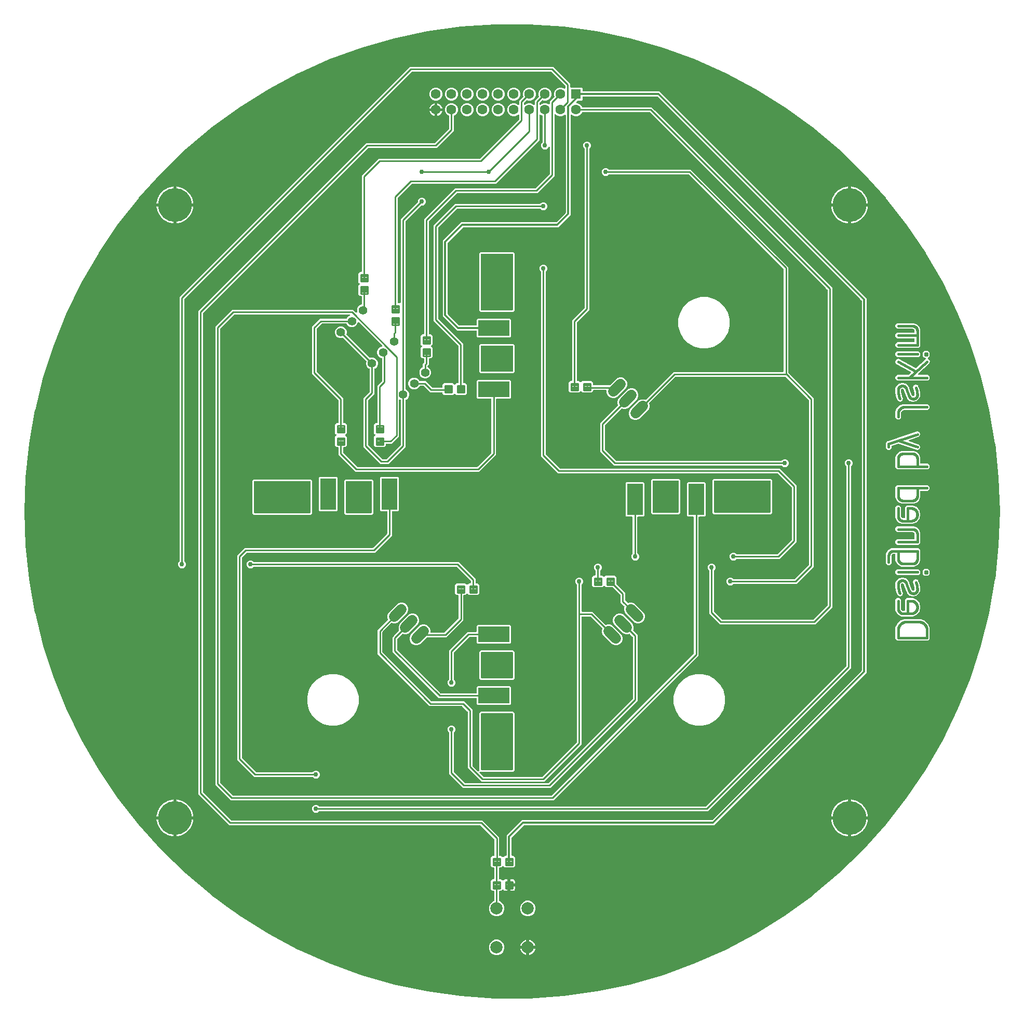
<source format=gbr>
G04 EAGLE Gerber RS-274X export*
G75*
%MOMM*%
%FSLAX34Y34*%
%LPD*%
%INBottom Copper*%
%IPPOS*%
%AMOC8*
5,1,8,0,0,1.08239X$1,22.5*%
G01*
%ADD10C,0.406400*%
%ADD11C,0.280000*%
%ADD12C,1.400000*%
%ADD13C,2.000000*%
%ADD14R,1.600000X1.600000*%
%ADD15C,1.600000*%
%ADD16C,1.676400*%
%ADD17R,2.540000X5.080000*%
%ADD18R,5.080000X2.540000*%
%ADD19C,0.300000*%
%ADD20C,0.254000*%
%ADD21C,0.756400*%
%ADD22C,5.500000*%

G36*
X827732Y5183D02*
X827732Y5183D01*
X827800Y5184D01*
X883088Y9050D01*
X883108Y9054D01*
X883176Y9059D01*
X938059Y16772D01*
X938080Y16778D01*
X938146Y16788D01*
X992358Y28311D01*
X992378Y28318D01*
X992444Y28332D01*
X1045720Y43609D01*
X1045739Y43617D01*
X1045804Y43636D01*
X1097884Y62592D01*
X1097903Y62602D01*
X1097967Y62625D01*
X1148598Y85168D01*
X1148616Y85179D01*
X1148677Y85206D01*
X1197613Y111226D01*
X1197630Y111238D01*
X1197690Y111270D01*
X1244691Y140640D01*
X1244707Y140653D01*
X1244764Y140689D01*
X1289602Y173266D01*
X1289617Y173281D01*
X1289672Y173321D01*
X1332128Y208946D01*
X1332143Y208961D01*
X1332194Y209005D01*
X1372062Y247505D01*
X1372075Y247521D01*
X1372123Y247569D01*
X1409208Y288756D01*
X1409221Y288773D01*
X1409265Y288824D01*
X1443387Y332497D01*
X1443398Y332516D01*
X1443439Y332569D01*
X1474431Y378516D01*
X1474441Y378535D01*
X1474478Y378592D01*
X1502189Y426589D01*
X1502198Y426609D01*
X1502231Y426667D01*
X1526527Y476481D01*
X1526534Y476501D01*
X1526563Y476562D01*
X1547324Y527949D01*
X1547330Y527970D01*
X1547355Y528032D01*
X1564481Y580742D01*
X1564485Y580763D01*
X1564506Y580828D01*
X1577914Y634604D01*
X1577916Y634625D01*
X1577932Y634691D01*
X1587556Y689271D01*
X1587557Y689293D01*
X1587569Y689359D01*
X1593362Y744478D01*
X1593361Y744500D01*
X1593363Y744511D01*
X1593366Y744531D01*
X1593366Y744542D01*
X1593368Y744567D01*
X1595302Y799956D01*
X1595300Y799977D01*
X1595302Y800044D01*
X1593368Y855433D01*
X1593365Y855454D01*
X1593362Y855522D01*
X1587569Y910641D01*
X1587564Y910662D01*
X1587556Y910729D01*
X1577932Y965309D01*
X1577926Y965330D01*
X1577914Y965396D01*
X1564506Y1019172D01*
X1564498Y1019192D01*
X1564481Y1019258D01*
X1547355Y1071968D01*
X1547346Y1071987D01*
X1547324Y1072051D01*
X1526563Y1123438D01*
X1526552Y1123457D01*
X1526527Y1123519D01*
X1502231Y1173333D01*
X1502219Y1173351D01*
X1502189Y1173411D01*
X1474478Y1221408D01*
X1474465Y1221425D01*
X1474431Y1221484D01*
X1443439Y1267431D01*
X1443425Y1267447D01*
X1443387Y1267503D01*
X1409265Y1311177D01*
X1409250Y1311192D01*
X1409208Y1311244D01*
X1372123Y1352432D01*
X1372107Y1352445D01*
X1372062Y1352495D01*
X1332194Y1390995D01*
X1332177Y1391008D01*
X1332128Y1391054D01*
X1289672Y1426679D01*
X1289654Y1426691D01*
X1289602Y1426734D01*
X1272458Y1439190D01*
X1253241Y1453152D01*
X1244764Y1459311D01*
X1244745Y1459321D01*
X1244691Y1459360D01*
X1197689Y1488730D01*
X1197670Y1488739D01*
X1197613Y1488774D01*
X1148677Y1514794D01*
X1148658Y1514801D01*
X1148598Y1514832D01*
X1097967Y1537375D01*
X1097946Y1537381D01*
X1097884Y1537408D01*
X1045804Y1556364D01*
X1045783Y1556368D01*
X1045720Y1556391D01*
X992444Y1571668D01*
X992423Y1571671D01*
X992358Y1571689D01*
X938146Y1583212D01*
X938125Y1583214D01*
X938059Y1583228D01*
X883176Y1590941D01*
X883154Y1590941D01*
X883088Y1590950D01*
X827800Y1594816D01*
X827779Y1594815D01*
X827711Y1594819D01*
X772289Y1594819D01*
X772268Y1594817D01*
X772200Y1594816D01*
X716912Y1590950D01*
X716892Y1590946D01*
X716824Y1590941D01*
X661941Y1583228D01*
X661920Y1583222D01*
X661854Y1583212D01*
X607642Y1571689D01*
X607622Y1571682D01*
X607556Y1571668D01*
X554280Y1556391D01*
X554261Y1556383D01*
X554196Y1556364D01*
X502116Y1537408D01*
X502097Y1537398D01*
X502033Y1537375D01*
X451402Y1514832D01*
X451384Y1514821D01*
X451323Y1514794D01*
X402387Y1488774D01*
X402370Y1488762D01*
X402310Y1488730D01*
X355309Y1459360D01*
X355293Y1459347D01*
X355236Y1459311D01*
X310398Y1426734D01*
X310383Y1426719D01*
X310328Y1426679D01*
X267872Y1391054D01*
X267857Y1391039D01*
X267806Y1390995D01*
X227938Y1352495D01*
X227925Y1352479D01*
X227877Y1352431D01*
X190792Y1311244D01*
X190779Y1311227D01*
X190735Y1311176D01*
X156613Y1267503D01*
X156602Y1267484D01*
X156561Y1267431D01*
X125569Y1221484D01*
X125559Y1221465D01*
X125522Y1221408D01*
X97811Y1173411D01*
X97802Y1173391D01*
X97769Y1173333D01*
X73473Y1123519D01*
X73466Y1123499D01*
X73437Y1123438D01*
X52676Y1072051D01*
X52670Y1072030D01*
X52645Y1071968D01*
X52572Y1071744D01*
X52572Y1071743D01*
X35519Y1019258D01*
X35515Y1019237D01*
X35494Y1019172D01*
X22086Y965396D01*
X22084Y965375D01*
X22068Y965309D01*
X12444Y910729D01*
X12443Y910707D01*
X12431Y910641D01*
X6638Y855522D01*
X6639Y855500D01*
X6632Y855433D01*
X4698Y800044D01*
X4700Y800023D01*
X4698Y799956D01*
X6632Y744567D01*
X6635Y744546D01*
X6638Y744478D01*
X12431Y689359D01*
X12436Y689338D01*
X12444Y689271D01*
X22068Y634691D01*
X22074Y634670D01*
X22086Y634604D01*
X35494Y580828D01*
X35502Y580808D01*
X35519Y580742D01*
X52645Y528032D01*
X52654Y528013D01*
X52676Y527949D01*
X73437Y476562D01*
X73448Y476543D01*
X73473Y476481D01*
X97769Y426667D01*
X97781Y426649D01*
X97811Y426589D01*
X125522Y378592D01*
X125535Y378574D01*
X125569Y378516D01*
X156561Y332569D01*
X156575Y332553D01*
X156613Y332497D01*
X190735Y288824D01*
X190750Y288808D01*
X190792Y288756D01*
X227877Y247569D01*
X227893Y247555D01*
X227938Y247505D01*
X267806Y209005D01*
X267823Y208992D01*
X267872Y208946D01*
X310328Y173321D01*
X310346Y173309D01*
X310398Y173266D01*
X317800Y167888D01*
X335270Y155195D01*
X354487Y141234D01*
X355236Y140689D01*
X355255Y140679D01*
X355309Y140640D01*
X402311Y111270D01*
X402330Y111261D01*
X402387Y111226D01*
X451323Y85206D01*
X451342Y85199D01*
X451402Y85168D01*
X502033Y62625D01*
X502054Y62619D01*
X502116Y62592D01*
X554196Y43636D01*
X554217Y43632D01*
X554280Y43609D01*
X607556Y28332D01*
X607577Y28329D01*
X607642Y28311D01*
X661854Y16788D01*
X661875Y16786D01*
X661941Y16772D01*
X716824Y9059D01*
X716846Y9059D01*
X716912Y9050D01*
X772200Y5184D01*
X772221Y5185D01*
X772289Y5181D01*
X827711Y5181D01*
X827732Y5183D01*
G37*
%LPC*%
G36*
X772205Y139859D02*
X772205Y139859D01*
X767596Y141768D01*
X764068Y145296D01*
X762159Y149905D01*
X762159Y154895D01*
X764068Y159504D01*
X767596Y163032D01*
X770106Y164071D01*
X770131Y164086D01*
X770159Y164095D01*
X770269Y164164D01*
X770382Y164229D01*
X770403Y164249D01*
X770428Y164265D01*
X770517Y164360D01*
X770610Y164450D01*
X770626Y164475D01*
X770646Y164496D01*
X770709Y164610D01*
X770777Y164721D01*
X770785Y164749D01*
X770800Y164775D01*
X770832Y164901D01*
X770870Y165025D01*
X770872Y165054D01*
X770879Y165083D01*
X770889Y165244D01*
X770889Y179690D01*
X770874Y179808D01*
X770867Y179927D01*
X770854Y179965D01*
X770849Y180006D01*
X770806Y180116D01*
X770769Y180229D01*
X770747Y180264D01*
X770732Y180301D01*
X770663Y180397D01*
X770599Y180498D01*
X770569Y180526D01*
X770546Y180559D01*
X770454Y180635D01*
X770367Y180716D01*
X770332Y180736D01*
X770301Y180761D01*
X770193Y180812D01*
X770089Y180870D01*
X770049Y180880D01*
X770013Y180897D01*
X769896Y180919D01*
X769781Y180949D01*
X769721Y180953D01*
X769701Y180957D01*
X769680Y180955D01*
X769620Y180959D01*
X767468Y180959D01*
X765159Y183268D01*
X765159Y197732D01*
X767468Y200041D01*
X769620Y200041D01*
X769738Y200056D01*
X769857Y200063D01*
X769895Y200076D01*
X769936Y200081D01*
X770046Y200124D01*
X770159Y200161D01*
X770194Y200183D01*
X770231Y200198D01*
X770327Y200267D01*
X770428Y200331D01*
X770456Y200361D01*
X770489Y200384D01*
X770565Y200476D01*
X770646Y200563D01*
X770666Y200598D01*
X770691Y200629D01*
X770742Y200737D01*
X770800Y200841D01*
X770810Y200881D01*
X770827Y200917D01*
X770849Y201034D01*
X770879Y201149D01*
X770883Y201209D01*
X770887Y201229D01*
X770885Y201250D01*
X770889Y201310D01*
X770889Y217790D01*
X770874Y217908D01*
X770867Y218027D01*
X770854Y218065D01*
X770849Y218106D01*
X770806Y218216D01*
X770769Y218329D01*
X770747Y218364D01*
X770732Y218401D01*
X770663Y218497D01*
X770599Y218598D01*
X770569Y218626D01*
X770546Y218659D01*
X770454Y218735D01*
X770367Y218816D01*
X770332Y218836D01*
X770301Y218861D01*
X770193Y218912D01*
X770089Y218970D01*
X770049Y218980D01*
X770013Y218997D01*
X769896Y219019D01*
X769781Y219049D01*
X769721Y219053D01*
X769701Y219057D01*
X769680Y219055D01*
X769620Y219059D01*
X767598Y219059D01*
X765289Y221368D01*
X765289Y235832D01*
X767598Y238141D01*
X769750Y238141D01*
X769868Y238156D01*
X769987Y238163D01*
X770025Y238176D01*
X770066Y238181D01*
X770176Y238224D01*
X770289Y238261D01*
X770324Y238283D01*
X770361Y238298D01*
X770457Y238367D01*
X770558Y238431D01*
X770586Y238461D01*
X770619Y238484D01*
X770695Y238576D01*
X770776Y238663D01*
X770796Y238698D01*
X770821Y238729D01*
X770872Y238837D01*
X770930Y238941D01*
X770940Y238981D01*
X770957Y239017D01*
X770979Y239134D01*
X771009Y239249D01*
X771013Y239309D01*
X771017Y239329D01*
X771015Y239350D01*
X771019Y239410D01*
X771019Y264596D01*
X771007Y264694D01*
X771004Y264793D01*
X770987Y264851D01*
X770979Y264911D01*
X770943Y265003D01*
X770915Y265099D01*
X770885Y265151D01*
X770862Y265207D01*
X770804Y265287D01*
X770754Y265372D01*
X770688Y265448D01*
X770676Y265464D01*
X770666Y265472D01*
X770648Y265493D01*
X748223Y287918D01*
X748145Y287978D01*
X748073Y288046D01*
X748020Y288075D01*
X747972Y288112D01*
X747881Y288152D01*
X747794Y288200D01*
X747736Y288215D01*
X747680Y288239D01*
X747582Y288254D01*
X747486Y288279D01*
X747386Y288285D01*
X747366Y288289D01*
X747354Y288287D01*
X747326Y288289D01*
X338782Y288289D01*
X336178Y290893D01*
X290893Y336178D01*
X288289Y338782D01*
X288289Y1126798D01*
X562302Y1400811D01*
X673536Y1400811D01*
X673634Y1400823D01*
X673733Y1400826D01*
X673791Y1400843D01*
X673851Y1400851D01*
X673943Y1400887D01*
X674039Y1400915D01*
X674091Y1400945D01*
X674147Y1400968D01*
X674227Y1401026D01*
X674312Y1401076D01*
X674388Y1401142D01*
X674404Y1401154D01*
X674412Y1401164D01*
X674433Y1401182D01*
X696858Y1423607D01*
X696918Y1423685D01*
X696986Y1423757D01*
X697015Y1423810D01*
X697052Y1423858D01*
X697092Y1423949D01*
X697140Y1424036D01*
X697155Y1424094D01*
X697179Y1424150D01*
X697194Y1424248D01*
X697219Y1424344D01*
X697225Y1424444D01*
X697229Y1424464D01*
X697227Y1424476D01*
X697229Y1424504D01*
X697229Y1444741D01*
X697226Y1444770D01*
X697228Y1444800D01*
X697206Y1444928D01*
X697189Y1445057D01*
X697179Y1445084D01*
X697174Y1445113D01*
X697120Y1445232D01*
X697072Y1445352D01*
X697055Y1445376D01*
X697043Y1445403D01*
X696962Y1445505D01*
X696886Y1445610D01*
X696863Y1445629D01*
X696844Y1445652D01*
X696741Y1445730D01*
X696641Y1445813D01*
X696614Y1445825D01*
X696590Y1445843D01*
X696446Y1445914D01*
X695069Y1446484D01*
X692104Y1449449D01*
X690499Y1453323D01*
X690499Y1457517D01*
X692104Y1461391D01*
X695069Y1464356D01*
X698943Y1465961D01*
X703137Y1465961D01*
X707011Y1464356D01*
X709976Y1461391D01*
X711581Y1457517D01*
X711581Y1453323D01*
X709976Y1449449D01*
X707011Y1446484D01*
X705634Y1445914D01*
X705609Y1445899D01*
X705581Y1445890D01*
X705471Y1445821D01*
X705358Y1445756D01*
X705337Y1445736D01*
X705312Y1445720D01*
X705223Y1445625D01*
X705130Y1445535D01*
X705114Y1445510D01*
X705094Y1445488D01*
X705031Y1445374D01*
X704963Y1445264D01*
X704955Y1445236D01*
X704940Y1445210D01*
X704908Y1445084D01*
X704870Y1444960D01*
X704868Y1444930D01*
X704861Y1444902D01*
X704851Y1444741D01*
X704851Y1420822D01*
X677218Y1393189D01*
X565984Y1393189D01*
X565886Y1393177D01*
X565787Y1393174D01*
X565729Y1393157D01*
X565669Y1393149D01*
X565577Y1393113D01*
X565481Y1393085D01*
X565429Y1393055D01*
X565373Y1393032D01*
X565293Y1392974D01*
X565208Y1392924D01*
X565132Y1392858D01*
X565116Y1392846D01*
X565108Y1392836D01*
X565087Y1392818D01*
X296282Y1124013D01*
X296222Y1123935D01*
X296154Y1123863D01*
X296125Y1123810D01*
X296088Y1123762D01*
X296048Y1123671D01*
X296000Y1123584D01*
X295985Y1123526D01*
X295961Y1123470D01*
X295946Y1123372D01*
X295921Y1123276D01*
X295915Y1123176D01*
X295911Y1123156D01*
X295913Y1123144D01*
X295911Y1123116D01*
X295911Y342464D01*
X295923Y342366D01*
X295926Y342267D01*
X295943Y342209D01*
X295951Y342149D01*
X295987Y342057D01*
X296015Y341961D01*
X296045Y341909D01*
X296068Y341853D01*
X296126Y341773D01*
X296176Y341688D01*
X296242Y341612D01*
X296254Y341596D01*
X296264Y341588D01*
X296282Y341567D01*
X341567Y296282D01*
X341645Y296222D01*
X341717Y296154D01*
X341770Y296125D01*
X341818Y296088D01*
X341909Y296048D01*
X341996Y296000D01*
X342054Y295985D01*
X342110Y295961D01*
X342208Y295946D01*
X342303Y295921D01*
X342404Y295915D01*
X342424Y295911D01*
X342436Y295913D01*
X342464Y295911D01*
X751008Y295911D01*
X778641Y268278D01*
X778641Y239410D01*
X778656Y239292D01*
X778663Y239173D01*
X778676Y239135D01*
X778681Y239094D01*
X778724Y238984D01*
X778761Y238871D01*
X778783Y238836D01*
X778798Y238799D01*
X778867Y238703D01*
X778931Y238602D01*
X778961Y238574D01*
X778984Y238541D01*
X779076Y238465D01*
X779163Y238384D01*
X779198Y238364D01*
X779229Y238339D01*
X779337Y238288D01*
X779441Y238230D01*
X779481Y238220D01*
X779517Y238203D01*
X779634Y238181D01*
X779749Y238151D01*
X779809Y238147D01*
X779829Y238143D01*
X779850Y238145D01*
X779910Y238141D01*
X782062Y238141D01*
X784028Y236176D01*
X784122Y236102D01*
X784211Y236024D01*
X784247Y236005D01*
X784279Y235981D01*
X784388Y235933D01*
X784494Y235879D01*
X784533Y235870D01*
X784571Y235854D01*
X784688Y235836D01*
X784804Y235810D01*
X784845Y235811D01*
X784885Y235804D01*
X785003Y235816D01*
X785122Y235819D01*
X785161Y235830D01*
X785201Y235834D01*
X785313Y235875D01*
X785428Y235908D01*
X785463Y235928D01*
X785501Y235942D01*
X785599Y236009D01*
X785702Y236069D01*
X785747Y236109D01*
X785764Y236120D01*
X785777Y236136D01*
X785823Y236176D01*
X787788Y238141D01*
X789710Y238141D01*
X789828Y238156D01*
X789947Y238163D01*
X789985Y238176D01*
X790026Y238181D01*
X790136Y238224D01*
X790249Y238261D01*
X790284Y238283D01*
X790321Y238298D01*
X790417Y238367D01*
X790518Y238431D01*
X790546Y238461D01*
X790579Y238484D01*
X790655Y238576D01*
X790736Y238663D01*
X790756Y238698D01*
X790781Y238729D01*
X790832Y238837D01*
X790890Y238941D01*
X790900Y238981D01*
X790917Y239017D01*
X790939Y239134D01*
X790969Y239249D01*
X790973Y239309D01*
X790977Y239329D01*
X790975Y239350D01*
X790979Y239410D01*
X790979Y270914D01*
X816206Y296141D01*
X1125561Y296141D01*
X1125659Y296153D01*
X1125758Y296156D01*
X1125816Y296173D01*
X1125876Y296181D01*
X1125968Y296217D01*
X1126063Y296245D01*
X1126115Y296275D01*
X1126172Y296298D01*
X1126252Y296356D01*
X1126337Y296406D01*
X1126413Y296472D01*
X1126429Y296484D01*
X1126437Y296494D01*
X1126458Y296512D01*
X1369728Y539782D01*
X1369788Y539860D01*
X1369856Y539932D01*
X1369885Y539985D01*
X1369922Y540033D01*
X1369962Y540124D01*
X1370010Y540211D01*
X1370025Y540269D01*
X1370049Y540325D01*
X1370064Y540423D01*
X1370089Y540519D01*
X1370095Y540619D01*
X1370099Y540639D01*
X1370097Y540651D01*
X1370099Y540679D01*
X1370099Y1143341D01*
X1370087Y1143439D01*
X1370084Y1143538D01*
X1370067Y1143596D01*
X1370059Y1143656D01*
X1370023Y1143748D01*
X1369995Y1143843D01*
X1369965Y1143895D01*
X1369942Y1143952D01*
X1369884Y1144032D01*
X1369834Y1144117D01*
X1369768Y1144193D01*
X1369756Y1144209D01*
X1369746Y1144217D01*
X1369728Y1144238D01*
X1037558Y1476408D01*
X1037480Y1476468D01*
X1037408Y1476536D01*
X1037355Y1476565D01*
X1037307Y1476602D01*
X1037216Y1476642D01*
X1037129Y1476690D01*
X1037071Y1476705D01*
X1037015Y1476729D01*
X1036917Y1476744D01*
X1036821Y1476769D01*
X1036721Y1476775D01*
X1036701Y1476779D01*
X1036689Y1476777D01*
X1036661Y1476779D01*
X916050Y1476779D01*
X915932Y1476764D01*
X915813Y1476757D01*
X915775Y1476744D01*
X915734Y1476739D01*
X915624Y1476696D01*
X915511Y1476659D01*
X915476Y1476637D01*
X915439Y1476622D01*
X915343Y1476553D01*
X915242Y1476489D01*
X915214Y1476459D01*
X915181Y1476436D01*
X915105Y1476344D01*
X915024Y1476257D01*
X915004Y1476222D01*
X914979Y1476191D01*
X914928Y1476083D01*
X914870Y1475979D01*
X914860Y1475939D01*
X914843Y1475903D01*
X914821Y1475786D01*
X914791Y1475671D01*
X914787Y1475611D01*
X914783Y1475591D01*
X914785Y1475570D01*
X914781Y1475510D01*
X914781Y1471768D01*
X913292Y1470279D01*
X907559Y1470279D01*
X907461Y1470267D01*
X907362Y1470264D01*
X907304Y1470247D01*
X907244Y1470239D01*
X907152Y1470203D01*
X907057Y1470175D01*
X907005Y1470145D01*
X906948Y1470122D01*
X906868Y1470064D01*
X906783Y1470014D01*
X906707Y1469948D01*
X906691Y1469936D01*
X906683Y1469926D01*
X906662Y1469908D01*
X904882Y1468127D01*
X904797Y1468018D01*
X904708Y1467911D01*
X904699Y1467892D01*
X904687Y1467876D01*
X904632Y1467748D01*
X904573Y1467623D01*
X904569Y1467603D01*
X904561Y1467584D01*
X904539Y1467446D01*
X904513Y1467310D01*
X904514Y1467290D01*
X904511Y1467270D01*
X904524Y1467131D01*
X904532Y1466993D01*
X904539Y1466974D01*
X904541Y1466954D01*
X904588Y1466822D01*
X904631Y1466691D01*
X904641Y1466673D01*
X904648Y1466654D01*
X904726Y1466539D01*
X904801Y1466422D01*
X904815Y1466408D01*
X904827Y1466391D01*
X904931Y1466299D01*
X905032Y1466204D01*
X905050Y1466194D01*
X905065Y1466181D01*
X905189Y1466117D01*
X905311Y1466050D01*
X905330Y1466045D01*
X905348Y1466036D01*
X905484Y1466006D01*
X905619Y1465971D01*
X905647Y1465969D01*
X905659Y1465966D01*
X905679Y1465967D01*
X905779Y1465961D01*
X906337Y1465961D01*
X910211Y1464356D01*
X913176Y1461391D01*
X913746Y1460014D01*
X913761Y1459989D01*
X913770Y1459961D01*
X913839Y1459851D01*
X913904Y1459738D01*
X913924Y1459717D01*
X913940Y1459692D01*
X914035Y1459603D01*
X914125Y1459510D01*
X914150Y1459494D01*
X914172Y1459474D01*
X914286Y1459411D01*
X914396Y1459343D01*
X914424Y1459335D01*
X914450Y1459320D01*
X914576Y1459288D01*
X914700Y1459250D01*
X914730Y1459248D01*
X914758Y1459241D01*
X914919Y1459231D01*
X1027738Y1459231D01*
X1030342Y1456627D01*
X1319467Y1167502D01*
X1322071Y1164898D01*
X1322071Y643582D01*
X1294438Y615949D01*
X1138882Y615949D01*
X1121409Y633422D01*
X1121409Y703003D01*
X1121397Y703101D01*
X1121394Y703201D01*
X1121377Y703259D01*
X1121369Y703319D01*
X1121333Y703411D01*
X1121305Y703506D01*
X1121275Y703558D01*
X1121252Y703615D01*
X1121194Y703695D01*
X1121144Y703780D01*
X1121078Y703855D01*
X1121066Y703872D01*
X1121056Y703880D01*
X1121038Y703901D01*
X1119860Y705078D01*
X1118897Y707402D01*
X1118897Y709918D01*
X1119860Y712242D01*
X1121638Y714020D01*
X1123962Y714983D01*
X1126478Y714983D01*
X1128802Y714020D01*
X1130580Y712242D01*
X1131543Y709918D01*
X1131543Y707402D01*
X1130580Y705078D01*
X1129402Y703901D01*
X1129342Y703823D01*
X1129274Y703750D01*
X1129245Y703697D01*
X1129208Y703650D01*
X1129168Y703559D01*
X1129120Y703472D01*
X1129105Y703413D01*
X1129081Y703358D01*
X1129066Y703260D01*
X1129041Y703164D01*
X1129035Y703064D01*
X1129031Y703044D01*
X1129033Y703031D01*
X1129031Y703003D01*
X1129031Y637104D01*
X1129043Y637006D01*
X1129046Y636907D01*
X1129063Y636849D01*
X1129071Y636789D01*
X1129107Y636697D01*
X1129135Y636601D01*
X1129165Y636549D01*
X1129188Y636493D01*
X1129246Y636413D01*
X1129296Y636328D01*
X1129362Y636252D01*
X1129374Y636236D01*
X1129384Y636228D01*
X1129402Y636207D01*
X1141667Y623942D01*
X1141745Y623882D01*
X1141817Y623814D01*
X1141870Y623785D01*
X1141918Y623748D01*
X1142009Y623708D01*
X1142096Y623660D01*
X1142154Y623645D01*
X1142210Y623621D01*
X1142308Y623606D01*
X1142404Y623581D01*
X1142504Y623575D01*
X1142524Y623571D01*
X1142536Y623573D01*
X1142564Y623571D01*
X1290756Y623571D01*
X1290854Y623583D01*
X1290953Y623586D01*
X1291011Y623603D01*
X1291071Y623611D01*
X1291163Y623647D01*
X1291259Y623675D01*
X1291311Y623705D01*
X1291367Y623728D01*
X1291447Y623786D01*
X1291532Y623836D01*
X1291608Y623902D01*
X1291624Y623914D01*
X1291632Y623924D01*
X1291653Y623942D01*
X1314078Y646367D01*
X1314138Y646445D01*
X1314206Y646517D01*
X1314235Y646570D01*
X1314272Y646618D01*
X1314312Y646709D01*
X1314360Y646796D01*
X1314375Y646854D01*
X1314399Y646910D01*
X1314414Y647008D01*
X1314439Y647104D01*
X1314445Y647204D01*
X1314449Y647224D01*
X1314447Y647236D01*
X1314449Y647264D01*
X1314449Y1161216D01*
X1314437Y1161314D01*
X1314434Y1161413D01*
X1314417Y1161471D01*
X1314409Y1161531D01*
X1314373Y1161623D01*
X1314345Y1161719D01*
X1314315Y1161771D01*
X1314292Y1161827D01*
X1314234Y1161907D01*
X1314184Y1161992D01*
X1314118Y1162068D01*
X1314106Y1162084D01*
X1314096Y1162092D01*
X1314078Y1162113D01*
X1024953Y1451238D01*
X1024875Y1451298D01*
X1024803Y1451366D01*
X1024750Y1451395D01*
X1024702Y1451432D01*
X1024611Y1451472D01*
X1024524Y1451520D01*
X1024466Y1451535D01*
X1024410Y1451559D01*
X1024312Y1451574D01*
X1024217Y1451599D01*
X1024116Y1451605D01*
X1024096Y1451609D01*
X1024084Y1451607D01*
X1024056Y1451609D01*
X914919Y1451609D01*
X914890Y1451606D01*
X914860Y1451608D01*
X914732Y1451586D01*
X914603Y1451569D01*
X914576Y1451559D01*
X914547Y1451554D01*
X914428Y1451500D01*
X914308Y1451452D01*
X914284Y1451435D01*
X914257Y1451423D01*
X914155Y1451342D01*
X914050Y1451266D01*
X914031Y1451243D01*
X914008Y1451224D01*
X913930Y1451121D01*
X913847Y1451021D01*
X913835Y1450994D01*
X913817Y1450970D01*
X913746Y1450826D01*
X913176Y1449449D01*
X910211Y1446484D01*
X906337Y1444879D01*
X902143Y1444879D01*
X898269Y1446484D01*
X897747Y1447006D01*
X897638Y1447091D01*
X897531Y1447180D01*
X897512Y1447188D01*
X897496Y1447201D01*
X897368Y1447256D01*
X897243Y1447315D01*
X897223Y1447319D01*
X897204Y1447327D01*
X897066Y1447349D01*
X896930Y1447375D01*
X896910Y1447374D01*
X896890Y1447377D01*
X896751Y1447364D01*
X896613Y1447355D01*
X896594Y1447349D01*
X896574Y1447347D01*
X896443Y1447300D01*
X896311Y1447257D01*
X896293Y1447246D01*
X896274Y1447239D01*
X896160Y1447161D01*
X896042Y1447087D01*
X896028Y1447072D01*
X896011Y1447061D01*
X895919Y1446957D01*
X895824Y1446855D01*
X895814Y1446838D01*
X895801Y1446822D01*
X895738Y1446699D01*
X895670Y1446577D01*
X895665Y1446557D01*
X895656Y1446539D01*
X895626Y1446403D01*
X895591Y1446269D01*
X895589Y1446241D01*
X895586Y1446229D01*
X895587Y1446208D01*
X895581Y1446108D01*
X895581Y1283566D01*
X892842Y1280828D01*
X878172Y1266158D01*
X875434Y1263419D01*
X721019Y1263419D01*
X720921Y1263407D01*
X720822Y1263404D01*
X720764Y1263387D01*
X720704Y1263379D01*
X720612Y1263343D01*
X720517Y1263315D01*
X720465Y1263285D01*
X720408Y1263262D01*
X720328Y1263204D01*
X720243Y1263154D01*
X720167Y1263088D01*
X720151Y1263076D01*
X720143Y1263066D01*
X720122Y1263048D01*
X695292Y1238218D01*
X695232Y1238140D01*
X695164Y1238068D01*
X695135Y1238015D01*
X695098Y1237967D01*
X695058Y1237876D01*
X695010Y1237789D01*
X694995Y1237731D01*
X694971Y1237675D01*
X694956Y1237577D01*
X694931Y1237481D01*
X694925Y1237381D01*
X694921Y1237361D01*
X694923Y1237349D01*
X694921Y1237321D01*
X694921Y1122339D01*
X694933Y1122241D01*
X694936Y1122142D01*
X694953Y1122084D01*
X694961Y1122024D01*
X694997Y1121932D01*
X695025Y1121837D01*
X695055Y1121785D01*
X695078Y1121728D01*
X695136Y1121648D01*
X695186Y1121563D01*
X695252Y1121487D01*
X695264Y1121471D01*
X695274Y1121463D01*
X695292Y1121442D01*
X713022Y1103712D01*
X713100Y1103652D01*
X713172Y1103584D01*
X713225Y1103555D01*
X713273Y1103518D01*
X713364Y1103478D01*
X713451Y1103430D01*
X713509Y1103415D01*
X713565Y1103391D01*
X713663Y1103376D01*
X713759Y1103351D01*
X713859Y1103345D01*
X713879Y1103341D01*
X713891Y1103343D01*
X713919Y1103341D01*
X740890Y1103341D01*
X741008Y1103356D01*
X741127Y1103363D01*
X741165Y1103376D01*
X741206Y1103381D01*
X741316Y1103424D01*
X741429Y1103461D01*
X741464Y1103483D01*
X741501Y1103498D01*
X741597Y1103567D01*
X741698Y1103631D01*
X741726Y1103661D01*
X741759Y1103684D01*
X741835Y1103776D01*
X741916Y1103863D01*
X741936Y1103898D01*
X741961Y1103929D01*
X742012Y1104037D01*
X742070Y1104141D01*
X742080Y1104181D01*
X742097Y1104217D01*
X742119Y1104334D01*
X742149Y1104449D01*
X742153Y1104509D01*
X742157Y1104529D01*
X742155Y1104550D01*
X742159Y1104610D01*
X742159Y1113052D01*
X743648Y1114541D01*
X796552Y1114541D01*
X798041Y1113052D01*
X798041Y1085548D01*
X796552Y1084059D01*
X743648Y1084059D01*
X742159Y1085548D01*
X742159Y1093990D01*
X742144Y1094108D01*
X742137Y1094227D01*
X742124Y1094265D01*
X742119Y1094306D01*
X742076Y1094416D01*
X742039Y1094529D01*
X742017Y1094564D01*
X742002Y1094601D01*
X741933Y1094697D01*
X741869Y1094798D01*
X741839Y1094826D01*
X741816Y1094859D01*
X741724Y1094935D01*
X741637Y1095016D01*
X741602Y1095036D01*
X741571Y1095061D01*
X741463Y1095112D01*
X741359Y1095170D01*
X741319Y1095180D01*
X741283Y1095197D01*
X741166Y1095219D01*
X741051Y1095249D01*
X740991Y1095253D01*
X740971Y1095257D01*
X740950Y1095255D01*
X740890Y1095259D01*
X710046Y1095259D01*
X686839Y1118466D01*
X686839Y1241194D01*
X717146Y1271501D01*
X871561Y1271501D01*
X871659Y1271513D01*
X871758Y1271516D01*
X871816Y1271533D01*
X871876Y1271541D01*
X871968Y1271577D01*
X872063Y1271605D01*
X872115Y1271635D01*
X872172Y1271658D01*
X872252Y1271716D01*
X872337Y1271766D01*
X872413Y1271832D01*
X872429Y1271844D01*
X872437Y1271854D01*
X872458Y1271872D01*
X887128Y1286542D01*
X887188Y1286620D01*
X887256Y1286692D01*
X887285Y1286745D01*
X887322Y1286793D01*
X887362Y1286884D01*
X887410Y1286971D01*
X887425Y1287029D01*
X887449Y1287085D01*
X887464Y1287183D01*
X887489Y1287279D01*
X887495Y1287379D01*
X887499Y1287399D01*
X887497Y1287411D01*
X887499Y1287439D01*
X887499Y1446108D01*
X887482Y1446246D01*
X887469Y1446385D01*
X887462Y1446404D01*
X887459Y1446424D01*
X887408Y1446553D01*
X887361Y1446684D01*
X887350Y1446701D01*
X887342Y1446719D01*
X887261Y1446832D01*
X887183Y1446947D01*
X887167Y1446960D01*
X887156Y1446977D01*
X887048Y1447066D01*
X886944Y1447157D01*
X886926Y1447167D01*
X886911Y1447180D01*
X886785Y1447239D01*
X886661Y1447302D01*
X886641Y1447306D01*
X886623Y1447315D01*
X886486Y1447341D01*
X886351Y1447372D01*
X886330Y1447371D01*
X886311Y1447375D01*
X886172Y1447366D01*
X886033Y1447362D01*
X886013Y1447356D01*
X885993Y1447355D01*
X885861Y1447312D01*
X885727Y1447274D01*
X885710Y1447263D01*
X885691Y1447257D01*
X885573Y1447183D01*
X885453Y1447112D01*
X885432Y1447094D01*
X885422Y1447087D01*
X885408Y1447072D01*
X885333Y1447006D01*
X884811Y1446484D01*
X880937Y1444879D01*
X876743Y1444879D01*
X872869Y1446484D01*
X871227Y1448126D01*
X871118Y1448211D01*
X871011Y1448300D01*
X870992Y1448308D01*
X870976Y1448321D01*
X870848Y1448376D01*
X870723Y1448435D01*
X870703Y1448439D01*
X870684Y1448447D01*
X870546Y1448469D01*
X870410Y1448495D01*
X870390Y1448494D01*
X870370Y1448497D01*
X870231Y1448484D01*
X870093Y1448475D01*
X870074Y1448469D01*
X870054Y1448467D01*
X869922Y1448420D01*
X869791Y1448377D01*
X869773Y1448366D01*
X869754Y1448359D01*
X869639Y1448281D01*
X869522Y1448207D01*
X869508Y1448192D01*
X869491Y1448181D01*
X869399Y1448077D01*
X869304Y1447975D01*
X869294Y1447958D01*
X869281Y1447942D01*
X869217Y1447818D01*
X869150Y1447697D01*
X869145Y1447677D01*
X869136Y1447659D01*
X869106Y1447523D01*
X869071Y1447389D01*
X869069Y1447361D01*
X869066Y1447349D01*
X869067Y1447328D01*
X869061Y1447228D01*
X869061Y1347162D01*
X841428Y1319529D01*
X710764Y1319529D01*
X710666Y1319517D01*
X710567Y1319514D01*
X710509Y1319497D01*
X710449Y1319489D01*
X710357Y1319453D01*
X710261Y1319425D01*
X710209Y1319395D01*
X710153Y1319372D01*
X710073Y1319314D01*
X709988Y1319264D01*
X709912Y1319198D01*
X709896Y1319186D01*
X709888Y1319176D01*
X709867Y1319158D01*
X664582Y1273873D01*
X664522Y1273795D01*
X664454Y1273723D01*
X664425Y1273670D01*
X664388Y1273622D01*
X664348Y1273531D01*
X664300Y1273444D01*
X664285Y1273386D01*
X664261Y1273330D01*
X664246Y1273232D01*
X664221Y1273136D01*
X664215Y1273036D01*
X664211Y1273016D01*
X664213Y1273004D01*
X664211Y1272976D01*
X664211Y1090310D01*
X664226Y1090192D01*
X664233Y1090073D01*
X664246Y1090035D01*
X664251Y1089994D01*
X664294Y1089884D01*
X664331Y1089771D01*
X664353Y1089736D01*
X664368Y1089699D01*
X664437Y1089603D01*
X664501Y1089502D01*
X664531Y1089474D01*
X664554Y1089441D01*
X664646Y1089365D01*
X664733Y1089284D01*
X664768Y1089264D01*
X664799Y1089239D01*
X664907Y1089188D01*
X665011Y1089130D01*
X665051Y1089120D01*
X665087Y1089103D01*
X665204Y1089081D01*
X665319Y1089051D01*
X665379Y1089047D01*
X665399Y1089043D01*
X665420Y1089045D01*
X665480Y1089041D01*
X667632Y1089041D01*
X669941Y1086732D01*
X669941Y1072268D01*
X667976Y1070303D01*
X667902Y1070208D01*
X667824Y1070119D01*
X667805Y1070083D01*
X667781Y1070051D01*
X667733Y1069942D01*
X667679Y1069836D01*
X667670Y1069797D01*
X667654Y1069759D01*
X667636Y1069642D01*
X667610Y1069526D01*
X667611Y1069485D01*
X667604Y1069445D01*
X667616Y1069326D01*
X667619Y1069208D01*
X667630Y1069169D01*
X667634Y1069129D01*
X667675Y1069016D01*
X667708Y1068902D01*
X667728Y1068868D01*
X667742Y1068829D01*
X667809Y1068731D01*
X667869Y1068628D01*
X667909Y1068583D01*
X667920Y1068566D01*
X667936Y1068553D01*
X667976Y1068508D01*
X669941Y1066542D01*
X669941Y1052078D01*
X667632Y1049769D01*
X665480Y1049769D01*
X665362Y1049754D01*
X665243Y1049747D01*
X665205Y1049734D01*
X665164Y1049729D01*
X665054Y1049686D01*
X664941Y1049649D01*
X664906Y1049627D01*
X664869Y1049612D01*
X664773Y1049543D01*
X664672Y1049479D01*
X664644Y1049449D01*
X664611Y1049426D01*
X664535Y1049334D01*
X664454Y1049247D01*
X664434Y1049212D01*
X664409Y1049181D01*
X664358Y1049073D01*
X664300Y1048969D01*
X664290Y1048929D01*
X664273Y1048893D01*
X664251Y1048776D01*
X664221Y1048661D01*
X664217Y1048601D01*
X664213Y1048581D01*
X664215Y1048560D01*
X664211Y1048500D01*
X664211Y1039822D01*
X662403Y1038014D01*
X662343Y1037936D01*
X662275Y1037864D01*
X662246Y1037811D01*
X662209Y1037763D01*
X662169Y1037672D01*
X662121Y1037585D01*
X662106Y1037527D01*
X662082Y1037471D01*
X662067Y1037373D01*
X662042Y1037277D01*
X662036Y1037177D01*
X662032Y1037157D01*
X662034Y1037145D01*
X662032Y1037117D01*
X662032Y1036117D01*
X662035Y1036088D01*
X662033Y1036059D01*
X662055Y1035931D01*
X662072Y1035802D01*
X662082Y1035775D01*
X662087Y1035745D01*
X662141Y1035627D01*
X662189Y1035506D01*
X662206Y1035482D01*
X662218Y1035455D01*
X662299Y1035354D01*
X662375Y1035249D01*
X662398Y1035230D01*
X662417Y1035207D01*
X662520Y1035129D01*
X662620Y1035046D01*
X662647Y1035034D01*
X662671Y1035016D01*
X662815Y1034945D01*
X663625Y1034609D01*
X666309Y1031925D01*
X667762Y1028419D01*
X667762Y1024623D01*
X666309Y1021117D01*
X663625Y1018433D01*
X660119Y1016980D01*
X656323Y1016980D01*
X652817Y1018433D01*
X650133Y1021117D01*
X648680Y1024623D01*
X648680Y1028419D01*
X650133Y1031925D01*
X652817Y1034609D01*
X653627Y1034945D01*
X653652Y1034959D01*
X653680Y1034969D01*
X653790Y1035038D01*
X653903Y1035102D01*
X653924Y1035123D01*
X653949Y1035139D01*
X654038Y1035234D01*
X654131Y1035324D01*
X654147Y1035349D01*
X654167Y1035370D01*
X654230Y1035484D01*
X654298Y1035595D01*
X654306Y1035623D01*
X654321Y1035649D01*
X654353Y1035775D01*
X654391Y1035899D01*
X654393Y1035928D01*
X654400Y1035957D01*
X654410Y1036117D01*
X654410Y1040799D01*
X656218Y1042607D01*
X656278Y1042685D01*
X656346Y1042757D01*
X656375Y1042810D01*
X656412Y1042858D01*
X656452Y1042949D01*
X656500Y1043036D01*
X656515Y1043094D01*
X656539Y1043150D01*
X656554Y1043248D01*
X656579Y1043344D01*
X656585Y1043444D01*
X656589Y1043464D01*
X656587Y1043476D01*
X656589Y1043504D01*
X656589Y1048500D01*
X656574Y1048618D01*
X656567Y1048737D01*
X656554Y1048775D01*
X656549Y1048816D01*
X656506Y1048926D01*
X656469Y1049039D01*
X656447Y1049074D01*
X656432Y1049111D01*
X656363Y1049207D01*
X656299Y1049308D01*
X656269Y1049336D01*
X656246Y1049369D01*
X656154Y1049445D01*
X656067Y1049526D01*
X656032Y1049546D01*
X656001Y1049571D01*
X655893Y1049622D01*
X655789Y1049680D01*
X655749Y1049690D01*
X655713Y1049707D01*
X655596Y1049729D01*
X655481Y1049759D01*
X655421Y1049763D01*
X655401Y1049767D01*
X655380Y1049765D01*
X655320Y1049769D01*
X653168Y1049769D01*
X650859Y1052078D01*
X650859Y1066542D01*
X652824Y1068508D01*
X652898Y1068602D01*
X652976Y1068691D01*
X652995Y1068727D01*
X653019Y1068759D01*
X653067Y1068868D01*
X653121Y1068974D01*
X653130Y1069013D01*
X653146Y1069051D01*
X653164Y1069168D01*
X653190Y1069284D01*
X653189Y1069325D01*
X653196Y1069365D01*
X653184Y1069483D01*
X653181Y1069602D01*
X653170Y1069641D01*
X653166Y1069681D01*
X653125Y1069793D01*
X653092Y1069908D01*
X653072Y1069943D01*
X653058Y1069981D01*
X652991Y1070079D01*
X652931Y1070182D01*
X652891Y1070227D01*
X652880Y1070244D01*
X652864Y1070257D01*
X652824Y1070303D01*
X650859Y1072268D01*
X650859Y1086732D01*
X653168Y1089041D01*
X655320Y1089041D01*
X655438Y1089056D01*
X655557Y1089063D01*
X655595Y1089076D01*
X655636Y1089081D01*
X655746Y1089124D01*
X655859Y1089161D01*
X655894Y1089183D01*
X655931Y1089198D01*
X656027Y1089267D01*
X656128Y1089331D01*
X656156Y1089361D01*
X656189Y1089384D01*
X656265Y1089476D01*
X656346Y1089563D01*
X656366Y1089598D01*
X656391Y1089629D01*
X656442Y1089737D01*
X656500Y1089841D01*
X656510Y1089881D01*
X656527Y1089917D01*
X656549Y1090034D01*
X656579Y1090149D01*
X656583Y1090209D01*
X656587Y1090229D01*
X656585Y1090250D01*
X656589Y1090310D01*
X656589Y1276658D01*
X707082Y1327151D01*
X837746Y1327151D01*
X837844Y1327163D01*
X837943Y1327166D01*
X838001Y1327183D01*
X838061Y1327191D01*
X838153Y1327227D01*
X838249Y1327255D01*
X838301Y1327285D01*
X838357Y1327308D01*
X838437Y1327366D01*
X838522Y1327416D01*
X838598Y1327482D01*
X838614Y1327494D01*
X838622Y1327504D01*
X838643Y1327522D01*
X861068Y1349947D01*
X861128Y1350025D01*
X861196Y1350097D01*
X861225Y1350150D01*
X861262Y1350198D01*
X861302Y1350289D01*
X861350Y1350376D01*
X861365Y1350434D01*
X861389Y1350490D01*
X861404Y1350588D01*
X861429Y1350684D01*
X861435Y1350784D01*
X861439Y1350804D01*
X861437Y1350816D01*
X861439Y1350844D01*
X861439Y1393409D01*
X861431Y1393478D01*
X861432Y1393548D01*
X861411Y1393635D01*
X861399Y1393724D01*
X861374Y1393789D01*
X861357Y1393857D01*
X861315Y1393937D01*
X861282Y1394020D01*
X861241Y1394077D01*
X861209Y1394138D01*
X861148Y1394205D01*
X861096Y1394278D01*
X861042Y1394322D01*
X860995Y1394374D01*
X860920Y1394423D01*
X860851Y1394480D01*
X860788Y1394510D01*
X860729Y1394548D01*
X860644Y1394578D01*
X860563Y1394616D01*
X860494Y1394629D01*
X860428Y1394652D01*
X860339Y1394659D01*
X860251Y1394676D01*
X860181Y1394671D01*
X860111Y1394677D01*
X860023Y1394661D01*
X859933Y1394656D01*
X859867Y1394634D01*
X859798Y1394622D01*
X859716Y1394586D01*
X859631Y1394558D01*
X859572Y1394521D01*
X859508Y1394492D01*
X859438Y1394436D01*
X859362Y1394388D01*
X859314Y1394337D01*
X859260Y1394293D01*
X859206Y1394222D01*
X859144Y1394156D01*
X859110Y1394095D01*
X859068Y1394039D01*
X858997Y1393895D01*
X858800Y1393418D01*
X857022Y1391640D01*
X854698Y1390677D01*
X852182Y1390677D01*
X849858Y1391640D01*
X848080Y1393418D01*
X847117Y1395742D01*
X847117Y1398258D01*
X848080Y1400582D01*
X849258Y1401759D01*
X849318Y1401837D01*
X849386Y1401910D01*
X849415Y1401963D01*
X849452Y1402010D01*
X849492Y1402101D01*
X849540Y1402188D01*
X849555Y1402247D01*
X849579Y1402302D01*
X849594Y1402400D01*
X849619Y1402496D01*
X849625Y1402596D01*
X849629Y1402616D01*
X849627Y1402629D01*
X849629Y1402657D01*
X849629Y1444741D01*
X849626Y1444770D01*
X849628Y1444800D01*
X849606Y1444928D01*
X849589Y1445057D01*
X849579Y1445084D01*
X849574Y1445113D01*
X849520Y1445232D01*
X849472Y1445352D01*
X849455Y1445376D01*
X849443Y1445403D01*
X849362Y1445505D01*
X849286Y1445610D01*
X849263Y1445629D01*
X849244Y1445652D01*
X849141Y1445730D01*
X849041Y1445813D01*
X849014Y1445825D01*
X848990Y1445843D01*
X848846Y1445914D01*
X847469Y1446484D01*
X846717Y1447236D01*
X846608Y1447321D01*
X846501Y1447410D01*
X846482Y1447418D01*
X846466Y1447431D01*
X846338Y1447486D01*
X846213Y1447545D01*
X846193Y1447549D01*
X846174Y1447557D01*
X846036Y1447579D01*
X845900Y1447605D01*
X845880Y1447604D01*
X845860Y1447607D01*
X845721Y1447594D01*
X845583Y1447585D01*
X845564Y1447579D01*
X845544Y1447577D01*
X845412Y1447530D01*
X845281Y1447487D01*
X845263Y1447476D01*
X845244Y1447469D01*
X845129Y1447391D01*
X845012Y1447317D01*
X844998Y1447302D01*
X844981Y1447291D01*
X844889Y1447187D01*
X844794Y1447085D01*
X844784Y1447068D01*
X844771Y1447052D01*
X844708Y1446929D01*
X844640Y1446807D01*
X844635Y1446787D01*
X844626Y1446769D01*
X844596Y1446633D01*
X844561Y1446499D01*
X844559Y1446471D01*
X844556Y1446459D01*
X844557Y1446438D01*
X844551Y1446338D01*
X844551Y1405582D01*
X773738Y1334769D01*
X637104Y1334769D01*
X637006Y1334757D01*
X636907Y1334754D01*
X636849Y1334737D01*
X636789Y1334729D01*
X636697Y1334693D01*
X636601Y1334665D01*
X636549Y1334635D01*
X636493Y1334612D01*
X636413Y1334554D01*
X636328Y1334504D01*
X636252Y1334438D01*
X636236Y1334426D01*
X636228Y1334416D01*
X636207Y1334398D01*
X613782Y1311973D01*
X613722Y1311895D01*
X613654Y1311823D01*
X613625Y1311770D01*
X613588Y1311722D01*
X613548Y1311631D01*
X613500Y1311544D01*
X613485Y1311486D01*
X613461Y1311430D01*
X613446Y1311332D01*
X613421Y1311236D01*
X613415Y1311136D01*
X613411Y1311116D01*
X613413Y1311104D01*
X613411Y1311076D01*
X613411Y1141110D01*
X613426Y1140992D01*
X613433Y1140873D01*
X613446Y1140835D01*
X613451Y1140794D01*
X613494Y1140684D01*
X613531Y1140571D01*
X613553Y1140536D01*
X613568Y1140499D01*
X613637Y1140403D01*
X613701Y1140302D01*
X613731Y1140274D01*
X613754Y1140241D01*
X613846Y1140165D01*
X613933Y1140084D01*
X613968Y1140064D01*
X613999Y1140039D01*
X614107Y1139988D01*
X614211Y1139930D01*
X614251Y1139920D01*
X614287Y1139903D01*
X614404Y1139881D01*
X614519Y1139851D01*
X614579Y1139847D01*
X614599Y1139843D01*
X614620Y1139845D01*
X614680Y1139841D01*
X617220Y1139841D01*
X617338Y1139856D01*
X617457Y1139863D01*
X617495Y1139876D01*
X617536Y1139881D01*
X617646Y1139924D01*
X617759Y1139961D01*
X617794Y1139983D01*
X617831Y1139998D01*
X617927Y1140067D01*
X618028Y1140131D01*
X618056Y1140161D01*
X618089Y1140184D01*
X618165Y1140276D01*
X618246Y1140363D01*
X618266Y1140398D01*
X618291Y1140429D01*
X618342Y1140537D01*
X618400Y1140641D01*
X618410Y1140681D01*
X618427Y1140717D01*
X618449Y1140834D01*
X618479Y1140949D01*
X618483Y1141009D01*
X618487Y1141029D01*
X618485Y1141050D01*
X618489Y1141110D01*
X618489Y1276658D01*
X646086Y1304255D01*
X646146Y1304333D01*
X646214Y1304405D01*
X646243Y1304458D01*
X646280Y1304506D01*
X646320Y1304597D01*
X646368Y1304684D01*
X646383Y1304742D01*
X646407Y1304798D01*
X646422Y1304896D01*
X646447Y1304992D01*
X646453Y1305092D01*
X646457Y1305112D01*
X646455Y1305124D01*
X646457Y1305152D01*
X646457Y1306818D01*
X647420Y1309142D01*
X649198Y1310920D01*
X651522Y1311883D01*
X654038Y1311883D01*
X656362Y1310920D01*
X658140Y1309142D01*
X659103Y1306818D01*
X659103Y1304302D01*
X658140Y1301978D01*
X656362Y1300200D01*
X654038Y1299237D01*
X652372Y1299237D01*
X652274Y1299225D01*
X652175Y1299222D01*
X652117Y1299205D01*
X652057Y1299197D01*
X651965Y1299161D01*
X651869Y1299133D01*
X651817Y1299103D01*
X651761Y1299080D01*
X651681Y1299022D01*
X651596Y1298972D01*
X651520Y1298906D01*
X651504Y1298894D01*
X651496Y1298884D01*
X651475Y1298866D01*
X626482Y1273873D01*
X626422Y1273795D01*
X626354Y1273723D01*
X626325Y1273670D01*
X626288Y1273622D01*
X626248Y1273531D01*
X626200Y1273444D01*
X626185Y1273386D01*
X626161Y1273330D01*
X626146Y1273232D01*
X626121Y1273136D01*
X626115Y1273036D01*
X626111Y1273016D01*
X626113Y1273004D01*
X626111Y1272976D01*
X626111Y1000196D01*
X626114Y1000167D01*
X626112Y1000138D01*
X626134Y1000010D01*
X626151Y999881D01*
X626161Y999854D01*
X626166Y999824D01*
X626220Y999706D01*
X626268Y999585D01*
X626285Y999561D01*
X626297Y999534D01*
X626378Y999433D01*
X626454Y999328D01*
X626477Y999309D01*
X626496Y999286D01*
X626599Y999208D01*
X626699Y999125D01*
X626726Y999113D01*
X626750Y999095D01*
X626894Y999024D01*
X627704Y998688D01*
X630388Y996004D01*
X631841Y992498D01*
X631841Y988702D01*
X630388Y985196D01*
X627704Y982512D01*
X626894Y982176D01*
X626869Y982162D01*
X626841Y982152D01*
X626731Y982083D01*
X626618Y982019D01*
X626597Y981998D01*
X626572Y981982D01*
X626483Y981887D01*
X626390Y981797D01*
X626374Y981772D01*
X626354Y981751D01*
X626291Y981637D01*
X626223Y981526D01*
X626215Y981498D01*
X626200Y981472D01*
X626168Y981346D01*
X626130Y981222D01*
X626128Y981193D01*
X626121Y981164D01*
X626111Y981004D01*
X626111Y905202D01*
X598478Y877569D01*
X585162Y877569D01*
X557529Y905202D01*
X557529Y984558D01*
X567318Y994347D01*
X567378Y994425D01*
X567446Y994497D01*
X567475Y994550D01*
X567512Y994598D01*
X567552Y994689D01*
X567600Y994776D01*
X567615Y994834D01*
X567639Y994890D01*
X567654Y994988D01*
X567679Y995084D01*
X567685Y995184D01*
X567689Y995204D01*
X567687Y995216D01*
X567689Y995244D01*
X567689Y1031804D01*
X567686Y1031833D01*
X567688Y1031862D01*
X567666Y1031990D01*
X567649Y1032119D01*
X567639Y1032146D01*
X567634Y1032176D01*
X567580Y1032294D01*
X567532Y1032415D01*
X567515Y1032439D01*
X567503Y1032466D01*
X567422Y1032567D01*
X567346Y1032672D01*
X567323Y1032691D01*
X567304Y1032714D01*
X567201Y1032792D01*
X567101Y1032875D01*
X567074Y1032887D01*
X567050Y1032905D01*
X566906Y1032976D01*
X566096Y1033312D01*
X563412Y1035996D01*
X561959Y1039502D01*
X561959Y1043298D01*
X562295Y1044108D01*
X562303Y1044136D01*
X562316Y1044163D01*
X562345Y1044290D01*
X562379Y1044415D01*
X562379Y1044444D01*
X562386Y1044473D01*
X562382Y1044603D01*
X562384Y1044733D01*
X562377Y1044761D01*
X562376Y1044791D01*
X562340Y1044915D01*
X562310Y1045042D01*
X562296Y1045068D01*
X562288Y1045096D01*
X562222Y1045208D01*
X562161Y1045323D01*
X562141Y1045345D01*
X562126Y1045370D01*
X562020Y1045491D01*
X524791Y1082720D01*
X524768Y1082738D01*
X524749Y1082760D01*
X524643Y1082835D01*
X524540Y1082915D01*
X524513Y1082926D01*
X524489Y1082943D01*
X524367Y1082989D01*
X524248Y1083041D01*
X524219Y1083046D01*
X524191Y1083056D01*
X524062Y1083070D01*
X523934Y1083091D01*
X523904Y1083088D01*
X523875Y1083091D01*
X523747Y1083073D01*
X523617Y1083061D01*
X523589Y1083051D01*
X523560Y1083047D01*
X523408Y1082995D01*
X522598Y1082659D01*
X518802Y1082659D01*
X515296Y1084112D01*
X512612Y1086796D01*
X511159Y1090302D01*
X511159Y1094098D01*
X512612Y1097604D01*
X515296Y1100288D01*
X518802Y1101741D01*
X522598Y1101741D01*
X526104Y1100288D01*
X528788Y1097604D01*
X530241Y1094098D01*
X530241Y1090302D01*
X529905Y1089492D01*
X529897Y1089464D01*
X529884Y1089437D01*
X529855Y1089310D01*
X529821Y1089185D01*
X529821Y1089156D01*
X529814Y1089127D01*
X529818Y1088997D01*
X529816Y1088867D01*
X529823Y1088839D01*
X529824Y1088809D01*
X529860Y1088685D01*
X529890Y1088558D01*
X529904Y1088532D01*
X529912Y1088504D01*
X529978Y1088392D01*
X530039Y1088277D01*
X530059Y1088255D01*
X530074Y1088230D01*
X530180Y1088109D01*
X567409Y1050880D01*
X567432Y1050862D01*
X567451Y1050840D01*
X567557Y1050765D01*
X567660Y1050685D01*
X567687Y1050674D01*
X567711Y1050657D01*
X567833Y1050611D01*
X567952Y1050559D01*
X567981Y1050554D01*
X568009Y1050544D01*
X568138Y1050530D01*
X568266Y1050509D01*
X568296Y1050512D01*
X568325Y1050509D01*
X568453Y1050527D01*
X568583Y1050539D01*
X568611Y1050549D01*
X568640Y1050553D01*
X568792Y1050605D01*
X569602Y1050941D01*
X573398Y1050941D01*
X576904Y1049488D01*
X579588Y1046804D01*
X581041Y1043298D01*
X581041Y1039502D01*
X579588Y1035996D01*
X576904Y1033312D01*
X576094Y1032976D01*
X576069Y1032962D01*
X576041Y1032952D01*
X575931Y1032883D01*
X575818Y1032819D01*
X575797Y1032798D01*
X575772Y1032782D01*
X575683Y1032687D01*
X575590Y1032597D01*
X575574Y1032572D01*
X575554Y1032551D01*
X575491Y1032437D01*
X575423Y1032326D01*
X575415Y1032298D01*
X575400Y1032272D01*
X575368Y1032146D01*
X575330Y1032022D01*
X575328Y1031993D01*
X575321Y1031964D01*
X575311Y1031804D01*
X575311Y991562D01*
X565522Y981773D01*
X565462Y981695D01*
X565394Y981623D01*
X565365Y981570D01*
X565328Y981522D01*
X565288Y981431D01*
X565240Y981344D01*
X565225Y981286D01*
X565201Y981230D01*
X565186Y981132D01*
X565161Y981036D01*
X565155Y980936D01*
X565151Y980916D01*
X565153Y980904D01*
X565151Y980876D01*
X565151Y908884D01*
X565163Y908786D01*
X565166Y908687D01*
X565172Y908667D01*
X565173Y908650D01*
X565185Y908613D01*
X565191Y908569D01*
X565227Y908477D01*
X565255Y908381D01*
X565267Y908361D01*
X565271Y908347D01*
X565290Y908317D01*
X565308Y908273D01*
X565366Y908193D01*
X565416Y908108D01*
X565440Y908080D01*
X565441Y908079D01*
X565443Y908076D01*
X565482Y908032D01*
X565494Y908016D01*
X565504Y908008D01*
X565522Y907987D01*
X587947Y885562D01*
X588025Y885502D01*
X588097Y885434D01*
X588150Y885405D01*
X588198Y885368D01*
X588289Y885328D01*
X588376Y885280D01*
X588434Y885265D01*
X588490Y885241D01*
X588588Y885226D01*
X588684Y885201D01*
X588784Y885195D01*
X588804Y885191D01*
X588816Y885193D01*
X588844Y885191D01*
X594796Y885191D01*
X594894Y885203D01*
X594993Y885206D01*
X595051Y885223D01*
X595111Y885231D01*
X595203Y885267D01*
X595299Y885295D01*
X595351Y885325D01*
X595407Y885348D01*
X595487Y885406D01*
X595572Y885456D01*
X595648Y885522D01*
X595664Y885534D01*
X595672Y885544D01*
X595693Y885562D01*
X618118Y907987D01*
X618178Y908065D01*
X618246Y908137D01*
X618270Y908180D01*
X618291Y908206D01*
X618297Y908218D01*
X618312Y908238D01*
X618352Y908329D01*
X618400Y908416D01*
X618411Y908460D01*
X618427Y908494D01*
X618430Y908509D01*
X618439Y908530D01*
X618454Y908628D01*
X618479Y908724D01*
X618483Y908787D01*
X618487Y908806D01*
X618486Y908825D01*
X618489Y908844D01*
X618487Y908856D01*
X618489Y908884D01*
X618489Y981004D01*
X618486Y981033D01*
X618488Y981062D01*
X618466Y981190D01*
X618449Y981319D01*
X618439Y981347D01*
X618434Y981376D01*
X618380Y981494D01*
X618332Y981615D01*
X618315Y981639D01*
X618303Y981666D01*
X618222Y981767D01*
X618146Y981872D01*
X618123Y981891D01*
X618104Y981914D01*
X618001Y981992D01*
X617901Y982075D01*
X617874Y982088D01*
X617850Y982105D01*
X617706Y982176D01*
X617056Y982445D01*
X617008Y982459D01*
X616963Y982480D01*
X616855Y982500D01*
X616749Y982529D01*
X616699Y982530D01*
X616650Y982540D01*
X616541Y982533D01*
X616431Y982534D01*
X616383Y982523D01*
X616333Y982520D01*
X616229Y982486D01*
X616122Y982460D01*
X616078Y982437D01*
X616031Y982422D01*
X615938Y982363D01*
X615841Y982312D01*
X615804Y982278D01*
X615762Y982252D01*
X615686Y982172D01*
X615605Y982098D01*
X615578Y982056D01*
X615544Y982020D01*
X615491Y981924D01*
X615430Y981832D01*
X615414Y981785D01*
X615390Y981741D01*
X615363Y981635D01*
X615327Y981531D01*
X615323Y981482D01*
X615311Y981434D01*
X615303Y981315D01*
X615303Y981314D01*
X615301Y981273D01*
X615301Y922332D01*
X603558Y910589D01*
X595010Y910589D01*
X594892Y910574D01*
X594773Y910567D01*
X594735Y910554D01*
X594694Y910549D01*
X594584Y910506D01*
X594471Y910469D01*
X594436Y910447D01*
X594399Y910432D01*
X594303Y910363D01*
X594202Y910299D01*
X594174Y910269D01*
X594141Y910246D01*
X594065Y910154D01*
X593984Y910067D01*
X593964Y910032D01*
X593939Y910001D01*
X593888Y909893D01*
X593830Y909789D01*
X593820Y909749D01*
X593803Y909713D01*
X593781Y909596D01*
X593751Y909481D01*
X593747Y909421D01*
X593743Y909401D01*
X593745Y909380D01*
X593741Y909320D01*
X593741Y907168D01*
X591432Y904859D01*
X576968Y904859D01*
X574659Y907168D01*
X574659Y921632D01*
X576624Y923597D01*
X576698Y923692D01*
X576776Y923781D01*
X576795Y923817D01*
X576819Y923849D01*
X576867Y923958D01*
X576921Y924064D01*
X576930Y924103D01*
X576946Y924141D01*
X576964Y924258D01*
X576990Y924374D01*
X576989Y924415D01*
X576996Y924455D01*
X576984Y924573D01*
X576981Y924692D01*
X576970Y924731D01*
X576966Y924771D01*
X576925Y924884D01*
X576892Y924998D01*
X576872Y925032D01*
X576858Y925071D01*
X576791Y925169D01*
X576731Y925272D01*
X576691Y925317D01*
X576680Y925334D01*
X576664Y925347D01*
X576624Y925392D01*
X574659Y927358D01*
X574659Y941822D01*
X576968Y944131D01*
X579120Y944131D01*
X579238Y944146D01*
X579357Y944153D01*
X579395Y944166D01*
X579436Y944171D01*
X579546Y944214D01*
X579659Y944251D01*
X579694Y944273D01*
X579731Y944288D01*
X579827Y944357D01*
X579928Y944421D01*
X579956Y944451D01*
X579989Y944474D01*
X580065Y944566D01*
X580146Y944653D01*
X580166Y944688D01*
X580191Y944719D01*
X580242Y944827D01*
X580300Y944931D01*
X580310Y944971D01*
X580327Y945007D01*
X580349Y945124D01*
X580379Y945239D01*
X580383Y945299D01*
X580387Y945319D01*
X580385Y945340D01*
X580389Y945400D01*
X580389Y1004878D01*
X587638Y1012127D01*
X587698Y1012205D01*
X587766Y1012277D01*
X587795Y1012330D01*
X587832Y1012378D01*
X587872Y1012469D01*
X587920Y1012556D01*
X587935Y1012614D01*
X587959Y1012670D01*
X587974Y1012768D01*
X587999Y1012864D01*
X588005Y1012964D01*
X588009Y1012984D01*
X588007Y1012996D01*
X588009Y1013024D01*
X588009Y1048787D01*
X588006Y1048816D01*
X588008Y1048845D01*
X587986Y1048974D01*
X587969Y1049102D01*
X587959Y1049130D01*
X587954Y1049159D01*
X587900Y1049277D01*
X587852Y1049398D01*
X587835Y1049422D01*
X587823Y1049449D01*
X587742Y1049550D01*
X587666Y1049655D01*
X587643Y1049674D01*
X587624Y1049697D01*
X587521Y1049775D01*
X587421Y1049858D01*
X587394Y1049871D01*
X587370Y1049888D01*
X587226Y1049959D01*
X584056Y1051272D01*
X581372Y1053956D01*
X579920Y1057463D01*
X579920Y1061258D01*
X581372Y1064765D01*
X584056Y1067449D01*
X587403Y1068835D01*
X587446Y1068860D01*
X587493Y1068876D01*
X587584Y1068938D01*
X587679Y1068992D01*
X587715Y1069027D01*
X587756Y1069055D01*
X587829Y1069137D01*
X587907Y1069214D01*
X587933Y1069256D01*
X587966Y1069293D01*
X588016Y1069391D01*
X588074Y1069485D01*
X588088Y1069532D01*
X588111Y1069577D01*
X588135Y1069684D01*
X588167Y1069789D01*
X588170Y1069838D01*
X588180Y1069887D01*
X588177Y1069997D01*
X588182Y1070106D01*
X588172Y1070155D01*
X588171Y1070205D01*
X588140Y1070310D01*
X588118Y1070418D01*
X588096Y1070463D01*
X588082Y1070510D01*
X588027Y1070605D01*
X587978Y1070704D01*
X587946Y1070741D01*
X587921Y1070784D01*
X587814Y1070905D01*
X550205Y1108514D01*
X550166Y1108545D01*
X550132Y1108582D01*
X550041Y1108642D01*
X549954Y1108709D01*
X549908Y1108729D01*
X549867Y1108756D01*
X549763Y1108792D01*
X549662Y1108836D01*
X549613Y1108843D01*
X549566Y1108860D01*
X549456Y1108868D01*
X549348Y1108886D01*
X549298Y1108881D01*
X549249Y1108885D01*
X549141Y1108866D01*
X549031Y1108856D01*
X548984Y1108839D01*
X548935Y1108830D01*
X548835Y1108785D01*
X548732Y1108748D01*
X548691Y1108720D01*
X548646Y1108700D01*
X548560Y1108631D01*
X548469Y1108570D01*
X548436Y1108532D01*
X548397Y1108501D01*
X548331Y1108413D01*
X548258Y1108331D01*
X548236Y1108287D01*
X548206Y1108247D01*
X548135Y1108103D01*
X546749Y1104756D01*
X544065Y1102072D01*
X540558Y1100620D01*
X536763Y1100620D01*
X533256Y1102072D01*
X530572Y1104756D01*
X530237Y1105566D01*
X530222Y1105592D01*
X530213Y1105620D01*
X530144Y1105730D01*
X530079Y1105842D01*
X530059Y1105864D01*
X530043Y1105889D01*
X529948Y1105978D01*
X529858Y1106071D01*
X529833Y1106086D01*
X529811Y1106107D01*
X529698Y1106169D01*
X529587Y1106237D01*
X529559Y1106246D01*
X529533Y1106260D01*
X529407Y1106292D01*
X529283Y1106331D01*
X529253Y1106332D01*
X529225Y1106340D01*
X529064Y1106350D01*
X489965Y1106350D01*
X489867Y1106337D01*
X489767Y1106334D01*
X489709Y1106318D01*
X489649Y1106310D01*
X489557Y1106273D01*
X489462Y1106246D01*
X489410Y1106215D01*
X489353Y1106193D01*
X489273Y1106135D01*
X489188Y1106084D01*
X489113Y1106018D01*
X489096Y1106006D01*
X489088Y1105997D01*
X489067Y1105978D01*
X481702Y1098613D01*
X481642Y1098535D01*
X481574Y1098463D01*
X481545Y1098410D01*
X481508Y1098362D01*
X481468Y1098271D01*
X481420Y1098184D01*
X481405Y1098126D01*
X481381Y1098070D01*
X481366Y1097972D01*
X481341Y1097876D01*
X481335Y1097776D01*
X481331Y1097756D01*
X481333Y1097744D01*
X481331Y1097716D01*
X481331Y1028264D01*
X481343Y1028166D01*
X481346Y1028067D01*
X481363Y1028009D01*
X481371Y1027949D01*
X481407Y1027857D01*
X481435Y1027761D01*
X481465Y1027709D01*
X481488Y1027653D01*
X481546Y1027573D01*
X481596Y1027488D01*
X481662Y1027412D01*
X481674Y1027396D01*
X481684Y1027388D01*
X481702Y1027367D01*
X524511Y984558D01*
X524511Y945400D01*
X524526Y945282D01*
X524533Y945163D01*
X524546Y945125D01*
X524551Y945084D01*
X524594Y944974D01*
X524631Y944861D01*
X524653Y944826D01*
X524668Y944789D01*
X524737Y944693D01*
X524801Y944592D01*
X524831Y944564D01*
X524854Y944531D01*
X524946Y944455D01*
X525033Y944374D01*
X525068Y944354D01*
X525099Y944329D01*
X525207Y944278D01*
X525311Y944220D01*
X525351Y944210D01*
X525387Y944193D01*
X525504Y944171D01*
X525619Y944141D01*
X525679Y944137D01*
X525699Y944133D01*
X525720Y944135D01*
X525780Y944131D01*
X527932Y944131D01*
X530241Y941822D01*
X530241Y927358D01*
X528276Y925392D01*
X528202Y925298D01*
X528124Y925209D01*
X528105Y925173D01*
X528081Y925141D01*
X528033Y925032D01*
X527979Y924926D01*
X527970Y924887D01*
X527954Y924849D01*
X527936Y924732D01*
X527910Y924616D01*
X527911Y924575D01*
X527904Y924535D01*
X527916Y924417D01*
X527919Y924298D01*
X527930Y924259D01*
X527934Y924219D01*
X527975Y924107D01*
X528008Y923992D01*
X528028Y923957D01*
X528042Y923919D01*
X528109Y923821D01*
X528169Y923718D01*
X528209Y923673D01*
X528220Y923656D01*
X528236Y923643D01*
X528276Y923597D01*
X530241Y921632D01*
X530241Y907168D01*
X527932Y904859D01*
X525780Y904859D01*
X525662Y904844D01*
X525543Y904837D01*
X525505Y904824D01*
X525464Y904819D01*
X525354Y904776D01*
X525241Y904739D01*
X525206Y904717D01*
X525169Y904702D01*
X525073Y904633D01*
X524972Y904569D01*
X524944Y904539D01*
X524911Y904516D01*
X524835Y904424D01*
X524754Y904337D01*
X524734Y904302D01*
X524709Y904271D01*
X524658Y904163D01*
X524600Y904059D01*
X524590Y904019D01*
X524573Y903983D01*
X524551Y903866D01*
X524521Y903751D01*
X524517Y903691D01*
X524513Y903671D01*
X524515Y903650D01*
X524511Y903590D01*
X524511Y896184D01*
X524523Y896086D01*
X524526Y895987D01*
X524533Y895965D01*
X524533Y895957D01*
X524543Y895925D01*
X524551Y895869D01*
X524587Y895777D01*
X524615Y895681D01*
X524645Y895629D01*
X524668Y895573D01*
X524726Y895493D01*
X524776Y895408D01*
X524842Y895332D01*
X524854Y895316D01*
X524864Y895308D01*
X524882Y895287D01*
X547307Y872862D01*
X547385Y872802D01*
X547457Y872734D01*
X547510Y872705D01*
X547558Y872668D01*
X547649Y872628D01*
X547736Y872580D01*
X547794Y872565D01*
X547850Y872541D01*
X547948Y872526D01*
X548044Y872501D01*
X548144Y872495D01*
X548164Y872491D01*
X548176Y872493D01*
X548204Y872491D01*
X742596Y872491D01*
X742694Y872503D01*
X742793Y872506D01*
X742851Y872523D01*
X742911Y872531D01*
X743003Y872567D01*
X743099Y872595D01*
X743151Y872625D01*
X743207Y872648D01*
X743287Y872706D01*
X743372Y872756D01*
X743448Y872822D01*
X743464Y872834D01*
X743472Y872844D01*
X743493Y872862D01*
X765918Y895287D01*
X765978Y895365D01*
X766046Y895437D01*
X766075Y895490D01*
X766112Y895538D01*
X766152Y895629D01*
X766200Y895716D01*
X766215Y895774D01*
X766221Y895789D01*
X766227Y895801D01*
X766227Y895803D01*
X766239Y895830D01*
X766254Y895928D01*
X766279Y896024D01*
X766284Y896099D01*
X766287Y896114D01*
X766286Y896127D01*
X766289Y896144D01*
X766287Y896156D01*
X766289Y896184D01*
X766289Y982790D01*
X766274Y982908D01*
X766267Y983027D01*
X766254Y983065D01*
X766249Y983106D01*
X766206Y983216D01*
X766169Y983329D01*
X766147Y983364D01*
X766132Y983401D01*
X766063Y983497D01*
X765999Y983598D01*
X765969Y983626D01*
X765946Y983659D01*
X765854Y983735D01*
X765767Y983816D01*
X765732Y983836D01*
X765701Y983861D01*
X765593Y983912D01*
X765489Y983970D01*
X765449Y983980D01*
X765413Y983997D01*
X765296Y984019D01*
X765181Y984049D01*
X765121Y984053D01*
X765101Y984057D01*
X765080Y984055D01*
X765020Y984059D01*
X743648Y984059D01*
X742159Y985548D01*
X742159Y1013052D01*
X743648Y1014541D01*
X796552Y1014541D01*
X798041Y1013052D01*
X798041Y985548D01*
X796552Y984059D01*
X775180Y984059D01*
X775062Y984044D01*
X774943Y984037D01*
X774905Y984024D01*
X774864Y984019D01*
X774754Y983976D01*
X774641Y983939D01*
X774606Y983917D01*
X774569Y983902D01*
X774473Y983833D01*
X774372Y983769D01*
X774344Y983739D01*
X774311Y983716D01*
X774235Y983624D01*
X774154Y983537D01*
X774134Y983502D01*
X774109Y983471D01*
X774058Y983363D01*
X774000Y983259D01*
X773990Y983219D01*
X773973Y983183D01*
X773951Y983066D01*
X773921Y982951D01*
X773917Y982891D01*
X773913Y982871D01*
X773915Y982850D01*
X773911Y982790D01*
X773911Y892502D01*
X746278Y864869D01*
X544522Y864869D01*
X516889Y892502D01*
X516889Y903590D01*
X516874Y903708D01*
X516867Y903827D01*
X516854Y903865D01*
X516849Y903906D01*
X516806Y904016D01*
X516769Y904129D01*
X516747Y904164D01*
X516732Y904201D01*
X516663Y904297D01*
X516599Y904398D01*
X516569Y904426D01*
X516546Y904459D01*
X516454Y904535D01*
X516367Y904616D01*
X516332Y904636D01*
X516301Y904661D01*
X516193Y904712D01*
X516089Y904770D01*
X516049Y904780D01*
X516013Y904797D01*
X515896Y904819D01*
X515781Y904849D01*
X515721Y904853D01*
X515701Y904857D01*
X515680Y904855D01*
X515620Y904859D01*
X513468Y904859D01*
X511159Y907168D01*
X511159Y921632D01*
X513124Y923597D01*
X513198Y923692D01*
X513276Y923781D01*
X513295Y923817D01*
X513319Y923849D01*
X513367Y923958D01*
X513421Y924064D01*
X513430Y924103D01*
X513446Y924141D01*
X513464Y924258D01*
X513490Y924374D01*
X513489Y924415D01*
X513496Y924455D01*
X513484Y924573D01*
X513481Y924692D01*
X513470Y924731D01*
X513466Y924771D01*
X513425Y924884D01*
X513392Y924998D01*
X513372Y925032D01*
X513358Y925071D01*
X513291Y925169D01*
X513231Y925272D01*
X513191Y925317D01*
X513180Y925334D01*
X513164Y925347D01*
X513124Y925392D01*
X511159Y927358D01*
X511159Y941822D01*
X513468Y944131D01*
X515620Y944131D01*
X515738Y944146D01*
X515857Y944153D01*
X515895Y944166D01*
X515936Y944171D01*
X516046Y944214D01*
X516159Y944251D01*
X516194Y944273D01*
X516231Y944288D01*
X516327Y944357D01*
X516428Y944421D01*
X516456Y944451D01*
X516489Y944474D01*
X516565Y944566D01*
X516646Y944653D01*
X516666Y944688D01*
X516691Y944719D01*
X516742Y944827D01*
X516800Y944931D01*
X516810Y944971D01*
X516827Y945007D01*
X516849Y945124D01*
X516879Y945239D01*
X516883Y945299D01*
X516887Y945319D01*
X516885Y945340D01*
X516889Y945400D01*
X516889Y980876D01*
X516877Y980974D01*
X516874Y981073D01*
X516857Y981131D01*
X516849Y981191D01*
X516813Y981283D01*
X516785Y981379D01*
X516755Y981431D01*
X516732Y981487D01*
X516674Y981567D01*
X516624Y981652D01*
X516558Y981728D01*
X516546Y981744D01*
X516536Y981752D01*
X516518Y981773D01*
X473709Y1024582D01*
X473709Y1101398D01*
X486282Y1113971D01*
X529064Y1113971D01*
X529093Y1113975D01*
X529123Y1113973D01*
X529251Y1113995D01*
X529380Y1114011D01*
X529407Y1114022D01*
X529436Y1114027D01*
X529555Y1114080D01*
X529675Y1114128D01*
X529699Y1114145D01*
X529726Y1114158D01*
X529828Y1114239D01*
X529933Y1114315D01*
X529951Y1114338D01*
X529975Y1114356D01*
X530053Y1114460D01*
X530135Y1114560D01*
X530148Y1114587D01*
X530166Y1114610D01*
X530237Y1114755D01*
X530572Y1115565D01*
X533256Y1118249D01*
X534991Y1118967D01*
X535052Y1119002D01*
X535117Y1119028D01*
X535189Y1119080D01*
X535267Y1119125D01*
X535317Y1119173D01*
X535374Y1119214D01*
X535431Y1119284D01*
X535496Y1119346D01*
X535532Y1119406D01*
X535577Y1119459D01*
X535615Y1119541D01*
X535662Y1119617D01*
X535683Y1119684D01*
X535712Y1119747D01*
X535729Y1119835D01*
X535756Y1119921D01*
X535759Y1119991D01*
X535772Y1120060D01*
X535767Y1120149D01*
X535771Y1120239D01*
X535757Y1120307D01*
X535752Y1120377D01*
X535725Y1120462D01*
X535706Y1120550D01*
X535676Y1120613D01*
X535654Y1120679D01*
X535606Y1120755D01*
X535567Y1120836D01*
X535521Y1120889D01*
X535484Y1120948D01*
X535419Y1121010D01*
X535360Y1121078D01*
X535303Y1121118D01*
X535253Y1121166D01*
X535174Y1121209D01*
X535100Y1121261D01*
X535035Y1121286D01*
X534974Y1121320D01*
X534887Y1121342D01*
X534803Y1121374D01*
X534734Y1121382D01*
X534666Y1121399D01*
X534505Y1121409D01*
X347544Y1121409D01*
X347446Y1121397D01*
X347347Y1121394D01*
X347289Y1121377D01*
X347229Y1121369D01*
X347137Y1121333D01*
X347041Y1121305D01*
X346989Y1121275D01*
X346933Y1121252D01*
X346853Y1121194D01*
X346768Y1121144D01*
X346692Y1121078D01*
X346676Y1121066D01*
X346668Y1121056D01*
X346647Y1121038D01*
X324222Y1098613D01*
X324162Y1098535D01*
X324094Y1098463D01*
X324065Y1098410D01*
X324028Y1098362D01*
X323988Y1098271D01*
X323940Y1098184D01*
X323925Y1098126D01*
X323901Y1098070D01*
X323886Y1097972D01*
X323861Y1097876D01*
X323855Y1097776D01*
X323851Y1097756D01*
X323853Y1097744D01*
X323851Y1097716D01*
X323851Y357704D01*
X323863Y357606D01*
X323866Y357507D01*
X323883Y357449D01*
X323891Y357389D01*
X323927Y357297D01*
X323955Y357201D01*
X323985Y357149D01*
X324008Y357093D01*
X324066Y357013D01*
X324116Y356928D01*
X324182Y356852D01*
X324194Y356836D01*
X324204Y356828D01*
X324222Y356807D01*
X344107Y336922D01*
X344185Y336862D01*
X344257Y336794D01*
X344310Y336765D01*
X344358Y336728D01*
X344449Y336688D01*
X344536Y336640D01*
X344594Y336625D01*
X344650Y336601D01*
X344748Y336586D01*
X344844Y336561D01*
X344944Y336555D01*
X344964Y336551D01*
X344976Y336553D01*
X345004Y336551D01*
X864036Y336551D01*
X864134Y336563D01*
X864233Y336566D01*
X864291Y336583D01*
X864351Y336591D01*
X864443Y336627D01*
X864539Y336655D01*
X864591Y336685D01*
X864647Y336708D01*
X864727Y336766D01*
X864812Y336816D01*
X864888Y336882D01*
X864904Y336894D01*
X864912Y336904D01*
X864933Y336922D01*
X1095918Y567907D01*
X1095978Y567985D01*
X1096046Y568057D01*
X1096075Y568110D01*
X1096112Y568158D01*
X1096152Y568249D01*
X1096200Y568336D01*
X1096215Y568394D01*
X1096239Y568450D01*
X1096254Y568548D01*
X1096279Y568644D01*
X1096285Y568744D01*
X1096289Y568764D01*
X1096287Y568776D01*
X1096289Y568804D01*
X1096289Y790090D01*
X1096274Y790208D01*
X1096267Y790327D01*
X1096254Y790365D01*
X1096249Y790406D01*
X1096206Y790516D01*
X1096169Y790629D01*
X1096147Y790664D01*
X1096132Y790701D01*
X1096063Y790797D01*
X1095999Y790898D01*
X1095969Y790926D01*
X1095946Y790959D01*
X1095854Y791035D01*
X1095767Y791116D01*
X1095732Y791136D01*
X1095701Y791161D01*
X1095593Y791212D01*
X1095489Y791270D01*
X1095449Y791280D01*
X1095413Y791297D01*
X1095296Y791319D01*
X1095181Y791349D01*
X1095121Y791353D01*
X1095101Y791357D01*
X1095080Y791355D01*
X1095020Y791359D01*
X1086348Y791359D01*
X1084859Y792848D01*
X1084859Y845752D01*
X1086348Y847241D01*
X1113852Y847241D01*
X1115341Y845752D01*
X1115341Y792848D01*
X1113852Y791359D01*
X1105180Y791359D01*
X1105062Y791344D01*
X1104943Y791337D01*
X1104905Y791324D01*
X1104864Y791319D01*
X1104754Y791276D01*
X1104641Y791239D01*
X1104606Y791217D01*
X1104569Y791202D01*
X1104473Y791133D01*
X1104372Y791069D01*
X1104344Y791039D01*
X1104311Y791016D01*
X1104235Y790924D01*
X1104154Y790837D01*
X1104134Y790802D01*
X1104109Y790771D01*
X1104058Y790663D01*
X1104000Y790559D01*
X1103990Y790519D01*
X1103973Y790483D01*
X1103951Y790366D01*
X1103921Y790251D01*
X1103917Y790191D01*
X1103913Y790171D01*
X1103915Y790150D01*
X1103911Y790090D01*
X1103911Y565122D01*
X867718Y328929D01*
X341322Y328929D01*
X316229Y354022D01*
X316229Y1101398D01*
X343862Y1129031D01*
X540467Y1129031D01*
X545259Y1124239D01*
X545314Y1124196D01*
X545363Y1124146D01*
X545439Y1124099D01*
X545511Y1124044D01*
X545575Y1124016D01*
X545634Y1123979D01*
X545720Y1123953D01*
X545802Y1123917D01*
X545871Y1123906D01*
X545938Y1123886D01*
X546028Y1123882D01*
X546116Y1123867D01*
X546186Y1123874D01*
X546256Y1123871D01*
X546343Y1123889D01*
X546433Y1123897D01*
X546499Y1123921D01*
X546567Y1123935D01*
X546648Y1123974D01*
X546732Y1124005D01*
X546790Y1124044D01*
X546853Y1124075D01*
X546921Y1124133D01*
X546996Y1124183D01*
X547042Y1124236D01*
X547095Y1124281D01*
X547146Y1124354D01*
X547206Y1124422D01*
X547238Y1124484D01*
X547278Y1124541D01*
X547310Y1124625D01*
X547351Y1124705D01*
X547366Y1124773D01*
X547391Y1124838D01*
X547401Y1124928D01*
X547420Y1125015D01*
X547418Y1125085D01*
X547426Y1125155D01*
X547413Y1125243D01*
X547411Y1125333D01*
X547391Y1125400D01*
X547381Y1125469D01*
X547329Y1125622D01*
X547080Y1126223D01*
X547080Y1130019D01*
X548533Y1133525D01*
X551217Y1136209D01*
X554206Y1137447D01*
X554231Y1137462D01*
X554259Y1137471D01*
X554297Y1137495D01*
X554331Y1137509D01*
X554398Y1137557D01*
X554482Y1137605D01*
X554503Y1137625D01*
X554528Y1137641D01*
X554559Y1137674D01*
X554589Y1137695D01*
X554642Y1137760D01*
X554710Y1137826D01*
X554726Y1137851D01*
X554746Y1137873D01*
X554767Y1137911D01*
X554791Y1137940D01*
X554828Y1138018D01*
X554877Y1138097D01*
X554885Y1138126D01*
X554900Y1138151D01*
X554910Y1138193D01*
X554927Y1138228D01*
X554943Y1138314D01*
X554970Y1138401D01*
X554972Y1138431D01*
X554979Y1138459D01*
X554983Y1138521D01*
X554987Y1138540D01*
X554985Y1138560D01*
X554989Y1138620D01*
X554989Y1150100D01*
X554974Y1150218D01*
X554967Y1150337D01*
X554954Y1150375D01*
X554949Y1150416D01*
X554906Y1150526D01*
X554869Y1150639D01*
X554847Y1150674D01*
X554832Y1150711D01*
X554763Y1150807D01*
X554699Y1150908D01*
X554669Y1150936D01*
X554646Y1150969D01*
X554554Y1151045D01*
X554467Y1151126D01*
X554432Y1151146D01*
X554401Y1151171D01*
X554293Y1151222D01*
X554189Y1151280D01*
X554149Y1151290D01*
X554113Y1151307D01*
X553996Y1151329D01*
X553881Y1151359D01*
X553821Y1151363D01*
X553801Y1151367D01*
X553780Y1151365D01*
X553720Y1151369D01*
X551568Y1151369D01*
X549259Y1153678D01*
X549259Y1168142D01*
X551224Y1170108D01*
X551298Y1170202D01*
X551376Y1170291D01*
X551395Y1170327D01*
X551419Y1170359D01*
X551467Y1170468D01*
X551521Y1170574D01*
X551530Y1170613D01*
X551546Y1170651D01*
X551564Y1170768D01*
X551590Y1170884D01*
X551589Y1170925D01*
X551596Y1170965D01*
X551584Y1171083D01*
X551581Y1171202D01*
X551570Y1171241D01*
X551566Y1171281D01*
X551525Y1171393D01*
X551492Y1171508D01*
X551472Y1171543D01*
X551458Y1171581D01*
X551391Y1171679D01*
X551331Y1171782D01*
X551291Y1171827D01*
X551280Y1171844D01*
X551264Y1171857D01*
X551224Y1171903D01*
X549259Y1173868D01*
X549259Y1188332D01*
X551568Y1190641D01*
X553720Y1190641D01*
X553838Y1190656D01*
X553957Y1190663D01*
X553995Y1190676D01*
X554036Y1190681D01*
X554146Y1190724D01*
X554259Y1190761D01*
X554294Y1190783D01*
X554331Y1190798D01*
X554427Y1190867D01*
X554528Y1190931D01*
X554556Y1190961D01*
X554589Y1190984D01*
X554665Y1191076D01*
X554746Y1191163D01*
X554766Y1191198D01*
X554791Y1191229D01*
X554842Y1191337D01*
X554900Y1191441D01*
X554910Y1191481D01*
X554927Y1191517D01*
X554949Y1191634D01*
X554979Y1191749D01*
X554983Y1191809D01*
X554987Y1191829D01*
X554986Y1191844D01*
X554987Y1191849D01*
X554986Y1191859D01*
X554989Y1191910D01*
X554989Y1347778D01*
X582622Y1375411D01*
X747196Y1375411D01*
X747294Y1375423D01*
X747393Y1375426D01*
X747451Y1375443D01*
X747511Y1375451D01*
X747603Y1375487D01*
X747699Y1375515D01*
X747751Y1375545D01*
X747807Y1375568D01*
X747887Y1375626D01*
X747972Y1375676D01*
X748048Y1375742D01*
X748064Y1375754D01*
X748072Y1375764D01*
X748093Y1375782D01*
X811158Y1438847D01*
X811218Y1438925D01*
X811286Y1438997D01*
X811315Y1439050D01*
X811352Y1439098D01*
X811392Y1439189D01*
X811440Y1439276D01*
X811455Y1439334D01*
X811479Y1439390D01*
X811494Y1439488D01*
X811519Y1439584D01*
X811525Y1439684D01*
X811529Y1439704D01*
X811527Y1439716D01*
X811529Y1439744D01*
X811529Y1446338D01*
X811512Y1446476D01*
X811499Y1446615D01*
X811492Y1446634D01*
X811489Y1446654D01*
X811438Y1446783D01*
X811391Y1446914D01*
X811380Y1446931D01*
X811372Y1446949D01*
X811291Y1447062D01*
X811213Y1447177D01*
X811197Y1447190D01*
X811186Y1447207D01*
X811078Y1447296D01*
X810974Y1447387D01*
X810956Y1447397D01*
X810941Y1447410D01*
X810815Y1447469D01*
X810691Y1447532D01*
X810671Y1447536D01*
X810653Y1447545D01*
X810516Y1447571D01*
X810381Y1447602D01*
X810360Y1447601D01*
X810341Y1447605D01*
X810202Y1447596D01*
X810063Y1447592D01*
X810043Y1447586D01*
X810023Y1447585D01*
X809891Y1447542D01*
X809757Y1447504D01*
X809740Y1447493D01*
X809721Y1447487D01*
X809603Y1447413D01*
X809483Y1447342D01*
X809462Y1447324D01*
X809452Y1447317D01*
X809438Y1447302D01*
X809363Y1447236D01*
X808611Y1446484D01*
X804737Y1444879D01*
X800543Y1444879D01*
X796669Y1446484D01*
X793704Y1449449D01*
X792099Y1453323D01*
X792099Y1457517D01*
X793704Y1461391D01*
X796669Y1464356D01*
X800543Y1465961D01*
X804737Y1465961D01*
X808611Y1464356D01*
X809363Y1463604D01*
X809472Y1463519D01*
X809579Y1463430D01*
X809598Y1463422D01*
X809614Y1463409D01*
X809742Y1463354D01*
X809867Y1463295D01*
X809887Y1463291D01*
X809906Y1463283D01*
X810044Y1463261D01*
X810180Y1463235D01*
X810200Y1463236D01*
X810220Y1463233D01*
X810359Y1463246D01*
X810497Y1463255D01*
X810516Y1463261D01*
X810536Y1463263D01*
X810668Y1463310D01*
X810799Y1463353D01*
X810817Y1463364D01*
X810836Y1463371D01*
X810951Y1463449D01*
X811068Y1463523D01*
X811082Y1463538D01*
X811099Y1463549D01*
X811191Y1463653D01*
X811286Y1463755D01*
X811296Y1463772D01*
X811309Y1463788D01*
X811372Y1463911D01*
X811440Y1464033D01*
X811445Y1464053D01*
X811454Y1464071D01*
X811484Y1464207D01*
X811519Y1464341D01*
X811521Y1464369D01*
X811524Y1464381D01*
X811523Y1464402D01*
X811529Y1464502D01*
X811529Y1469698D01*
X814133Y1472302D01*
X817794Y1475964D01*
X817812Y1475987D01*
X817835Y1476006D01*
X817910Y1476112D01*
X817989Y1476215D01*
X818001Y1476242D01*
X818018Y1476266D01*
X818064Y1476387D01*
X818116Y1476507D01*
X818120Y1476536D01*
X818131Y1476563D01*
X818145Y1476692D01*
X818165Y1476821D01*
X818163Y1476850D01*
X818166Y1476880D01*
X818148Y1477008D01*
X818136Y1477137D01*
X818126Y1477165D01*
X818122Y1477194D01*
X818069Y1477347D01*
X817499Y1478723D01*
X817499Y1482917D01*
X819104Y1486791D01*
X822069Y1489756D01*
X825943Y1491361D01*
X830137Y1491361D01*
X834011Y1489756D01*
X836976Y1486791D01*
X838581Y1482917D01*
X838581Y1478723D01*
X836976Y1474849D01*
X834011Y1471884D01*
X830137Y1470279D01*
X825943Y1470279D01*
X824567Y1470849D01*
X824538Y1470857D01*
X824512Y1470871D01*
X824385Y1470899D01*
X824260Y1470933D01*
X824230Y1470934D01*
X824202Y1470940D01*
X824072Y1470936D01*
X823942Y1470938D01*
X823913Y1470932D01*
X823884Y1470931D01*
X823759Y1470895D01*
X823633Y1470864D01*
X823607Y1470850D01*
X823578Y1470842D01*
X823466Y1470776D01*
X823352Y1470716D01*
X823330Y1470696D01*
X823304Y1470681D01*
X823184Y1470574D01*
X819522Y1466913D01*
X819462Y1466835D01*
X819394Y1466763D01*
X819365Y1466710D01*
X819328Y1466662D01*
X819288Y1466571D01*
X819240Y1466484D01*
X819225Y1466426D01*
X819201Y1466370D01*
X819186Y1466272D01*
X819161Y1466177D01*
X819155Y1466076D01*
X819151Y1466056D01*
X819153Y1466044D01*
X819151Y1466016D01*
X819151Y1464502D01*
X819168Y1464364D01*
X819181Y1464225D01*
X819188Y1464206D01*
X819191Y1464186D01*
X819242Y1464057D01*
X819289Y1463926D01*
X819300Y1463909D01*
X819308Y1463891D01*
X819389Y1463778D01*
X819467Y1463663D01*
X819483Y1463650D01*
X819494Y1463633D01*
X819602Y1463544D01*
X819706Y1463453D01*
X819724Y1463443D01*
X819739Y1463430D01*
X819865Y1463371D01*
X819989Y1463308D01*
X820009Y1463304D01*
X820027Y1463295D01*
X820164Y1463269D01*
X820299Y1463238D01*
X820320Y1463239D01*
X820339Y1463235D01*
X820478Y1463244D01*
X820617Y1463248D01*
X820637Y1463254D01*
X820657Y1463255D01*
X820789Y1463298D01*
X820923Y1463336D01*
X820940Y1463347D01*
X820959Y1463353D01*
X821077Y1463427D01*
X821197Y1463498D01*
X821218Y1463516D01*
X821228Y1463523D01*
X821242Y1463538D01*
X821317Y1463604D01*
X822069Y1464356D01*
X825943Y1465961D01*
X830137Y1465961D01*
X834011Y1464356D01*
X834763Y1463604D01*
X834872Y1463519D01*
X834979Y1463430D01*
X834998Y1463422D01*
X835014Y1463409D01*
X835142Y1463354D01*
X835267Y1463295D01*
X835287Y1463291D01*
X835306Y1463283D01*
X835444Y1463261D01*
X835580Y1463235D01*
X835600Y1463236D01*
X835620Y1463233D01*
X835759Y1463246D01*
X835897Y1463255D01*
X835916Y1463261D01*
X835936Y1463263D01*
X836068Y1463310D01*
X836199Y1463353D01*
X836217Y1463364D01*
X836236Y1463371D01*
X836351Y1463449D01*
X836468Y1463523D01*
X836482Y1463538D01*
X836499Y1463549D01*
X836591Y1463653D01*
X836686Y1463755D01*
X836696Y1463772D01*
X836709Y1463788D01*
X836772Y1463911D01*
X836840Y1464033D01*
X836845Y1464053D01*
X836854Y1464071D01*
X836884Y1464207D01*
X836919Y1464341D01*
X836921Y1464369D01*
X836924Y1464381D01*
X836923Y1464402D01*
X836929Y1464502D01*
X836929Y1469698D01*
X839533Y1472302D01*
X843194Y1475964D01*
X843212Y1475987D01*
X843235Y1476006D01*
X843310Y1476112D01*
X843389Y1476215D01*
X843401Y1476242D01*
X843418Y1476266D01*
X843464Y1476387D01*
X843516Y1476507D01*
X843520Y1476536D01*
X843531Y1476563D01*
X843545Y1476692D01*
X843565Y1476821D01*
X843563Y1476850D01*
X843566Y1476880D01*
X843548Y1477008D01*
X843536Y1477137D01*
X843526Y1477165D01*
X843522Y1477194D01*
X843469Y1477347D01*
X842899Y1478723D01*
X842899Y1482917D01*
X844504Y1486791D01*
X847469Y1489756D01*
X851343Y1491361D01*
X855537Y1491361D01*
X859411Y1489756D01*
X862376Y1486791D01*
X863981Y1482917D01*
X863981Y1478723D01*
X862376Y1474849D01*
X859411Y1471884D01*
X855537Y1470279D01*
X851343Y1470279D01*
X849967Y1470849D01*
X849938Y1470857D01*
X849912Y1470871D01*
X849785Y1470899D01*
X849660Y1470933D01*
X849630Y1470934D01*
X849602Y1470940D01*
X849472Y1470936D01*
X849342Y1470938D01*
X849313Y1470932D01*
X849284Y1470931D01*
X849159Y1470895D01*
X849033Y1470864D01*
X849007Y1470850D01*
X848978Y1470842D01*
X848867Y1470776D01*
X848752Y1470716D01*
X848730Y1470696D01*
X848704Y1470681D01*
X848584Y1470574D01*
X844922Y1466913D01*
X844862Y1466835D01*
X844794Y1466763D01*
X844765Y1466710D01*
X844728Y1466662D01*
X844688Y1466571D01*
X844640Y1466484D01*
X844625Y1466426D01*
X844601Y1466370D01*
X844586Y1466272D01*
X844561Y1466176D01*
X844555Y1466076D01*
X844551Y1466056D01*
X844553Y1466044D01*
X844551Y1466016D01*
X844551Y1464502D01*
X844568Y1464364D01*
X844581Y1464225D01*
X844588Y1464206D01*
X844591Y1464186D01*
X844642Y1464057D01*
X844689Y1463926D01*
X844700Y1463909D01*
X844708Y1463891D01*
X844789Y1463778D01*
X844867Y1463663D01*
X844883Y1463650D01*
X844894Y1463633D01*
X845002Y1463544D01*
X845106Y1463453D01*
X845124Y1463443D01*
X845139Y1463430D01*
X845265Y1463371D01*
X845389Y1463308D01*
X845409Y1463304D01*
X845427Y1463295D01*
X845564Y1463269D01*
X845699Y1463238D01*
X845720Y1463239D01*
X845739Y1463235D01*
X845878Y1463244D01*
X846017Y1463248D01*
X846037Y1463254D01*
X846057Y1463255D01*
X846189Y1463298D01*
X846323Y1463336D01*
X846340Y1463347D01*
X846359Y1463353D01*
X846477Y1463427D01*
X846597Y1463498D01*
X846618Y1463516D01*
X846628Y1463523D01*
X846642Y1463538D01*
X846717Y1463604D01*
X847469Y1464356D01*
X851343Y1465961D01*
X855537Y1465961D01*
X859482Y1464326D01*
X859489Y1464320D01*
X859508Y1464312D01*
X859523Y1464300D01*
X859652Y1464244D01*
X859777Y1464185D01*
X859797Y1464181D01*
X859815Y1464173D01*
X859953Y1464151D01*
X860090Y1464125D01*
X860109Y1464126D01*
X860129Y1464123D01*
X860268Y1464136D01*
X860407Y1464145D01*
X860426Y1464151D01*
X860446Y1464153D01*
X860577Y1464200D01*
X860709Y1464243D01*
X860726Y1464254D01*
X860745Y1464260D01*
X860860Y1464339D01*
X860978Y1464413D01*
X860992Y1464428D01*
X861008Y1464439D01*
X861101Y1464543D01*
X861196Y1464645D01*
X861206Y1464662D01*
X861219Y1464677D01*
X861282Y1464801D01*
X861350Y1464923D01*
X861355Y1464943D01*
X861364Y1464960D01*
X861394Y1465097D01*
X861429Y1465231D01*
X861431Y1465259D01*
X861433Y1465271D01*
X861433Y1465291D01*
X861439Y1465392D01*
X861439Y1468808D01*
X868594Y1475964D01*
X868612Y1475987D01*
X868635Y1476006D01*
X868709Y1476112D01*
X868789Y1476215D01*
X868801Y1476242D01*
X868818Y1476266D01*
X868864Y1476387D01*
X868916Y1476507D01*
X868920Y1476536D01*
X868931Y1476563D01*
X868945Y1476692D01*
X868965Y1476821D01*
X868963Y1476850D01*
X868966Y1476879D01*
X868948Y1477008D01*
X868936Y1477137D01*
X868926Y1477165D01*
X868922Y1477194D01*
X868869Y1477347D01*
X868299Y1478723D01*
X868299Y1482917D01*
X869904Y1486791D01*
X872869Y1489756D01*
X876743Y1491361D01*
X880937Y1491361D01*
X884882Y1489726D01*
X884889Y1489720D01*
X884908Y1489712D01*
X884923Y1489700D01*
X885052Y1489644D01*
X885177Y1489585D01*
X885197Y1489581D01*
X885215Y1489573D01*
X885353Y1489551D01*
X885490Y1489525D01*
X885509Y1489526D01*
X885529Y1489523D01*
X885668Y1489536D01*
X885807Y1489545D01*
X885826Y1489551D01*
X885846Y1489553D01*
X885977Y1489600D01*
X886109Y1489643D01*
X886126Y1489654D01*
X886145Y1489660D01*
X886260Y1489739D01*
X886378Y1489813D01*
X886392Y1489828D01*
X886408Y1489839D01*
X886501Y1489943D01*
X886596Y1490045D01*
X886606Y1490062D01*
X886619Y1490077D01*
X886682Y1490201D01*
X886750Y1490323D01*
X886755Y1490343D01*
X886764Y1490360D01*
X886794Y1490497D01*
X886829Y1490631D01*
X886831Y1490659D01*
X886833Y1490671D01*
X886833Y1490691D01*
X886839Y1490792D01*
X886839Y1493956D01*
X886827Y1494054D01*
X886824Y1494153D01*
X886807Y1494211D01*
X886799Y1494271D01*
X886763Y1494363D01*
X886735Y1494459D01*
X886705Y1494511D01*
X886682Y1494567D01*
X886624Y1494647D01*
X886574Y1494732D01*
X886508Y1494808D01*
X886496Y1494824D01*
X886486Y1494832D01*
X886468Y1494853D01*
X864043Y1517278D01*
X863965Y1517338D01*
X863893Y1517406D01*
X863840Y1517435D01*
X863792Y1517472D01*
X863701Y1517512D01*
X863614Y1517560D01*
X863556Y1517575D01*
X863500Y1517599D01*
X863402Y1517614D01*
X863306Y1517639D01*
X863206Y1517645D01*
X863186Y1517649D01*
X863174Y1517647D01*
X863146Y1517649D01*
X637104Y1517649D01*
X637006Y1517637D01*
X636907Y1517634D01*
X636849Y1517617D01*
X636789Y1517609D01*
X636697Y1517573D01*
X636601Y1517545D01*
X636549Y1517515D01*
X636493Y1517492D01*
X636413Y1517434D01*
X636328Y1517384D01*
X636252Y1517318D01*
X636236Y1517306D01*
X636228Y1517296D01*
X636207Y1517278D01*
X265802Y1146873D01*
X265742Y1146795D01*
X265674Y1146723D01*
X265645Y1146670D01*
X265608Y1146622D01*
X265568Y1146531D01*
X265520Y1146444D01*
X265505Y1146386D01*
X265481Y1146330D01*
X265466Y1146232D01*
X265441Y1146136D01*
X265435Y1146036D01*
X265431Y1146016D01*
X265433Y1146004D01*
X265431Y1145976D01*
X265431Y719397D01*
X265443Y719299D01*
X265446Y719199D01*
X265463Y719141D01*
X265471Y719081D01*
X265507Y718989D01*
X265535Y718894D01*
X265565Y718842D01*
X265588Y718785D01*
X265646Y718705D01*
X265696Y718620D01*
X265762Y718545D01*
X265774Y718528D01*
X265784Y718520D01*
X265802Y718499D01*
X266980Y717322D01*
X267943Y714998D01*
X267943Y712482D01*
X266980Y710158D01*
X265202Y708380D01*
X262878Y707417D01*
X260362Y707417D01*
X258038Y708380D01*
X256260Y710158D01*
X255297Y712482D01*
X255297Y714998D01*
X256260Y717322D01*
X257438Y718499D01*
X257498Y718577D01*
X257566Y718650D01*
X257595Y718703D01*
X257632Y718750D01*
X257672Y718841D01*
X257720Y718928D01*
X257735Y718987D01*
X257759Y719042D01*
X257774Y719140D01*
X257799Y719236D01*
X257805Y719336D01*
X257809Y719356D01*
X257807Y719369D01*
X257809Y719397D01*
X257809Y1149658D01*
X633422Y1525271D01*
X866828Y1525271D01*
X894461Y1497638D01*
X894461Y1492630D01*
X894476Y1492512D01*
X894483Y1492393D01*
X894496Y1492355D01*
X894501Y1492314D01*
X894544Y1492204D01*
X894581Y1492091D01*
X894603Y1492056D01*
X894618Y1492019D01*
X894687Y1491923D01*
X894751Y1491822D01*
X894781Y1491794D01*
X894804Y1491761D01*
X894896Y1491685D01*
X894983Y1491604D01*
X895018Y1491584D01*
X895049Y1491559D01*
X895157Y1491508D01*
X895261Y1491450D01*
X895301Y1491440D01*
X895337Y1491423D01*
X895454Y1491401D01*
X895569Y1491371D01*
X895629Y1491367D01*
X895649Y1491363D01*
X895670Y1491365D01*
X895730Y1491361D01*
X913292Y1491361D01*
X914781Y1489872D01*
X914781Y1486130D01*
X914796Y1486012D01*
X914803Y1485893D01*
X914816Y1485855D01*
X914821Y1485814D01*
X914864Y1485704D01*
X914901Y1485591D01*
X914923Y1485556D01*
X914938Y1485519D01*
X915007Y1485423D01*
X915071Y1485322D01*
X915101Y1485294D01*
X915124Y1485261D01*
X915216Y1485185D01*
X915303Y1485104D01*
X915338Y1485084D01*
X915369Y1485059D01*
X915477Y1485008D01*
X915581Y1484950D01*
X915621Y1484940D01*
X915657Y1484923D01*
X915774Y1484901D01*
X915889Y1484871D01*
X915949Y1484867D01*
X915969Y1484863D01*
X915990Y1484865D01*
X916050Y1484861D01*
X1040534Y1484861D01*
X1378181Y1147214D01*
X1378181Y536806D01*
X1129434Y288059D01*
X820079Y288059D01*
X819981Y288047D01*
X819882Y288044D01*
X819824Y288027D01*
X819764Y288019D01*
X819672Y287983D01*
X819577Y287955D01*
X819525Y287925D01*
X819468Y287902D01*
X819388Y287844D01*
X819303Y287794D01*
X819227Y287728D01*
X819211Y287716D01*
X819203Y287706D01*
X819182Y287688D01*
X799432Y267938D01*
X799372Y267860D01*
X799304Y267788D01*
X799275Y267735D01*
X799238Y267687D01*
X799198Y267596D01*
X799150Y267509D01*
X799135Y267451D01*
X799111Y267395D01*
X799096Y267297D01*
X799071Y267201D01*
X799065Y267101D01*
X799061Y267081D01*
X799063Y267069D01*
X799061Y267041D01*
X799061Y239410D01*
X799076Y239292D01*
X799083Y239173D01*
X799096Y239135D01*
X799101Y239094D01*
X799144Y238984D01*
X799181Y238871D01*
X799203Y238836D01*
X799218Y238799D01*
X799287Y238703D01*
X799351Y238602D01*
X799381Y238574D01*
X799404Y238541D01*
X799496Y238465D01*
X799583Y238384D01*
X799618Y238364D01*
X799649Y238339D01*
X799757Y238288D01*
X799861Y238230D01*
X799901Y238220D01*
X799937Y238203D01*
X800054Y238181D01*
X800169Y238151D01*
X800229Y238147D01*
X800249Y238143D01*
X800270Y238145D01*
X800330Y238141D01*
X802252Y238141D01*
X804561Y235832D01*
X804561Y221368D01*
X802252Y219059D01*
X787788Y219059D01*
X785823Y221024D01*
X785728Y221098D01*
X785639Y221176D01*
X785603Y221195D01*
X785571Y221219D01*
X785462Y221267D01*
X785356Y221321D01*
X785317Y221330D01*
X785279Y221346D01*
X785162Y221364D01*
X785046Y221390D01*
X785005Y221389D01*
X784965Y221396D01*
X784847Y221384D01*
X784728Y221381D01*
X784689Y221370D01*
X784649Y221366D01*
X784536Y221325D01*
X784422Y221292D01*
X784388Y221272D01*
X784349Y221258D01*
X784251Y221191D01*
X784148Y221131D01*
X784103Y221091D01*
X784086Y221080D01*
X784073Y221064D01*
X784028Y221024D01*
X782062Y219059D01*
X779780Y219059D01*
X779662Y219044D01*
X779543Y219037D01*
X779505Y219024D01*
X779464Y219019D01*
X779354Y218976D01*
X779241Y218939D01*
X779206Y218917D01*
X779169Y218902D01*
X779073Y218833D01*
X778972Y218769D01*
X778944Y218739D01*
X778911Y218716D01*
X778835Y218624D01*
X778754Y218537D01*
X778734Y218502D01*
X778709Y218471D01*
X778658Y218363D01*
X778600Y218259D01*
X778590Y218219D01*
X778573Y218183D01*
X778551Y218066D01*
X778521Y217951D01*
X778517Y217891D01*
X778513Y217871D01*
X778515Y217850D01*
X778511Y217790D01*
X778511Y201310D01*
X778526Y201192D01*
X778533Y201073D01*
X778546Y201035D01*
X778551Y200994D01*
X778594Y200884D01*
X778631Y200771D01*
X778653Y200736D01*
X778668Y200699D01*
X778737Y200603D01*
X778801Y200502D01*
X778831Y200474D01*
X778854Y200441D01*
X778946Y200365D01*
X779033Y200284D01*
X779068Y200264D01*
X779099Y200239D01*
X779207Y200188D01*
X779311Y200130D01*
X779351Y200120D01*
X779387Y200103D01*
X779504Y200081D01*
X779619Y200051D01*
X779679Y200047D01*
X779699Y200043D01*
X779720Y200045D01*
X779780Y200041D01*
X781932Y200041D01*
X783985Y197988D01*
X784084Y197911D01*
X784179Y197829D01*
X784209Y197814D01*
X784236Y197793D01*
X784352Y197743D01*
X784464Y197687D01*
X784497Y197680D01*
X784528Y197667D01*
X784652Y197647D01*
X784775Y197621D01*
X784809Y197622D01*
X784842Y197617D01*
X784968Y197629D01*
X785093Y197634D01*
X785125Y197644D01*
X785159Y197647D01*
X785277Y197690D01*
X785397Y197726D01*
X785426Y197743D01*
X785458Y197754D01*
X785562Y197825D01*
X785670Y197890D01*
X785693Y197914D01*
X785721Y197933D01*
X785804Y198027D01*
X785892Y198117D01*
X785920Y198158D01*
X785932Y198171D01*
X785941Y198191D01*
X785982Y198251D01*
X786137Y198520D01*
X786870Y199253D01*
X787769Y199772D01*
X788771Y200041D01*
X792351Y200041D01*
X792351Y191770D01*
X792366Y191652D01*
X792373Y191533D01*
X792386Y191495D01*
X792391Y191455D01*
X792434Y191344D01*
X792471Y191231D01*
X792493Y191196D01*
X792508Y191159D01*
X792578Y191063D01*
X792641Y190962D01*
X792671Y190934D01*
X792695Y190902D01*
X792786Y190826D01*
X792873Y190744D01*
X792908Y190725D01*
X792939Y190699D01*
X793047Y190648D01*
X793151Y190591D01*
X793191Y190580D01*
X793227Y190563D01*
X793344Y190541D01*
X793459Y190511D01*
X793520Y190507D01*
X793540Y190503D01*
X793560Y190505D01*
X793620Y190501D01*
X794891Y190501D01*
X794891Y190499D01*
X793620Y190499D01*
X793502Y190484D01*
X793383Y190477D01*
X793345Y190464D01*
X793305Y190459D01*
X793194Y190415D01*
X793081Y190379D01*
X793046Y190357D01*
X793009Y190342D01*
X792913Y190272D01*
X792812Y190209D01*
X792784Y190179D01*
X792751Y190155D01*
X792676Y190064D01*
X792594Y189977D01*
X792574Y189942D01*
X792549Y189910D01*
X792498Y189803D01*
X792440Y189699D01*
X792430Y189659D01*
X792413Y189623D01*
X792391Y189506D01*
X792361Y189391D01*
X792357Y189330D01*
X792353Y189310D01*
X792354Y189304D01*
X792353Y189302D01*
X792354Y189286D01*
X792351Y189230D01*
X792351Y180959D01*
X788771Y180959D01*
X787769Y181228D01*
X786870Y181747D01*
X786137Y182480D01*
X785982Y182749D01*
X785906Y182849D01*
X785835Y182953D01*
X785810Y182975D01*
X785789Y183002D01*
X785691Y183080D01*
X785597Y183164D01*
X785567Y183179D01*
X785540Y183200D01*
X785425Y183251D01*
X785313Y183308D01*
X785280Y183316D01*
X785250Y183329D01*
X785126Y183350D01*
X785003Y183378D01*
X784969Y183377D01*
X784936Y183382D01*
X784811Y183372D01*
X784685Y183368D01*
X784653Y183359D01*
X784619Y183356D01*
X784501Y183315D01*
X784380Y183280D01*
X784351Y183263D01*
X784319Y183252D01*
X784214Y183182D01*
X784106Y183118D01*
X784069Y183086D01*
X784054Y183076D01*
X784039Y183060D01*
X783985Y183012D01*
X781932Y180959D01*
X779780Y180959D01*
X779662Y180944D01*
X779543Y180937D01*
X779505Y180924D01*
X779464Y180919D01*
X779354Y180876D01*
X779241Y180839D01*
X779206Y180817D01*
X779169Y180802D01*
X779073Y180733D01*
X778972Y180669D01*
X778944Y180639D01*
X778911Y180616D01*
X778835Y180524D01*
X778754Y180437D01*
X778734Y180402D01*
X778709Y180371D01*
X778658Y180263D01*
X778600Y180159D01*
X778590Y180119D01*
X778573Y180083D01*
X778551Y179966D01*
X778521Y179851D01*
X778517Y179791D01*
X778513Y179771D01*
X778515Y179750D01*
X778511Y179690D01*
X778511Y165244D01*
X778514Y165214D01*
X778512Y165185D01*
X778534Y165057D01*
X778551Y164928D01*
X778561Y164901D01*
X778566Y164872D01*
X778620Y164753D01*
X778668Y164632D01*
X778685Y164609D01*
X778697Y164582D01*
X778778Y164480D01*
X778854Y164375D01*
X778877Y164356D01*
X778896Y164333D01*
X778999Y164255D01*
X779099Y164172D01*
X779126Y164160D01*
X779150Y164142D01*
X779294Y164071D01*
X781804Y163032D01*
X785332Y159504D01*
X787241Y154895D01*
X787241Y149905D01*
X785332Y145296D01*
X781804Y141768D01*
X777195Y139859D01*
X772205Y139859D01*
G37*
%LPD*%
%LPC*%
G36*
X750262Y359409D02*
X750262Y359409D01*
X727709Y381962D01*
X727709Y472876D01*
X727697Y472974D01*
X727694Y473073D01*
X727677Y473131D01*
X727669Y473191D01*
X727633Y473283D01*
X727605Y473379D01*
X727575Y473431D01*
X727552Y473487D01*
X727494Y473567D01*
X727444Y473652D01*
X727378Y473728D01*
X727366Y473744D01*
X727356Y473752D01*
X727338Y473773D01*
X718883Y482228D01*
X718805Y482288D01*
X718733Y482356D01*
X718680Y482385D01*
X718632Y482422D01*
X718541Y482462D01*
X718454Y482510D01*
X718396Y482525D01*
X718340Y482549D01*
X718242Y482564D01*
X718146Y482589D01*
X718046Y482595D01*
X718026Y482599D01*
X718014Y482597D01*
X717986Y482599D01*
X665172Y482599D01*
X580570Y567201D01*
X580570Y606279D01*
X597321Y623031D01*
X597340Y623054D01*
X597362Y623073D01*
X597437Y623179D01*
X597516Y623282D01*
X597528Y623309D01*
X597545Y623333D01*
X597591Y623455D01*
X597643Y623574D01*
X597647Y623603D01*
X597658Y623631D01*
X597672Y623760D01*
X597693Y623888D01*
X597690Y623917D01*
X597693Y623947D01*
X597675Y624075D01*
X597663Y624205D01*
X597653Y624232D01*
X597649Y624262D01*
X597597Y624414D01*
X596831Y626262D01*
X596831Y630608D01*
X598494Y634622D01*
X613421Y649549D01*
X617435Y651211D01*
X621780Y651211D01*
X625795Y649549D01*
X628868Y646476D01*
X630530Y642461D01*
X630530Y638116D01*
X628868Y634102D01*
X613941Y619175D01*
X609926Y617512D01*
X605581Y617512D01*
X604243Y618066D01*
X604215Y618074D01*
X604189Y618087D01*
X604062Y618116D01*
X603937Y618150D01*
X603907Y618151D01*
X603878Y618157D01*
X603749Y618153D01*
X603619Y618155D01*
X603590Y618148D01*
X603560Y618147D01*
X603436Y618111D01*
X603309Y618081D01*
X603283Y618067D01*
X603255Y618059D01*
X603143Y617993D01*
X603028Y617932D01*
X603006Y617912D01*
X602981Y617897D01*
X602860Y617791D01*
X588563Y603494D01*
X588502Y603416D01*
X588434Y603343D01*
X588405Y603290D01*
X588368Y603243D01*
X588329Y603152D01*
X588281Y603065D01*
X588266Y603006D01*
X588242Y602951D01*
X588226Y602853D01*
X588201Y602757D01*
X588195Y602657D01*
X588192Y602637D01*
X588193Y602624D01*
X588191Y602596D01*
X588191Y570884D01*
X588204Y570786D01*
X588207Y570686D01*
X588223Y570628D01*
X588231Y570568D01*
X588268Y570476D01*
X588295Y570381D01*
X588326Y570329D01*
X588348Y570272D01*
X588406Y570192D01*
X588457Y570107D01*
X588523Y570032D01*
X588535Y570015D01*
X588544Y570007D01*
X588563Y569986D01*
X667957Y490592D01*
X668035Y490532D01*
X668107Y490464D01*
X668160Y490435D01*
X668208Y490398D01*
X668299Y490358D01*
X668386Y490310D01*
X668444Y490295D01*
X668500Y490271D01*
X668598Y490256D01*
X668694Y490231D01*
X668794Y490225D01*
X668814Y490221D01*
X668826Y490223D01*
X668854Y490221D01*
X721668Y490221D01*
X735331Y476558D01*
X735331Y385644D01*
X735343Y385546D01*
X735346Y385447D01*
X735363Y385389D01*
X735371Y385329D01*
X735407Y385237D01*
X735435Y385141D01*
X735465Y385089D01*
X735488Y385033D01*
X735546Y384953D01*
X735596Y384868D01*
X735662Y384792D01*
X735674Y384776D01*
X735684Y384768D01*
X735702Y384747D01*
X744123Y376327D01*
X744232Y376241D01*
X744339Y376153D01*
X744358Y376144D01*
X744374Y376132D01*
X744502Y376076D01*
X744627Y376017D01*
X744647Y376013D01*
X744666Y376005D01*
X744804Y375983D01*
X744940Y375957D01*
X744960Y375959D01*
X744980Y375956D01*
X745119Y375969D01*
X745257Y375977D01*
X745276Y375983D01*
X745296Y375985D01*
X745428Y376033D01*
X745559Y376075D01*
X745577Y376086D01*
X745596Y376093D01*
X745711Y376171D01*
X745828Y376245D01*
X745842Y376260D01*
X745859Y376272D01*
X745951Y376376D01*
X746046Y376477D01*
X746056Y376495D01*
X746069Y376510D01*
X746133Y376634D01*
X746200Y376756D01*
X746205Y376775D01*
X746214Y376793D01*
X746244Y376929D01*
X746279Y377063D01*
X746281Y377092D01*
X746284Y377103D01*
X746283Y377124D01*
X746289Y377224D01*
X746289Y470878D01*
X748522Y473111D01*
X801678Y473111D01*
X803911Y470878D01*
X803911Y377722D01*
X801678Y375489D01*
X748024Y375489D01*
X747887Y375472D01*
X747748Y375459D01*
X747729Y375452D01*
X747709Y375449D01*
X747580Y375398D01*
X747449Y375351D01*
X747432Y375340D01*
X747413Y375332D01*
X747300Y375251D01*
X747185Y375173D01*
X747172Y375157D01*
X747156Y375146D01*
X747067Y375038D01*
X746975Y374934D01*
X746966Y374916D01*
X746953Y374901D01*
X746894Y374775D01*
X746830Y374651D01*
X746826Y374631D01*
X746817Y374613D01*
X746791Y374477D01*
X746761Y374341D01*
X746761Y374320D01*
X746757Y374301D01*
X746766Y374162D01*
X746770Y374023D01*
X746776Y374003D01*
X746777Y373983D01*
X746820Y373851D01*
X746859Y373717D01*
X746869Y373700D01*
X746875Y373681D01*
X746950Y373563D01*
X747020Y373443D01*
X747039Y373422D01*
X747045Y373412D01*
X747060Y373398D01*
X747127Y373323D01*
X753047Y367402D01*
X753125Y367342D01*
X753197Y367274D01*
X753250Y367245D01*
X753298Y367208D01*
X753389Y367168D01*
X753476Y367120D01*
X753534Y367105D01*
X753590Y367081D01*
X753688Y367066D01*
X753784Y367041D01*
X753884Y367035D01*
X753904Y367031D01*
X753916Y367033D01*
X753944Y367031D01*
X848796Y367031D01*
X848894Y367043D01*
X848993Y367046D01*
X849051Y367063D01*
X849111Y367071D01*
X849203Y367107D01*
X849299Y367135D01*
X849351Y367165D01*
X849407Y367188D01*
X849487Y367246D01*
X849572Y367296D01*
X849648Y367362D01*
X849664Y367374D01*
X849672Y367384D01*
X849693Y367402D01*
X905138Y422847D01*
X905198Y422925D01*
X905266Y422997D01*
X905295Y423050D01*
X905332Y423098D01*
X905372Y423189D01*
X905420Y423276D01*
X905435Y423334D01*
X905459Y423390D01*
X905474Y423488D01*
X905499Y423583D01*
X905505Y423684D01*
X905509Y423704D01*
X905507Y423716D01*
X905509Y423744D01*
X905509Y680143D01*
X905497Y680241D01*
X905494Y680341D01*
X905477Y680399D01*
X905469Y680459D01*
X905433Y680551D01*
X905405Y680646D01*
X905375Y680698D01*
X905352Y680755D01*
X905294Y680835D01*
X905244Y680920D01*
X905178Y680995D01*
X905166Y681012D01*
X905156Y681020D01*
X905138Y681041D01*
X903960Y682218D01*
X902997Y684542D01*
X902997Y687058D01*
X903960Y689382D01*
X905738Y691160D01*
X908062Y692123D01*
X910578Y692123D01*
X912902Y691160D01*
X914680Y689382D01*
X915643Y687058D01*
X915643Y684542D01*
X914680Y682218D01*
X913502Y681041D01*
X913442Y680963D01*
X913374Y680890D01*
X913345Y680837D01*
X913308Y680790D01*
X913268Y680699D01*
X913220Y680612D01*
X913205Y680553D01*
X913181Y680498D01*
X913166Y680400D01*
X913141Y680304D01*
X913135Y680204D01*
X913131Y680184D01*
X913133Y680171D01*
X913131Y680143D01*
X913131Y637540D01*
X913146Y637422D01*
X913153Y637303D01*
X913166Y637265D01*
X913171Y637224D01*
X913214Y637114D01*
X913251Y637001D01*
X913273Y636966D01*
X913288Y636929D01*
X913357Y636833D01*
X913421Y636732D01*
X913451Y636704D01*
X913474Y636671D01*
X913566Y636595D01*
X913653Y636514D01*
X913688Y636494D01*
X913719Y636469D01*
X913827Y636418D01*
X913931Y636360D01*
X913971Y636350D01*
X914007Y636333D01*
X914124Y636311D01*
X914239Y636281D01*
X914299Y636277D01*
X914319Y636273D01*
X914340Y636275D01*
X914400Y636271D01*
X930857Y636271D01*
X933461Y633667D01*
X952222Y614906D01*
X952246Y614888D01*
X952265Y614865D01*
X952371Y614791D01*
X952474Y614711D01*
X952501Y614699D01*
X952525Y614682D01*
X952646Y614636D01*
X952765Y614584D01*
X952795Y614580D01*
X952822Y614569D01*
X952951Y614555D01*
X953080Y614535D01*
X953109Y614537D01*
X953138Y614534D01*
X953267Y614552D01*
X953396Y614564D01*
X953424Y614574D01*
X953453Y614579D01*
X953606Y614631D01*
X955199Y615290D01*
X959544Y615290D01*
X963558Y613628D01*
X978485Y598701D01*
X980148Y594686D01*
X980148Y590341D01*
X978485Y586327D01*
X975412Y583254D01*
X971398Y581591D01*
X967052Y581591D01*
X963038Y583254D01*
X948111Y598181D01*
X946448Y602195D01*
X946448Y606540D01*
X947108Y608133D01*
X947116Y608162D01*
X947130Y608188D01*
X947158Y608315D01*
X947192Y608440D01*
X947193Y608470D01*
X947199Y608498D01*
X947195Y608628D01*
X947197Y608758D01*
X947190Y608787D01*
X947190Y608816D01*
X947153Y608941D01*
X947123Y609067D01*
X947109Y609093D01*
X947101Y609122D01*
X947035Y609234D01*
X946974Y609348D01*
X946955Y609370D01*
X946940Y609396D01*
X946833Y609517D01*
X928072Y628278D01*
X927994Y628338D01*
X927922Y628406D01*
X927869Y628435D01*
X927821Y628472D01*
X927730Y628512D01*
X927643Y628560D01*
X927585Y628575D01*
X927529Y628599D01*
X927431Y628614D01*
X927335Y628639D01*
X927235Y628645D01*
X927215Y628649D01*
X927203Y628647D01*
X927175Y628649D01*
X914400Y628649D01*
X914282Y628634D01*
X914163Y628627D01*
X914125Y628614D01*
X914084Y628609D01*
X913974Y628566D01*
X913861Y628529D01*
X913826Y628507D01*
X913789Y628492D01*
X913693Y628423D01*
X913592Y628359D01*
X913564Y628329D01*
X913531Y628306D01*
X913455Y628214D01*
X913374Y628127D01*
X913354Y628092D01*
X913329Y628061D01*
X913278Y627953D01*
X913220Y627849D01*
X913210Y627809D01*
X913193Y627773D01*
X913171Y627656D01*
X913141Y627541D01*
X913137Y627481D01*
X913133Y627461D01*
X913135Y627440D01*
X913131Y627380D01*
X913131Y420062D01*
X910527Y417458D01*
X855082Y362013D01*
X852478Y359409D01*
X750262Y359409D01*
G37*
%LPD*%
%LPC*%
G36*
X1154442Y679477D02*
X1154442Y679477D01*
X1152118Y680440D01*
X1150340Y682218D01*
X1149377Y684542D01*
X1149377Y687058D01*
X1150340Y689382D01*
X1152118Y691160D01*
X1154442Y692123D01*
X1156958Y692123D01*
X1159282Y691160D01*
X1160459Y689982D01*
X1160537Y689922D01*
X1160610Y689854D01*
X1160663Y689825D01*
X1160710Y689788D01*
X1160801Y689748D01*
X1160888Y689700D01*
X1160947Y689685D01*
X1161002Y689661D01*
X1161100Y689646D01*
X1161196Y689621D01*
X1161296Y689615D01*
X1161316Y689611D01*
X1161329Y689613D01*
X1161357Y689611D01*
X1260276Y689611D01*
X1260374Y689623D01*
X1260473Y689626D01*
X1260531Y689643D01*
X1260591Y689651D01*
X1260683Y689687D01*
X1260779Y689715D01*
X1260831Y689745D01*
X1260887Y689768D01*
X1260967Y689826D01*
X1261052Y689876D01*
X1261128Y689942D01*
X1261144Y689954D01*
X1261152Y689964D01*
X1261173Y689982D01*
X1283598Y712407D01*
X1283658Y712485D01*
X1283726Y712557D01*
X1283755Y712610D01*
X1283792Y712658D01*
X1283832Y712749D01*
X1283880Y712836D01*
X1283895Y712894D01*
X1283919Y712950D01*
X1283934Y713048D01*
X1283959Y713144D01*
X1283965Y713244D01*
X1283969Y713264D01*
X1283967Y713276D01*
X1283969Y713304D01*
X1283969Y980876D01*
X1283957Y980974D01*
X1283954Y981073D01*
X1283937Y981131D01*
X1283929Y981191D01*
X1283893Y981283D01*
X1283865Y981379D01*
X1283835Y981431D01*
X1283812Y981487D01*
X1283754Y981567D01*
X1283704Y981652D01*
X1283638Y981728D01*
X1283626Y981744D01*
X1283616Y981752D01*
X1283598Y981773D01*
X1245933Y1019438D01*
X1245855Y1019498D01*
X1245783Y1019566D01*
X1245730Y1019595D01*
X1245682Y1019632D01*
X1245591Y1019672D01*
X1245504Y1019720D01*
X1245446Y1019735D01*
X1245390Y1019759D01*
X1245292Y1019774D01*
X1245196Y1019799D01*
X1245096Y1019805D01*
X1245076Y1019809D01*
X1245064Y1019807D01*
X1245036Y1019809D01*
X1066725Y1019809D01*
X1066627Y1019797D01*
X1066528Y1019794D01*
X1066470Y1019777D01*
X1066410Y1019769D01*
X1066318Y1019733D01*
X1066223Y1019705D01*
X1066170Y1019675D01*
X1066114Y1019652D01*
X1066034Y1019594D01*
X1065949Y1019544D01*
X1065873Y1019478D01*
X1065857Y1019466D01*
X1065849Y1019456D01*
X1065828Y1019438D01*
X1023304Y976914D01*
X1023286Y976891D01*
X1023264Y976872D01*
X1023189Y976766D01*
X1023109Y976663D01*
X1023098Y976636D01*
X1023081Y976611D01*
X1023035Y976490D01*
X1022983Y976371D01*
X1022978Y976342D01*
X1022968Y976314D01*
X1022953Y976185D01*
X1022933Y976057D01*
X1022936Y976027D01*
X1022933Y975998D01*
X1022951Y975870D01*
X1022963Y975740D01*
X1022973Y975712D01*
X1022977Y975683D01*
X1023029Y975531D01*
X1023689Y973938D01*
X1023689Y969592D01*
X1022026Y965578D01*
X1007099Y950651D01*
X1003085Y948988D01*
X998740Y948988D01*
X994725Y950651D01*
X991652Y953724D01*
X989990Y957739D01*
X989990Y962084D01*
X991652Y966098D01*
X1006579Y981025D01*
X1010593Y982688D01*
X1014939Y982688D01*
X1016532Y982028D01*
X1016560Y982020D01*
X1016587Y982007D01*
X1016713Y981978D01*
X1016839Y981944D01*
X1016868Y981944D01*
X1016897Y981937D01*
X1017027Y981941D01*
X1017157Y981939D01*
X1017185Y981946D01*
X1017215Y981947D01*
X1017339Y981983D01*
X1017466Y982013D01*
X1017492Y982027D01*
X1017520Y982035D01*
X1017632Y982101D01*
X1017747Y982162D01*
X1017769Y982182D01*
X1017794Y982197D01*
X1017915Y982303D01*
X1060439Y1024827D01*
X1063043Y1027431D01*
X1241422Y1027431D01*
X1241540Y1027446D01*
X1241659Y1027453D01*
X1241697Y1027466D01*
X1241737Y1027471D01*
X1241848Y1027514D01*
X1241961Y1027551D01*
X1241995Y1027573D01*
X1242033Y1027588D01*
X1242129Y1027657D01*
X1242230Y1027721D01*
X1242258Y1027751D01*
X1242290Y1027774D01*
X1242366Y1027866D01*
X1242448Y1027953D01*
X1242467Y1027988D01*
X1242493Y1028019D01*
X1242544Y1028127D01*
X1242601Y1028231D01*
X1242612Y1028271D01*
X1242629Y1028307D01*
X1242651Y1028424D01*
X1242681Y1028539D01*
X1242685Y1028599D01*
X1242689Y1028619D01*
X1242687Y1028640D01*
X1242691Y1028700D01*
X1242691Y1194874D01*
X1242679Y1194972D01*
X1242676Y1195071D01*
X1242659Y1195129D01*
X1242651Y1195190D01*
X1242615Y1195282D01*
X1242587Y1195377D01*
X1242556Y1195429D01*
X1242534Y1195485D01*
X1242476Y1195565D01*
X1242426Y1195651D01*
X1242359Y1195726D01*
X1242347Y1195743D01*
X1242338Y1195750D01*
X1242319Y1195771D01*
X1088453Y1349638D01*
X1088375Y1349698D01*
X1088303Y1349766D01*
X1088250Y1349795D01*
X1088202Y1349832D01*
X1088111Y1349872D01*
X1088024Y1349920D01*
X1087966Y1349935D01*
X1087910Y1349959D01*
X1087812Y1349974D01*
X1087716Y1349999D01*
X1087616Y1350005D01*
X1087596Y1350009D01*
X1087584Y1350007D01*
X1087556Y1350009D01*
X958157Y1350009D01*
X958059Y1349997D01*
X957959Y1349994D01*
X957901Y1349977D01*
X957841Y1349969D01*
X957749Y1349933D01*
X957654Y1349905D01*
X957602Y1349875D01*
X957545Y1349852D01*
X957465Y1349794D01*
X957380Y1349744D01*
X957305Y1349678D01*
X957288Y1349666D01*
X957280Y1349656D01*
X957259Y1349638D01*
X956082Y1348460D01*
X953758Y1347497D01*
X951242Y1347497D01*
X948918Y1348460D01*
X947140Y1350238D01*
X946177Y1352562D01*
X946177Y1355078D01*
X947140Y1357402D01*
X948918Y1359180D01*
X951242Y1360143D01*
X953758Y1360143D01*
X956082Y1359180D01*
X957259Y1358002D01*
X957337Y1357942D01*
X957410Y1357874D01*
X957463Y1357845D01*
X957510Y1357808D01*
X957601Y1357768D01*
X957688Y1357720D01*
X957747Y1357705D01*
X957802Y1357681D01*
X957900Y1357666D01*
X957996Y1357641D01*
X958096Y1357635D01*
X958116Y1357631D01*
X958129Y1357633D01*
X958157Y1357631D01*
X1091238Y1357631D01*
X1250313Y1198557D01*
X1250313Y1026362D01*
X1250325Y1026264D01*
X1250328Y1026165D01*
X1250345Y1026107D01*
X1250352Y1026047D01*
X1250389Y1025955D01*
X1250416Y1025860D01*
X1250447Y1025807D01*
X1250469Y1025751D01*
X1250528Y1025671D01*
X1250578Y1025586D01*
X1250644Y1025510D01*
X1250656Y1025494D01*
X1250666Y1025486D01*
X1250684Y1025465D01*
X1291591Y984558D01*
X1291591Y709622D01*
X1263958Y681989D01*
X1161357Y681989D01*
X1161259Y681977D01*
X1161159Y681974D01*
X1161101Y681957D01*
X1161041Y681949D01*
X1160949Y681913D01*
X1160854Y681885D01*
X1160802Y681855D01*
X1160745Y681832D01*
X1160665Y681774D01*
X1160580Y681724D01*
X1160505Y681658D01*
X1160488Y681646D01*
X1160480Y681636D01*
X1160459Y681618D01*
X1159282Y680440D01*
X1156958Y679477D01*
X1154442Y679477D01*
G37*
%LPD*%
%LPC*%
G36*
X478802Y308637D02*
X478802Y308637D01*
X476478Y309600D01*
X474700Y311378D01*
X473737Y313702D01*
X473737Y316218D01*
X474700Y318542D01*
X476478Y320320D01*
X478802Y321283D01*
X481318Y321283D01*
X483642Y320320D01*
X484819Y319142D01*
X484897Y319082D01*
X484970Y319014D01*
X485023Y318985D01*
X485070Y318948D01*
X485161Y318908D01*
X485248Y318860D01*
X485307Y318845D01*
X485362Y318821D01*
X485460Y318806D01*
X485556Y318781D01*
X485656Y318775D01*
X485676Y318771D01*
X485689Y318773D01*
X485717Y318771D01*
X1115496Y318771D01*
X1115594Y318783D01*
X1115693Y318786D01*
X1115751Y318803D01*
X1115811Y318811D01*
X1115903Y318847D01*
X1115999Y318875D01*
X1116051Y318905D01*
X1116107Y318928D01*
X1116187Y318986D01*
X1116272Y319036D01*
X1116348Y319102D01*
X1116364Y319114D01*
X1116372Y319124D01*
X1116393Y319142D01*
X1344558Y547307D01*
X1344618Y547385D01*
X1344686Y547457D01*
X1344715Y547510D01*
X1344752Y547558D01*
X1344792Y547649D01*
X1344840Y547736D01*
X1344855Y547794D01*
X1344879Y547850D01*
X1344894Y547948D01*
X1344919Y548044D01*
X1344925Y548144D01*
X1344929Y548164D01*
X1344927Y548176D01*
X1344929Y548204D01*
X1344929Y873183D01*
X1344917Y873281D01*
X1344914Y873381D01*
X1344897Y873439D01*
X1344889Y873499D01*
X1344853Y873591D01*
X1344825Y873686D01*
X1344795Y873738D01*
X1344772Y873795D01*
X1344714Y873875D01*
X1344664Y873960D01*
X1344598Y874035D01*
X1344586Y874052D01*
X1344576Y874060D01*
X1344558Y874081D01*
X1343380Y875258D01*
X1342417Y877582D01*
X1342417Y880098D01*
X1343380Y882422D01*
X1345158Y884200D01*
X1347482Y885163D01*
X1349998Y885163D01*
X1352322Y884200D01*
X1354100Y882422D01*
X1355063Y880098D01*
X1355063Y877582D01*
X1354100Y875258D01*
X1352922Y874081D01*
X1352862Y874003D01*
X1352794Y873930D01*
X1352765Y873877D01*
X1352728Y873830D01*
X1352688Y873739D01*
X1352640Y873652D01*
X1352625Y873593D01*
X1352601Y873538D01*
X1352586Y873440D01*
X1352561Y873344D01*
X1352555Y873244D01*
X1352551Y873224D01*
X1352553Y873211D01*
X1352551Y873183D01*
X1352551Y544522D01*
X1121782Y313753D01*
X1119178Y311149D01*
X485717Y311149D01*
X485619Y311137D01*
X485519Y311134D01*
X485461Y311117D01*
X485401Y311109D01*
X485309Y311073D01*
X485214Y311045D01*
X485162Y311015D01*
X485105Y310992D01*
X485025Y310934D01*
X484940Y310884D01*
X484865Y310818D01*
X484848Y310806D01*
X484840Y310796D01*
X484819Y310778D01*
X483642Y309600D01*
X481318Y308637D01*
X478802Y308637D01*
G37*
%LPD*%
%LPC*%
G36*
X478802Y364517D02*
X478802Y364517D01*
X476478Y365480D01*
X475301Y366658D01*
X475223Y366718D01*
X475150Y366786D01*
X475097Y366815D01*
X475050Y366852D01*
X474959Y366892D01*
X474872Y366940D01*
X474813Y366955D01*
X474758Y366979D01*
X474660Y366994D01*
X474564Y367019D01*
X474464Y367025D01*
X474444Y367029D01*
X474431Y367027D01*
X474403Y367029D01*
X379422Y367029D01*
X351789Y394662D01*
X351789Y728018D01*
X364182Y740411D01*
X572596Y740411D01*
X572694Y740423D01*
X572793Y740426D01*
X572851Y740443D01*
X572911Y740451D01*
X573003Y740487D01*
X573099Y740515D01*
X573151Y740545D01*
X573207Y740568D01*
X573287Y740626D01*
X573372Y740676D01*
X573448Y740742D01*
X573464Y740754D01*
X573472Y740764D01*
X573493Y740782D01*
X595918Y763207D01*
X595978Y763285D01*
X596046Y763357D01*
X596075Y763410D01*
X596112Y763458D01*
X596152Y763549D01*
X596200Y763636D01*
X596215Y763694D01*
X596239Y763750D01*
X596254Y763848D01*
X596279Y763944D01*
X596285Y764044D01*
X596289Y764064D01*
X596287Y764076D01*
X596289Y764104D01*
X596289Y799290D01*
X596274Y799408D01*
X596267Y799527D01*
X596254Y799565D01*
X596249Y799606D01*
X596206Y799716D01*
X596169Y799829D01*
X596147Y799864D01*
X596132Y799901D01*
X596063Y799997D01*
X595999Y800098D01*
X595969Y800126D01*
X595946Y800159D01*
X595854Y800235D01*
X595767Y800316D01*
X595732Y800336D01*
X595701Y800361D01*
X595593Y800412D01*
X595489Y800470D01*
X595449Y800480D01*
X595413Y800497D01*
X595296Y800519D01*
X595181Y800549D01*
X595121Y800553D01*
X595101Y800557D01*
X595080Y800555D01*
X595020Y800559D01*
X586348Y800559D01*
X584859Y802048D01*
X584859Y854952D01*
X586348Y856441D01*
X613852Y856441D01*
X615341Y854952D01*
X615341Y802048D01*
X613852Y800559D01*
X605180Y800559D01*
X605062Y800544D01*
X604943Y800537D01*
X604905Y800524D01*
X604864Y800519D01*
X604754Y800476D01*
X604641Y800439D01*
X604606Y800417D01*
X604569Y800402D01*
X604473Y800333D01*
X604372Y800269D01*
X604344Y800239D01*
X604311Y800216D01*
X604235Y800124D01*
X604154Y800037D01*
X604134Y800002D01*
X604109Y799971D01*
X604058Y799863D01*
X604000Y799759D01*
X603990Y799719D01*
X603973Y799683D01*
X603951Y799566D01*
X603921Y799451D01*
X603917Y799391D01*
X603913Y799371D01*
X603915Y799350D01*
X603911Y799290D01*
X603911Y760422D01*
X576278Y732789D01*
X367864Y732789D01*
X367766Y732777D01*
X367667Y732774D01*
X367609Y732757D01*
X367549Y732749D01*
X367457Y732713D01*
X367361Y732685D01*
X367309Y732655D01*
X367253Y732632D01*
X367173Y732574D01*
X367088Y732524D01*
X367012Y732458D01*
X366996Y732446D01*
X366988Y732436D01*
X366967Y732418D01*
X359782Y725233D01*
X359722Y725155D01*
X359654Y725083D01*
X359625Y725030D01*
X359588Y724982D01*
X359548Y724891D01*
X359500Y724804D01*
X359485Y724746D01*
X359461Y724690D01*
X359446Y724592D01*
X359421Y724496D01*
X359415Y724396D01*
X359411Y724376D01*
X359413Y724364D01*
X359411Y724336D01*
X359411Y398344D01*
X359423Y398246D01*
X359426Y398147D01*
X359443Y398089D01*
X359451Y398029D01*
X359487Y397937D01*
X359515Y397841D01*
X359545Y397789D01*
X359568Y397733D01*
X359626Y397653D01*
X359676Y397568D01*
X359742Y397492D01*
X359754Y397476D01*
X359764Y397468D01*
X359782Y397447D01*
X382207Y375022D01*
X382285Y374962D01*
X382357Y374894D01*
X382410Y374865D01*
X382458Y374828D01*
X382549Y374788D01*
X382636Y374740D01*
X382694Y374725D01*
X382750Y374701D01*
X382848Y374686D01*
X382944Y374661D01*
X383044Y374655D01*
X383064Y374651D01*
X383076Y374653D01*
X383104Y374651D01*
X474403Y374651D01*
X474501Y374663D01*
X474601Y374666D01*
X474659Y374683D01*
X474719Y374691D01*
X474811Y374727D01*
X474906Y374755D01*
X474958Y374785D01*
X475015Y374808D01*
X475095Y374866D01*
X475180Y374916D01*
X475255Y374982D01*
X475272Y374994D01*
X475280Y375004D01*
X475301Y375022D01*
X476478Y376200D01*
X478802Y377163D01*
X481318Y377163D01*
X483642Y376200D01*
X485420Y374422D01*
X486383Y372098D01*
X486383Y369582D01*
X485420Y367258D01*
X483642Y365480D01*
X481318Y364517D01*
X478802Y364517D01*
G37*
%LPD*%
%LPC*%
G36*
X1159522Y720117D02*
X1159522Y720117D01*
X1157198Y721080D01*
X1155420Y722858D01*
X1154457Y725182D01*
X1154457Y727698D01*
X1155420Y730022D01*
X1157198Y731800D01*
X1159522Y732763D01*
X1162038Y732763D01*
X1164362Y731800D01*
X1165539Y730622D01*
X1165617Y730562D01*
X1165690Y730494D01*
X1165743Y730465D01*
X1165790Y730428D01*
X1165881Y730388D01*
X1165968Y730340D01*
X1166027Y730325D01*
X1166082Y730301D01*
X1166180Y730286D01*
X1166276Y730261D01*
X1166376Y730255D01*
X1166396Y730251D01*
X1166409Y730253D01*
X1166437Y730251D01*
X1232336Y730251D01*
X1232434Y730263D01*
X1232533Y730266D01*
X1232591Y730283D01*
X1232651Y730291D01*
X1232743Y730327D01*
X1232839Y730355D01*
X1232891Y730385D01*
X1232947Y730408D01*
X1233027Y730466D01*
X1233112Y730516D01*
X1233188Y730582D01*
X1233204Y730594D01*
X1233212Y730604D01*
X1233233Y730622D01*
X1255658Y753047D01*
X1255718Y753125D01*
X1255786Y753197D01*
X1255815Y753250D01*
X1255852Y753298D01*
X1255892Y753389D01*
X1255940Y753476D01*
X1255955Y753534D01*
X1255979Y753590D01*
X1255994Y753688D01*
X1256019Y753784D01*
X1256025Y753884D01*
X1256029Y753904D01*
X1256027Y753916D01*
X1256029Y753944D01*
X1256029Y838636D01*
X1256017Y838734D01*
X1256014Y838833D01*
X1255997Y838891D01*
X1255989Y838951D01*
X1255953Y839043D01*
X1255925Y839139D01*
X1255895Y839191D01*
X1255872Y839247D01*
X1255814Y839327D01*
X1255764Y839412D01*
X1255698Y839488D01*
X1255686Y839504D01*
X1255676Y839512D01*
X1255658Y839533D01*
X1233233Y861958D01*
X1233155Y862018D01*
X1233083Y862086D01*
X1233030Y862115D01*
X1232982Y862152D01*
X1232891Y862192D01*
X1232804Y862240D01*
X1232746Y862255D01*
X1232690Y862279D01*
X1232592Y862294D01*
X1232496Y862319D01*
X1232396Y862325D01*
X1232376Y862329D01*
X1232364Y862327D01*
X1232336Y862329D01*
X874722Y862329D01*
X847089Y889962D01*
X847089Y1190683D01*
X847077Y1190781D01*
X847074Y1190881D01*
X847057Y1190939D01*
X847049Y1190999D01*
X847013Y1191091D01*
X846985Y1191186D01*
X846955Y1191238D01*
X846932Y1191295D01*
X846874Y1191375D01*
X846824Y1191460D01*
X846758Y1191535D01*
X846746Y1191552D01*
X846736Y1191560D01*
X846718Y1191581D01*
X845540Y1192758D01*
X844577Y1195082D01*
X844577Y1197598D01*
X845540Y1199922D01*
X847318Y1201700D01*
X849642Y1202663D01*
X852158Y1202663D01*
X854482Y1201700D01*
X856260Y1199922D01*
X857223Y1197598D01*
X857223Y1195082D01*
X856260Y1192758D01*
X855082Y1191581D01*
X855022Y1191503D01*
X854954Y1191430D01*
X854925Y1191377D01*
X854888Y1191330D01*
X854848Y1191239D01*
X854800Y1191152D01*
X854785Y1191093D01*
X854761Y1191038D01*
X854746Y1190940D01*
X854721Y1190844D01*
X854715Y1190749D01*
X854713Y1190741D01*
X854714Y1190737D01*
X854711Y1190724D01*
X854713Y1190711D01*
X854711Y1190683D01*
X854711Y893644D01*
X854723Y893546D01*
X854726Y893447D01*
X854733Y893424D01*
X854733Y893419D01*
X854743Y893388D01*
X854751Y893329D01*
X854787Y893237D01*
X854815Y893141D01*
X854845Y893089D01*
X854868Y893033D01*
X854926Y892953D01*
X854976Y892868D01*
X855042Y892792D01*
X855054Y892776D01*
X855064Y892768D01*
X855082Y892747D01*
X877507Y870322D01*
X877585Y870262D01*
X877657Y870194D01*
X877710Y870165D01*
X877758Y870128D01*
X877849Y870088D01*
X877936Y870040D01*
X877994Y870025D01*
X878050Y870001D01*
X878148Y869986D01*
X878244Y869961D01*
X878344Y869955D01*
X878364Y869951D01*
X878376Y869953D01*
X878404Y869951D01*
X1236018Y869951D01*
X1263651Y842318D01*
X1263651Y750262D01*
X1236018Y722629D01*
X1166437Y722629D01*
X1166339Y722617D01*
X1166239Y722614D01*
X1166181Y722597D01*
X1166121Y722589D01*
X1166029Y722553D01*
X1165934Y722525D01*
X1165882Y722495D01*
X1165825Y722472D01*
X1165745Y722414D01*
X1165660Y722364D01*
X1165585Y722298D01*
X1165568Y722286D01*
X1165560Y722276D01*
X1165539Y722258D01*
X1164362Y721080D01*
X1162038Y720117D01*
X1159522Y720117D01*
G37*
%LPD*%
%LPC*%
G36*
X378522Y794689D02*
X378522Y794689D01*
X376289Y796922D01*
X376289Y850078D01*
X378522Y852311D01*
X471678Y852311D01*
X473911Y850078D01*
X473911Y796922D01*
X471678Y794689D01*
X378522Y794689D01*
G37*
%LPD*%
%LPC*%
G36*
X1128522Y795489D02*
X1128522Y795489D01*
X1126289Y797722D01*
X1126289Y850878D01*
X1128522Y853111D01*
X1221678Y853111D01*
X1223911Y850878D01*
X1223911Y797722D01*
X1221678Y795489D01*
X1128522Y795489D01*
G37*
%LPD*%
%LPC*%
G36*
X748522Y1125489D02*
X748522Y1125489D01*
X746289Y1127722D01*
X746289Y1220878D01*
X748522Y1223111D01*
X801678Y1223111D01*
X803911Y1220878D01*
X803911Y1127722D01*
X801678Y1125489D01*
X748522Y1125489D01*
G37*
%LPD*%
%LPC*%
G36*
X1107289Y1065816D02*
X1107289Y1065816D01*
X1096629Y1068672D01*
X1087073Y1074189D01*
X1079269Y1081993D01*
X1073752Y1091549D01*
X1070896Y1102209D01*
X1070896Y1113244D01*
X1073752Y1123903D01*
X1079269Y1133460D01*
X1087073Y1141263D01*
X1096629Y1146781D01*
X1107289Y1149637D01*
X1118324Y1149637D01*
X1128983Y1146781D01*
X1138540Y1141263D01*
X1146343Y1133460D01*
X1151861Y1123903D01*
X1154717Y1113244D01*
X1154717Y1102209D01*
X1151861Y1091549D01*
X1146343Y1081993D01*
X1138540Y1074189D01*
X1128983Y1068672D01*
X1118324Y1065816D01*
X1107289Y1065816D01*
G37*
%LPD*%
%LPC*%
G36*
X502196Y450563D02*
X502196Y450563D01*
X491537Y453419D01*
X481980Y458937D01*
X474177Y466740D01*
X468659Y476297D01*
X465803Y486956D01*
X465803Y497991D01*
X468659Y508651D01*
X474177Y518207D01*
X481980Y526011D01*
X491537Y531528D01*
X502196Y534384D01*
X513231Y534384D01*
X523891Y531528D01*
X533447Y526011D01*
X541251Y518207D01*
X546768Y508651D01*
X549624Y497991D01*
X549624Y486956D01*
X546768Y476297D01*
X541251Y466740D01*
X533447Y458937D01*
X523891Y453419D01*
X513231Y450563D01*
X502196Y450563D01*
G37*
%LPD*%
%LPC*%
G36*
X1099669Y450563D02*
X1099669Y450563D01*
X1089009Y453419D01*
X1079453Y458937D01*
X1071649Y466740D01*
X1066132Y476297D01*
X1063276Y486956D01*
X1063276Y497991D01*
X1066132Y508651D01*
X1071649Y518207D01*
X1079453Y526011D01*
X1089009Y531528D01*
X1099669Y534384D01*
X1110704Y534384D01*
X1121363Y531528D01*
X1130920Y526011D01*
X1138723Y518207D01*
X1144241Y508651D01*
X1147097Y497991D01*
X1147097Y486956D01*
X1144241Y476297D01*
X1138723Y466740D01*
X1130920Y458937D01*
X1121363Y453419D01*
X1110704Y450563D01*
X1099669Y450563D01*
G37*
%LPD*%
%LPC*%
G36*
X641502Y581591D02*
X641502Y581591D01*
X637488Y583254D01*
X634415Y586327D01*
X632752Y590341D01*
X632752Y594686D01*
X634415Y598701D01*
X649342Y613628D01*
X653356Y615290D01*
X657701Y615290D01*
X661716Y613628D01*
X664789Y610555D01*
X666451Y606540D01*
X666451Y603521D01*
X666466Y603403D01*
X666474Y603284D01*
X666486Y603245D01*
X666491Y603205D01*
X666535Y603094D01*
X666572Y602981D01*
X666593Y602947D01*
X666608Y602910D01*
X666678Y602813D01*
X666742Y602713D01*
X666771Y602685D01*
X666795Y602652D01*
X666887Y602576D01*
X666974Y602495D01*
X667009Y602475D01*
X667040Y602449D01*
X667148Y602399D01*
X667252Y602341D01*
X667291Y602331D01*
X667328Y602314D01*
X667445Y602291D01*
X667560Y602262D01*
X667620Y602258D01*
X667640Y602254D01*
X667661Y602255D01*
X667721Y602251D01*
X688906Y602251D01*
X689004Y602264D01*
X689103Y602267D01*
X689161Y602284D01*
X689221Y602291D01*
X689313Y602328D01*
X689409Y602355D01*
X689461Y602386D01*
X689517Y602408D01*
X689597Y602466D01*
X689682Y602517D01*
X689758Y602583D01*
X689774Y602595D01*
X689782Y602605D01*
X689803Y602623D01*
X712228Y625047D01*
X712288Y625126D01*
X712356Y625198D01*
X712385Y625251D01*
X712422Y625299D01*
X712462Y625390D01*
X712510Y625476D01*
X712525Y625535D01*
X712549Y625591D01*
X712564Y625689D01*
X712589Y625784D01*
X712595Y625884D01*
X712599Y625905D01*
X712597Y625917D01*
X712599Y625945D01*
X712599Y662290D01*
X712584Y662408D01*
X712577Y662527D01*
X712564Y662565D01*
X712559Y662606D01*
X712516Y662716D01*
X712479Y662829D01*
X712457Y662864D01*
X712442Y662901D01*
X712373Y662997D01*
X712309Y663098D01*
X712279Y663126D01*
X712256Y663159D01*
X712164Y663235D01*
X712077Y663316D01*
X712042Y663336D01*
X712011Y663361D01*
X711903Y663412D01*
X711799Y663470D01*
X711759Y663480D01*
X711723Y663497D01*
X711606Y663519D01*
X711491Y663549D01*
X711431Y663553D01*
X711411Y663557D01*
X711390Y663555D01*
X711330Y663559D01*
X709178Y663559D01*
X706869Y665868D01*
X706869Y680332D01*
X709178Y682641D01*
X723642Y682641D01*
X725608Y680676D01*
X725702Y680602D01*
X725791Y680524D01*
X725827Y680505D01*
X725859Y680481D01*
X725968Y680433D01*
X726074Y680379D01*
X726113Y680370D01*
X726151Y680354D01*
X726268Y680336D01*
X726384Y680310D01*
X726425Y680311D01*
X726465Y680304D01*
X726583Y680316D01*
X726702Y680319D01*
X726741Y680330D01*
X726781Y680334D01*
X726893Y680375D01*
X727008Y680408D01*
X727043Y680428D01*
X727081Y680442D01*
X727179Y680509D01*
X727282Y680569D01*
X727327Y680609D01*
X727344Y680620D01*
X727357Y680636D01*
X727403Y680676D01*
X729368Y682641D01*
X731520Y682641D01*
X731638Y682656D01*
X731757Y682663D01*
X731795Y682676D01*
X731836Y682681D01*
X731946Y682724D01*
X732059Y682761D01*
X732094Y682783D01*
X732131Y682798D01*
X732227Y682867D01*
X732328Y682931D01*
X732356Y682961D01*
X732389Y682984D01*
X732465Y683076D01*
X732546Y683163D01*
X732566Y683198D01*
X732591Y683229D01*
X732642Y683337D01*
X732700Y683441D01*
X732710Y683481D01*
X732727Y683517D01*
X732749Y683634D01*
X732779Y683749D01*
X732783Y683809D01*
X732787Y683829D01*
X732785Y683850D01*
X732789Y683910D01*
X732789Y686236D01*
X732777Y686334D01*
X732774Y686433D01*
X732757Y686491D01*
X732749Y686551D01*
X732713Y686643D01*
X732685Y686739D01*
X732655Y686791D01*
X732632Y686847D01*
X732574Y686927D01*
X732524Y687012D01*
X732458Y687088D01*
X732446Y687104D01*
X732436Y687112D01*
X732418Y687133D01*
X709993Y709558D01*
X709915Y709618D01*
X709843Y709686D01*
X709790Y709715D01*
X709742Y709752D01*
X709651Y709792D01*
X709564Y709840D01*
X709506Y709855D01*
X709450Y709879D01*
X709352Y709894D01*
X709256Y709919D01*
X709156Y709925D01*
X709136Y709929D01*
X709124Y709927D01*
X709096Y709929D01*
X379037Y709929D01*
X378939Y709917D01*
X378839Y709914D01*
X378781Y709897D01*
X378721Y709889D01*
X378629Y709853D01*
X378534Y709825D01*
X378482Y709795D01*
X378425Y709772D01*
X378345Y709714D01*
X378260Y709664D01*
X378185Y709598D01*
X378168Y709586D01*
X378160Y709576D01*
X378139Y709558D01*
X376962Y708380D01*
X374638Y707417D01*
X372122Y707417D01*
X369798Y708380D01*
X368020Y710158D01*
X367057Y712482D01*
X367057Y714998D01*
X368020Y717322D01*
X369798Y719100D01*
X372122Y720063D01*
X374638Y720063D01*
X376962Y719100D01*
X378139Y717922D01*
X378217Y717862D01*
X378290Y717794D01*
X378343Y717765D01*
X378390Y717728D01*
X378481Y717688D01*
X378568Y717640D01*
X378627Y717625D01*
X378682Y717601D01*
X378780Y717586D01*
X378876Y717561D01*
X378976Y717555D01*
X378996Y717551D01*
X379009Y717553D01*
X379037Y717551D01*
X712778Y717551D01*
X740411Y689918D01*
X740411Y683910D01*
X740426Y683792D01*
X740433Y683673D01*
X740446Y683635D01*
X740451Y683594D01*
X740494Y683484D01*
X740531Y683371D01*
X740553Y683336D01*
X740568Y683299D01*
X740637Y683203D01*
X740701Y683102D01*
X740731Y683074D01*
X740754Y683041D01*
X740846Y682965D01*
X740933Y682884D01*
X740968Y682864D01*
X740999Y682839D01*
X741107Y682788D01*
X741211Y682730D01*
X741251Y682720D01*
X741287Y682703D01*
X741404Y682681D01*
X741519Y682651D01*
X741579Y682647D01*
X741599Y682643D01*
X741620Y682645D01*
X741680Y682641D01*
X743832Y682641D01*
X746141Y680332D01*
X746141Y665868D01*
X743832Y663559D01*
X729368Y663559D01*
X727403Y665524D01*
X727308Y665598D01*
X727219Y665676D01*
X727183Y665695D01*
X727151Y665719D01*
X727042Y665767D01*
X726936Y665821D01*
X726897Y665830D01*
X726859Y665846D01*
X726742Y665864D01*
X726626Y665890D01*
X726585Y665889D01*
X726545Y665896D01*
X726427Y665884D01*
X726308Y665881D01*
X726269Y665870D01*
X726229Y665866D01*
X726116Y665825D01*
X726002Y665792D01*
X725968Y665772D01*
X725929Y665758D01*
X725831Y665691D01*
X725728Y665631D01*
X725683Y665591D01*
X725666Y665580D01*
X725653Y665564D01*
X725608Y665524D01*
X723642Y663559D01*
X721490Y663559D01*
X721372Y663544D01*
X721253Y663537D01*
X721215Y663524D01*
X721174Y663519D01*
X721064Y663476D01*
X720951Y663439D01*
X720916Y663417D01*
X720879Y663402D01*
X720783Y663333D01*
X720682Y663269D01*
X720654Y663239D01*
X720621Y663216D01*
X720545Y663124D01*
X720464Y663037D01*
X720444Y663002D01*
X720419Y662971D01*
X720368Y662863D01*
X720310Y662759D01*
X720300Y662719D01*
X720283Y662683D01*
X720261Y662566D01*
X720231Y662451D01*
X720227Y662391D01*
X720223Y662371D01*
X720225Y662350D01*
X720221Y662290D01*
X720221Y622262D01*
X692588Y594630D01*
X661764Y594630D01*
X661666Y594618D01*
X661567Y594615D01*
X661508Y594598D01*
X661448Y594590D01*
X661356Y594554D01*
X661261Y594526D01*
X661209Y594495D01*
X661153Y594473D01*
X661073Y594415D01*
X660987Y594365D01*
X660912Y594298D01*
X660895Y594286D01*
X660888Y594277D01*
X660866Y594258D01*
X649862Y583254D01*
X645848Y581591D01*
X641502Y581591D01*
G37*
%LPD*%
%LPC*%
G36*
X719782Y349249D02*
X719782Y349249D01*
X697229Y371802D01*
X697229Y438843D01*
X697217Y438941D01*
X697214Y439041D01*
X697197Y439099D01*
X697189Y439159D01*
X697153Y439251D01*
X697125Y439346D01*
X697095Y439398D01*
X697072Y439455D01*
X697014Y439535D01*
X696964Y439620D01*
X696898Y439695D01*
X696886Y439712D01*
X696876Y439720D01*
X696858Y439741D01*
X695680Y440918D01*
X694717Y443242D01*
X694717Y445758D01*
X695680Y448082D01*
X697458Y449860D01*
X699782Y450823D01*
X702298Y450823D01*
X704622Y449860D01*
X706400Y448082D01*
X707363Y445758D01*
X707363Y443242D01*
X706400Y440918D01*
X705222Y439741D01*
X705162Y439663D01*
X705094Y439590D01*
X705065Y439537D01*
X705028Y439490D01*
X704988Y439399D01*
X704940Y439312D01*
X704925Y439253D01*
X704901Y439198D01*
X704886Y439100D01*
X704861Y439004D01*
X704855Y438904D01*
X704851Y438884D01*
X704853Y438871D01*
X704851Y438843D01*
X704851Y375484D01*
X704863Y375386D01*
X704866Y375287D01*
X704883Y375229D01*
X704891Y375169D01*
X704927Y375077D01*
X704955Y374981D01*
X704985Y374929D01*
X705008Y374873D01*
X705066Y374793D01*
X705116Y374708D01*
X705182Y374632D01*
X705194Y374616D01*
X705204Y374608D01*
X705222Y374587D01*
X722567Y357242D01*
X722645Y357182D01*
X722717Y357114D01*
X722770Y357085D01*
X722818Y357048D01*
X722909Y357008D01*
X722996Y356960D01*
X723054Y356945D01*
X723110Y356921D01*
X723208Y356906D01*
X723304Y356881D01*
X723404Y356875D01*
X723424Y356871D01*
X723436Y356873D01*
X723464Y356871D01*
X858956Y356871D01*
X859054Y356883D01*
X859153Y356886D01*
X859211Y356903D01*
X859271Y356911D01*
X859363Y356947D01*
X859459Y356975D01*
X859511Y357005D01*
X859567Y357028D01*
X859647Y357086D01*
X859732Y357136D01*
X859808Y357202D01*
X859824Y357214D01*
X859832Y357224D01*
X859853Y357242D01*
X996578Y493967D01*
X996638Y494045D01*
X996706Y494117D01*
X996735Y494170D01*
X996772Y494218D01*
X996812Y494309D01*
X996860Y494396D01*
X996875Y494454D01*
X996899Y494510D01*
X996914Y494608D01*
X996939Y494704D01*
X996945Y494804D01*
X996949Y494824D01*
X996947Y494836D01*
X996949Y494864D01*
X996949Y594796D01*
X996937Y594894D01*
X996934Y594993D01*
X996917Y595051D01*
X996909Y595111D01*
X996873Y595203D01*
X996845Y595298D01*
X996815Y595351D01*
X996792Y595407D01*
X996734Y595487D01*
X996684Y595572D01*
X996618Y595648D01*
X996606Y595664D01*
X996596Y595672D01*
X996578Y595693D01*
X992335Y599936D01*
X992311Y599954D01*
X992292Y599977D01*
X992186Y600051D01*
X992083Y600131D01*
X992056Y600143D01*
X992032Y600160D01*
X991911Y600206D01*
X991791Y600258D01*
X991762Y600262D01*
X991735Y600273D01*
X991606Y600287D01*
X991477Y600307D01*
X991448Y600305D01*
X991419Y600308D01*
X991290Y600290D01*
X991161Y600278D01*
X991133Y600268D01*
X991104Y600263D01*
X990951Y600211D01*
X989358Y599552D01*
X985013Y599552D01*
X980998Y601214D01*
X966072Y616141D01*
X964409Y620156D01*
X964409Y624501D01*
X966072Y628515D01*
X969145Y631588D01*
X973159Y633251D01*
X977504Y633251D01*
X981519Y631588D01*
X996446Y616661D01*
X998108Y612647D01*
X998108Y608302D01*
X997449Y606709D01*
X997441Y606680D01*
X997427Y606654D01*
X997399Y606527D01*
X997365Y606402D01*
X997364Y606372D01*
X997358Y606344D01*
X997362Y606214D01*
X997360Y606084D01*
X997366Y606055D01*
X997367Y606026D01*
X997403Y605901D01*
X997434Y605775D01*
X997448Y605749D01*
X997456Y605720D01*
X997522Y605609D01*
X997582Y605494D01*
X997602Y605472D01*
X997617Y605446D01*
X997724Y605325D01*
X1001967Y601082D01*
X1004571Y598478D01*
X1004571Y491182D01*
X862638Y349249D01*
X719782Y349249D01*
G37*
%LPD*%
%LPC*%
G36*
X688858Y989949D02*
X688858Y989949D01*
X686549Y992258D01*
X686549Y993140D01*
X686534Y993258D01*
X686527Y993377D01*
X686514Y993415D01*
X686509Y993456D01*
X686466Y993566D01*
X686429Y993679D01*
X686407Y993714D01*
X686392Y993751D01*
X686323Y993847D01*
X686259Y993948D01*
X686229Y993976D01*
X686206Y994009D01*
X686114Y994085D01*
X686027Y994166D01*
X685992Y994186D01*
X685961Y994211D01*
X685853Y994262D01*
X685749Y994320D01*
X685709Y994330D01*
X685673Y994347D01*
X685556Y994369D01*
X685441Y994399D01*
X685381Y994403D01*
X685361Y994407D01*
X685340Y994405D01*
X685280Y994409D01*
X666442Y994409D01*
X656473Y1004378D01*
X656395Y1004439D01*
X656322Y1004507D01*
X656269Y1004536D01*
X656222Y1004573D01*
X656131Y1004612D01*
X656044Y1004660D01*
X655985Y1004675D01*
X655930Y1004699D01*
X655832Y1004715D01*
X655736Y1004740D01*
X655636Y1004746D01*
X655616Y1004749D01*
X655603Y1004748D01*
X655575Y1004750D01*
X649857Y1004750D01*
X649828Y1004746D01*
X649798Y1004748D01*
X649670Y1004726D01*
X649541Y1004710D01*
X649514Y1004699D01*
X649485Y1004694D01*
X649366Y1004641D01*
X649246Y1004593D01*
X649222Y1004576D01*
X649195Y1004563D01*
X649094Y1004482D01*
X648988Y1004406D01*
X648970Y1004383D01*
X648947Y1004365D01*
X648868Y1004261D01*
X648786Y1004161D01*
X648773Y1004134D01*
X648755Y1004111D01*
X648684Y1003966D01*
X648349Y1003156D01*
X645665Y1000472D01*
X642158Y999020D01*
X638363Y999020D01*
X634856Y1000472D01*
X632172Y1003156D01*
X630720Y1006663D01*
X630720Y1010458D01*
X632172Y1013965D01*
X634856Y1016649D01*
X638363Y1018101D01*
X642158Y1018101D01*
X645665Y1016649D01*
X648349Y1013965D01*
X648684Y1013155D01*
X648699Y1013129D01*
X648708Y1013101D01*
X648778Y1012991D01*
X648842Y1012879D01*
X648862Y1012857D01*
X648878Y1012832D01*
X648973Y1012743D01*
X649063Y1012650D01*
X649088Y1012635D01*
X649110Y1012614D01*
X649224Y1012552D01*
X649334Y1012484D01*
X649362Y1012475D01*
X649388Y1012461D01*
X649514Y1012428D01*
X649638Y1012390D01*
X649668Y1012389D01*
X649696Y1012381D01*
X649857Y1012371D01*
X659258Y1012371D01*
X669227Y1002402D01*
X669305Y1002342D01*
X669377Y1002274D01*
X669430Y1002245D01*
X669478Y1002208D01*
X669569Y1002168D01*
X669656Y1002120D01*
X669714Y1002105D01*
X669770Y1002081D01*
X669868Y1002066D01*
X669964Y1002041D01*
X670064Y1002035D01*
X670084Y1002031D01*
X670096Y1002033D01*
X670124Y1002031D01*
X685280Y1002031D01*
X685398Y1002046D01*
X685517Y1002053D01*
X685555Y1002066D01*
X685596Y1002071D01*
X685706Y1002114D01*
X685819Y1002151D01*
X685854Y1002173D01*
X685891Y1002188D01*
X685987Y1002257D01*
X686088Y1002321D01*
X686116Y1002351D01*
X686149Y1002374D01*
X686225Y1002466D01*
X686306Y1002553D01*
X686326Y1002588D01*
X686351Y1002619D01*
X686402Y1002727D01*
X686460Y1002831D01*
X686470Y1002871D01*
X686487Y1002907D01*
X686509Y1003024D01*
X686539Y1003139D01*
X686543Y1003199D01*
X686547Y1003219D01*
X686545Y1003240D01*
X686549Y1003300D01*
X686549Y1006722D01*
X688858Y1009031D01*
X703322Y1009031D01*
X705288Y1007066D01*
X705382Y1006992D01*
X705471Y1006914D01*
X705507Y1006895D01*
X705539Y1006871D01*
X705648Y1006823D01*
X705754Y1006769D01*
X705793Y1006760D01*
X705831Y1006744D01*
X705948Y1006726D01*
X706064Y1006700D01*
X706105Y1006701D01*
X706145Y1006694D01*
X706263Y1006706D01*
X706382Y1006709D01*
X706421Y1006720D01*
X706461Y1006724D01*
X706573Y1006765D01*
X706688Y1006798D01*
X706723Y1006818D01*
X706761Y1006832D01*
X706859Y1006899D01*
X706962Y1006959D01*
X707007Y1006999D01*
X707024Y1007010D01*
X707037Y1007026D01*
X707083Y1007066D01*
X709048Y1009031D01*
X711200Y1009031D01*
X711318Y1009046D01*
X711437Y1009053D01*
X711475Y1009066D01*
X711516Y1009071D01*
X711626Y1009114D01*
X711739Y1009151D01*
X711774Y1009173D01*
X711811Y1009188D01*
X711907Y1009257D01*
X712008Y1009321D01*
X712036Y1009351D01*
X712069Y1009374D01*
X712145Y1009466D01*
X712226Y1009553D01*
X712246Y1009588D01*
X712271Y1009619D01*
X712322Y1009727D01*
X712380Y1009831D01*
X712390Y1009871D01*
X712407Y1009907D01*
X712429Y1010024D01*
X712459Y1010139D01*
X712463Y1010199D01*
X712467Y1010219D01*
X712465Y1010240D01*
X712469Y1010300D01*
X712469Y1069776D01*
X712457Y1069874D01*
X712454Y1069973D01*
X712437Y1070031D01*
X712429Y1070091D01*
X712393Y1070183D01*
X712365Y1070279D01*
X712335Y1070331D01*
X712312Y1070387D01*
X712254Y1070467D01*
X712204Y1070552D01*
X712138Y1070628D01*
X712126Y1070644D01*
X712116Y1070652D01*
X712098Y1070673D01*
X671829Y1110942D01*
X671829Y1266498D01*
X707082Y1301751D01*
X845243Y1301751D01*
X845341Y1301763D01*
X845441Y1301766D01*
X845499Y1301783D01*
X845559Y1301791D01*
X845651Y1301827D01*
X845746Y1301855D01*
X845798Y1301885D01*
X845855Y1301908D01*
X845935Y1301966D01*
X846020Y1302016D01*
X846095Y1302082D01*
X846112Y1302094D01*
X846120Y1302104D01*
X846141Y1302122D01*
X847318Y1303300D01*
X849642Y1304263D01*
X852158Y1304263D01*
X854482Y1303300D01*
X856260Y1301522D01*
X857223Y1299198D01*
X857223Y1296682D01*
X856260Y1294358D01*
X854482Y1292580D01*
X852158Y1291617D01*
X849642Y1291617D01*
X847318Y1292580D01*
X846141Y1293758D01*
X846063Y1293818D01*
X845990Y1293886D01*
X845937Y1293915D01*
X845890Y1293952D01*
X845799Y1293992D01*
X845712Y1294040D01*
X845653Y1294055D01*
X845598Y1294079D01*
X845500Y1294094D01*
X845404Y1294119D01*
X845304Y1294125D01*
X845284Y1294129D01*
X845271Y1294127D01*
X845243Y1294129D01*
X710764Y1294129D01*
X710666Y1294117D01*
X710567Y1294114D01*
X710509Y1294097D01*
X710449Y1294089D01*
X710357Y1294053D01*
X710261Y1294025D01*
X710209Y1293995D01*
X710153Y1293972D01*
X710073Y1293914D01*
X709988Y1293864D01*
X709912Y1293798D01*
X709896Y1293786D01*
X709888Y1293776D01*
X709867Y1293758D01*
X679822Y1263713D01*
X679762Y1263635D01*
X679694Y1263563D01*
X679665Y1263510D01*
X679628Y1263462D01*
X679588Y1263371D01*
X679540Y1263284D01*
X679525Y1263226D01*
X679501Y1263170D01*
X679486Y1263072D01*
X679461Y1262976D01*
X679455Y1262876D01*
X679451Y1262856D01*
X679453Y1262844D01*
X679451Y1262816D01*
X679451Y1114624D01*
X679463Y1114526D01*
X679466Y1114427D01*
X679483Y1114369D01*
X679491Y1114309D01*
X679527Y1114217D01*
X679555Y1114121D01*
X679585Y1114069D01*
X679608Y1114013D01*
X679666Y1113933D01*
X679716Y1113848D01*
X679782Y1113772D01*
X679794Y1113756D01*
X679804Y1113748D01*
X679822Y1113727D01*
X720091Y1073458D01*
X720091Y1010300D01*
X720106Y1010182D01*
X720113Y1010063D01*
X720126Y1010025D01*
X720131Y1009984D01*
X720174Y1009874D01*
X720211Y1009761D01*
X720233Y1009726D01*
X720248Y1009689D01*
X720317Y1009593D01*
X720381Y1009492D01*
X720411Y1009464D01*
X720434Y1009431D01*
X720526Y1009355D01*
X720613Y1009274D01*
X720648Y1009254D01*
X720679Y1009229D01*
X720787Y1009178D01*
X720891Y1009120D01*
X720931Y1009110D01*
X720967Y1009093D01*
X721084Y1009071D01*
X721199Y1009041D01*
X721259Y1009037D01*
X721279Y1009033D01*
X721300Y1009035D01*
X721360Y1009031D01*
X723512Y1009031D01*
X725821Y1006722D01*
X725821Y992258D01*
X723512Y989949D01*
X709048Y989949D01*
X707083Y991914D01*
X706988Y991988D01*
X706899Y992066D01*
X706863Y992085D01*
X706831Y992109D01*
X706722Y992157D01*
X706616Y992211D01*
X706577Y992220D01*
X706539Y992236D01*
X706422Y992254D01*
X706306Y992280D01*
X706265Y992279D01*
X706225Y992286D01*
X706107Y992274D01*
X705988Y992271D01*
X705949Y992260D01*
X705909Y992256D01*
X705796Y992215D01*
X705682Y992182D01*
X705648Y992162D01*
X705609Y992148D01*
X705511Y992081D01*
X705408Y992021D01*
X705363Y991981D01*
X705346Y991970D01*
X705333Y991954D01*
X705288Y991914D01*
X703322Y989949D01*
X688858Y989949D01*
G37*
%LPD*%
G36*
X800218Y1128046D02*
X800218Y1128046D01*
X800337Y1128053D01*
X800375Y1128066D01*
X800416Y1128071D01*
X800526Y1128114D01*
X800639Y1128151D01*
X800674Y1128173D01*
X800711Y1128188D01*
X800807Y1128258D01*
X800908Y1128321D01*
X800936Y1128351D01*
X800969Y1128374D01*
X801045Y1128466D01*
X801126Y1128553D01*
X801146Y1128588D01*
X801171Y1128619D01*
X801222Y1128727D01*
X801280Y1128831D01*
X801290Y1128871D01*
X801307Y1128907D01*
X801329Y1129024D01*
X801359Y1129139D01*
X801363Y1129200D01*
X801367Y1129220D01*
X801365Y1129240D01*
X801369Y1129300D01*
X801369Y1219300D01*
X801354Y1219418D01*
X801347Y1219537D01*
X801334Y1219575D01*
X801329Y1219616D01*
X801286Y1219726D01*
X801249Y1219839D01*
X801227Y1219874D01*
X801212Y1219911D01*
X801143Y1220007D01*
X801079Y1220108D01*
X801049Y1220136D01*
X801026Y1220169D01*
X800934Y1220245D01*
X800847Y1220326D01*
X800812Y1220346D01*
X800781Y1220371D01*
X800673Y1220422D01*
X800569Y1220480D01*
X800529Y1220490D01*
X800493Y1220507D01*
X800376Y1220529D01*
X800261Y1220559D01*
X800201Y1220563D01*
X800181Y1220567D01*
X800160Y1220565D01*
X800100Y1220569D01*
X750100Y1220569D01*
X749982Y1220554D01*
X749863Y1220547D01*
X749825Y1220534D01*
X749784Y1220529D01*
X749674Y1220486D01*
X749561Y1220449D01*
X749526Y1220427D01*
X749489Y1220412D01*
X749393Y1220343D01*
X749292Y1220279D01*
X749264Y1220249D01*
X749231Y1220226D01*
X749156Y1220134D01*
X749074Y1220047D01*
X749054Y1220012D01*
X749029Y1219981D01*
X748978Y1219873D01*
X748920Y1219769D01*
X748910Y1219729D01*
X748893Y1219693D01*
X748871Y1219576D01*
X748841Y1219461D01*
X748837Y1219401D01*
X748833Y1219381D01*
X748835Y1219360D01*
X748831Y1219300D01*
X748831Y1129300D01*
X748846Y1129182D01*
X748853Y1129063D01*
X748866Y1129025D01*
X748871Y1128984D01*
X748914Y1128874D01*
X748951Y1128761D01*
X748973Y1128726D01*
X748988Y1128689D01*
X749058Y1128593D01*
X749121Y1128492D01*
X749151Y1128464D01*
X749174Y1128431D01*
X749266Y1128356D01*
X749353Y1128274D01*
X749388Y1128254D01*
X749419Y1128229D01*
X749527Y1128178D01*
X749631Y1128120D01*
X749671Y1128110D01*
X749707Y1128093D01*
X749824Y1128071D01*
X749939Y1128041D01*
X750000Y1128037D01*
X750020Y1128033D01*
X750040Y1128035D01*
X750100Y1128031D01*
X800100Y1128031D01*
X800218Y1128046D01*
G37*
G36*
X470218Y797246D02*
X470218Y797246D01*
X470337Y797253D01*
X470375Y797266D01*
X470416Y797271D01*
X470526Y797314D01*
X470639Y797351D01*
X470674Y797373D01*
X470711Y797388D01*
X470807Y797458D01*
X470908Y797521D01*
X470936Y797551D01*
X470969Y797574D01*
X471045Y797666D01*
X471126Y797753D01*
X471146Y797788D01*
X471171Y797819D01*
X471222Y797927D01*
X471280Y798031D01*
X471290Y798071D01*
X471307Y798107D01*
X471329Y798224D01*
X471359Y798339D01*
X471363Y798400D01*
X471367Y798420D01*
X471365Y798440D01*
X471369Y798500D01*
X471369Y848500D01*
X471354Y848618D01*
X471347Y848737D01*
X471334Y848775D01*
X471329Y848816D01*
X471286Y848926D01*
X471249Y849039D01*
X471227Y849074D01*
X471212Y849111D01*
X471143Y849207D01*
X471079Y849308D01*
X471049Y849336D01*
X471026Y849369D01*
X470934Y849445D01*
X470847Y849526D01*
X470812Y849546D01*
X470781Y849571D01*
X470673Y849622D01*
X470569Y849680D01*
X470529Y849690D01*
X470493Y849707D01*
X470376Y849729D01*
X470261Y849759D01*
X470201Y849763D01*
X470181Y849767D01*
X470160Y849765D01*
X470100Y849769D01*
X380100Y849769D01*
X379982Y849754D01*
X379863Y849747D01*
X379825Y849734D01*
X379784Y849729D01*
X379674Y849686D01*
X379561Y849649D01*
X379526Y849627D01*
X379489Y849612D01*
X379393Y849543D01*
X379292Y849479D01*
X379264Y849449D01*
X379231Y849426D01*
X379156Y849334D01*
X379074Y849247D01*
X379054Y849212D01*
X379029Y849181D01*
X378978Y849073D01*
X378920Y848969D01*
X378910Y848929D01*
X378893Y848893D01*
X378871Y848776D01*
X378841Y848661D01*
X378837Y848601D01*
X378833Y848581D01*
X378835Y848560D01*
X378831Y848500D01*
X378831Y798500D01*
X378846Y798382D01*
X378853Y798263D01*
X378866Y798225D01*
X378871Y798184D01*
X378914Y798074D01*
X378951Y797961D01*
X378973Y797926D01*
X378988Y797889D01*
X379058Y797793D01*
X379121Y797692D01*
X379151Y797664D01*
X379174Y797631D01*
X379266Y797556D01*
X379353Y797474D01*
X379388Y797454D01*
X379419Y797429D01*
X379527Y797378D01*
X379631Y797320D01*
X379671Y797310D01*
X379707Y797293D01*
X379824Y797271D01*
X379939Y797241D01*
X380000Y797237D01*
X380020Y797233D01*
X380040Y797235D01*
X380100Y797231D01*
X470100Y797231D01*
X470218Y797246D01*
G37*
G36*
X800218Y378046D02*
X800218Y378046D01*
X800337Y378053D01*
X800375Y378066D01*
X800416Y378071D01*
X800526Y378114D01*
X800639Y378151D01*
X800674Y378173D01*
X800711Y378188D01*
X800807Y378258D01*
X800908Y378321D01*
X800936Y378351D01*
X800969Y378374D01*
X801045Y378466D01*
X801126Y378553D01*
X801146Y378588D01*
X801171Y378619D01*
X801222Y378727D01*
X801280Y378831D01*
X801290Y378871D01*
X801307Y378907D01*
X801329Y379024D01*
X801359Y379139D01*
X801363Y379200D01*
X801367Y379220D01*
X801365Y379240D01*
X801369Y379300D01*
X801369Y469300D01*
X801354Y469418D01*
X801347Y469537D01*
X801334Y469575D01*
X801329Y469616D01*
X801286Y469726D01*
X801249Y469839D01*
X801227Y469874D01*
X801212Y469911D01*
X801143Y470007D01*
X801079Y470108D01*
X801049Y470136D01*
X801026Y470169D01*
X800934Y470245D01*
X800847Y470326D01*
X800812Y470346D01*
X800781Y470371D01*
X800673Y470422D01*
X800569Y470480D01*
X800529Y470490D01*
X800493Y470507D01*
X800376Y470529D01*
X800261Y470559D01*
X800201Y470563D01*
X800181Y470567D01*
X800160Y470565D01*
X800100Y470569D01*
X750100Y470569D01*
X749982Y470554D01*
X749863Y470547D01*
X749825Y470534D01*
X749784Y470529D01*
X749674Y470486D01*
X749561Y470449D01*
X749526Y470427D01*
X749489Y470412D01*
X749393Y470343D01*
X749292Y470279D01*
X749264Y470249D01*
X749231Y470226D01*
X749156Y470134D01*
X749074Y470047D01*
X749054Y470012D01*
X749029Y469981D01*
X748978Y469873D01*
X748920Y469769D01*
X748910Y469729D01*
X748893Y469693D01*
X748871Y469576D01*
X748841Y469461D01*
X748837Y469401D01*
X748833Y469381D01*
X748835Y469360D01*
X748831Y469300D01*
X748831Y379300D01*
X748846Y379182D01*
X748853Y379063D01*
X748866Y379025D01*
X748871Y378984D01*
X748914Y378874D01*
X748951Y378761D01*
X748973Y378726D01*
X748988Y378689D01*
X749058Y378593D01*
X749121Y378492D01*
X749151Y378464D01*
X749174Y378431D01*
X749266Y378356D01*
X749353Y378274D01*
X749388Y378254D01*
X749419Y378229D01*
X749527Y378178D01*
X749631Y378120D01*
X749671Y378110D01*
X749707Y378093D01*
X749824Y378071D01*
X749939Y378041D01*
X750000Y378037D01*
X750020Y378033D01*
X750040Y378035D01*
X750100Y378031D01*
X800100Y378031D01*
X800218Y378046D01*
G37*
G36*
X1220218Y798046D02*
X1220218Y798046D01*
X1220337Y798053D01*
X1220375Y798066D01*
X1220416Y798071D01*
X1220526Y798114D01*
X1220639Y798151D01*
X1220674Y798173D01*
X1220711Y798188D01*
X1220807Y798258D01*
X1220908Y798321D01*
X1220936Y798351D01*
X1220969Y798374D01*
X1221045Y798466D01*
X1221126Y798553D01*
X1221146Y798588D01*
X1221171Y798619D01*
X1221222Y798727D01*
X1221280Y798831D01*
X1221290Y798871D01*
X1221307Y798907D01*
X1221329Y799024D01*
X1221359Y799139D01*
X1221363Y799200D01*
X1221367Y799220D01*
X1221365Y799240D01*
X1221369Y799300D01*
X1221369Y849300D01*
X1221354Y849418D01*
X1221347Y849537D01*
X1221334Y849575D01*
X1221329Y849616D01*
X1221286Y849726D01*
X1221249Y849839D01*
X1221227Y849874D01*
X1221212Y849911D01*
X1221143Y850007D01*
X1221079Y850108D01*
X1221049Y850136D01*
X1221026Y850169D01*
X1220934Y850245D01*
X1220847Y850326D01*
X1220812Y850346D01*
X1220781Y850371D01*
X1220673Y850422D01*
X1220569Y850480D01*
X1220529Y850490D01*
X1220493Y850507D01*
X1220376Y850529D01*
X1220261Y850559D01*
X1220201Y850563D01*
X1220181Y850567D01*
X1220160Y850565D01*
X1220100Y850569D01*
X1130100Y850569D01*
X1129982Y850554D01*
X1129863Y850547D01*
X1129825Y850534D01*
X1129784Y850529D01*
X1129674Y850486D01*
X1129561Y850449D01*
X1129526Y850427D01*
X1129489Y850412D01*
X1129393Y850343D01*
X1129292Y850279D01*
X1129264Y850249D01*
X1129231Y850226D01*
X1129156Y850134D01*
X1129074Y850047D01*
X1129054Y850012D01*
X1129029Y849981D01*
X1128978Y849873D01*
X1128920Y849769D01*
X1128910Y849729D01*
X1128893Y849693D01*
X1128871Y849576D01*
X1128841Y849461D01*
X1128837Y849401D01*
X1128833Y849381D01*
X1128835Y849360D01*
X1128831Y849300D01*
X1128831Y799300D01*
X1128846Y799182D01*
X1128853Y799063D01*
X1128866Y799025D01*
X1128871Y798984D01*
X1128914Y798874D01*
X1128951Y798761D01*
X1128973Y798726D01*
X1128988Y798689D01*
X1129058Y798593D01*
X1129121Y798492D01*
X1129151Y798464D01*
X1129174Y798431D01*
X1129266Y798356D01*
X1129353Y798274D01*
X1129388Y798254D01*
X1129419Y798229D01*
X1129527Y798178D01*
X1129631Y798120D01*
X1129671Y798110D01*
X1129707Y798093D01*
X1129824Y798071D01*
X1129939Y798041D01*
X1130000Y798037D01*
X1130020Y798033D01*
X1130040Y798035D01*
X1130100Y798031D01*
X1220100Y798031D01*
X1220218Y798046D01*
G37*
%LPC*%
G36*
X962819Y984910D02*
X962819Y984910D01*
X958804Y986572D01*
X955731Y989645D01*
X954068Y993660D01*
X954068Y996679D01*
X954054Y996797D01*
X954046Y996916D01*
X954034Y996955D01*
X954029Y996995D01*
X953985Y997106D01*
X953948Y997219D01*
X953926Y997253D01*
X953912Y997290D01*
X953842Y997387D01*
X953778Y997487D01*
X953749Y997515D01*
X953725Y997548D01*
X953633Y997624D01*
X953546Y997705D01*
X953511Y997725D01*
X953480Y997751D01*
X953372Y997801D01*
X953268Y997859D01*
X953229Y997869D01*
X953192Y997886D01*
X953075Y997908D01*
X952960Y997938D01*
X952900Y997942D01*
X952880Y997946D01*
X952859Y997945D01*
X952799Y997948D01*
X932700Y997948D01*
X932582Y997934D01*
X932463Y997926D01*
X932425Y997914D01*
X932384Y997909D01*
X932274Y997865D01*
X932161Y997828D01*
X932126Y997806D01*
X932089Y997792D01*
X931993Y997722D01*
X931892Y997658D01*
X931864Y997629D01*
X931831Y997605D01*
X931755Y997513D01*
X931674Y997426D01*
X931654Y997391D01*
X931629Y997360D01*
X931578Y997252D01*
X931520Y997148D01*
X931510Y997109D01*
X931493Y997072D01*
X931471Y996955D01*
X931441Y996840D01*
X931437Y996780D01*
X931433Y996760D01*
X931435Y996739D01*
X931431Y996679D01*
X931431Y996068D01*
X929122Y993759D01*
X914658Y993759D01*
X912692Y995724D01*
X912598Y995798D01*
X912509Y995876D01*
X912473Y995895D01*
X912441Y995919D01*
X912332Y995967D01*
X912226Y996021D01*
X912187Y996030D01*
X912149Y996046D01*
X912032Y996064D01*
X911916Y996090D01*
X911875Y996089D01*
X911835Y996096D01*
X911717Y996084D01*
X911598Y996081D01*
X911559Y996070D01*
X911519Y996066D01*
X911407Y996025D01*
X911292Y995992D01*
X911257Y995972D01*
X911219Y995958D01*
X911121Y995891D01*
X911018Y995831D01*
X910973Y995791D01*
X910956Y995780D01*
X910943Y995764D01*
X910897Y995724D01*
X908932Y993759D01*
X894468Y993759D01*
X892159Y996068D01*
X892159Y1010532D01*
X894468Y1012841D01*
X896620Y1012841D01*
X896738Y1012856D01*
X896857Y1012863D01*
X896895Y1012876D01*
X896936Y1012881D01*
X897046Y1012924D01*
X897159Y1012961D01*
X897194Y1012983D01*
X897231Y1012998D01*
X897327Y1013067D01*
X897428Y1013131D01*
X897456Y1013161D01*
X897489Y1013184D01*
X897565Y1013276D01*
X897646Y1013363D01*
X897666Y1013398D01*
X897691Y1013429D01*
X897742Y1013537D01*
X897800Y1013641D01*
X897810Y1013681D01*
X897827Y1013717D01*
X897849Y1013834D01*
X897879Y1013949D01*
X897883Y1014009D01*
X897887Y1014029D01*
X897885Y1014050D01*
X897889Y1014110D01*
X897889Y1111558D01*
X917838Y1131507D01*
X917898Y1131585D01*
X917966Y1131657D01*
X917995Y1131710D01*
X918032Y1131758D01*
X918072Y1131849D01*
X918120Y1131936D01*
X918135Y1131994D01*
X918159Y1132050D01*
X918174Y1132148D01*
X918199Y1132244D01*
X918205Y1132344D01*
X918209Y1132364D01*
X918207Y1132376D01*
X918209Y1132404D01*
X918209Y1391343D01*
X918197Y1391441D01*
X918194Y1391541D01*
X918177Y1391599D01*
X918169Y1391659D01*
X918133Y1391751D01*
X918105Y1391846D01*
X918075Y1391898D01*
X918052Y1391955D01*
X917994Y1392035D01*
X917944Y1392120D01*
X917878Y1392195D01*
X917866Y1392212D01*
X917856Y1392220D01*
X917838Y1392241D01*
X916660Y1393418D01*
X915697Y1395742D01*
X915697Y1398258D01*
X916660Y1400582D01*
X918438Y1402360D01*
X920762Y1403323D01*
X923278Y1403323D01*
X925602Y1402360D01*
X927380Y1400582D01*
X928343Y1398258D01*
X928343Y1395742D01*
X927380Y1393418D01*
X926202Y1392241D01*
X926142Y1392163D01*
X926074Y1392090D01*
X926045Y1392037D01*
X926008Y1391990D01*
X925968Y1391899D01*
X925920Y1391812D01*
X925905Y1391753D01*
X925881Y1391698D01*
X925866Y1391600D01*
X925841Y1391504D01*
X925835Y1391404D01*
X925831Y1391384D01*
X925833Y1391371D01*
X925831Y1391343D01*
X925831Y1128722D01*
X905882Y1108773D01*
X905822Y1108695D01*
X905754Y1108623D01*
X905725Y1108570D01*
X905688Y1108522D01*
X905648Y1108431D01*
X905600Y1108344D01*
X905585Y1108286D01*
X905561Y1108230D01*
X905546Y1108132D01*
X905521Y1108036D01*
X905515Y1107936D01*
X905511Y1107916D01*
X905513Y1107904D01*
X905511Y1107876D01*
X905511Y1014110D01*
X905526Y1013992D01*
X905533Y1013873D01*
X905546Y1013835D01*
X905551Y1013794D01*
X905594Y1013684D01*
X905631Y1013571D01*
X905653Y1013536D01*
X905668Y1013499D01*
X905737Y1013403D01*
X905801Y1013302D01*
X905831Y1013274D01*
X905854Y1013241D01*
X905946Y1013165D01*
X906033Y1013084D01*
X906068Y1013064D01*
X906099Y1013039D01*
X906207Y1012988D01*
X906311Y1012930D01*
X906351Y1012920D01*
X906387Y1012903D01*
X906504Y1012881D01*
X906619Y1012851D01*
X906679Y1012847D01*
X906699Y1012843D01*
X906720Y1012845D01*
X906780Y1012841D01*
X908932Y1012841D01*
X910897Y1010876D01*
X910992Y1010802D01*
X911081Y1010724D01*
X911117Y1010705D01*
X911149Y1010681D01*
X911258Y1010633D01*
X911364Y1010579D01*
X911403Y1010570D01*
X911441Y1010554D01*
X911558Y1010536D01*
X911674Y1010510D01*
X911715Y1010511D01*
X911755Y1010504D01*
X911873Y1010516D01*
X911992Y1010519D01*
X912031Y1010530D01*
X912071Y1010534D01*
X912184Y1010575D01*
X912298Y1010608D01*
X912332Y1010628D01*
X912371Y1010642D01*
X912469Y1010709D01*
X912572Y1010769D01*
X912617Y1010809D01*
X912634Y1010820D01*
X912647Y1010836D01*
X912692Y1010876D01*
X914658Y1012841D01*
X929122Y1012841D01*
X931431Y1010532D01*
X931431Y1006839D01*
X931446Y1006721D01*
X931453Y1006602D01*
X931466Y1006564D01*
X931471Y1006524D01*
X931514Y1006413D01*
X931551Y1006300D01*
X931573Y1006266D01*
X931588Y1006228D01*
X931657Y1006132D01*
X931721Y1006031D01*
X931751Y1006003D01*
X931774Y1005971D01*
X931866Y1005895D01*
X931953Y1005813D01*
X931988Y1005794D01*
X932019Y1005768D01*
X932127Y1005717D01*
X932231Y1005660D01*
X932271Y1005650D01*
X932307Y1005632D01*
X932424Y1005610D01*
X932539Y1005580D01*
X932599Y1005576D01*
X932619Y1005573D01*
X932640Y1005574D01*
X932700Y1005570D01*
X958756Y1005570D01*
X958854Y1005582D01*
X958953Y1005585D01*
X959012Y1005602D01*
X959072Y1005610D01*
X959164Y1005646D01*
X959259Y1005674D01*
X959311Y1005705D01*
X959367Y1005727D01*
X959447Y1005785D01*
X959533Y1005835D01*
X959608Y1005902D01*
X959625Y1005914D01*
X959632Y1005923D01*
X959654Y1005942D01*
X970658Y1016946D01*
X974672Y1018609D01*
X979018Y1018609D01*
X983032Y1016946D01*
X986105Y1013873D01*
X987768Y1009859D01*
X987768Y1005513D01*
X986105Y1001499D01*
X971178Y986572D01*
X967164Y984910D01*
X962819Y984910D01*
G37*
%LPD*%
%LPC*%
G36*
X743648Y484059D02*
X743648Y484059D01*
X742159Y485548D01*
X742159Y494220D01*
X742144Y494338D01*
X742137Y494457D01*
X742124Y494495D01*
X742119Y494536D01*
X742076Y494646D01*
X742039Y494759D01*
X742017Y494794D01*
X742002Y494831D01*
X741933Y494927D01*
X741869Y495028D01*
X741839Y495056D01*
X741816Y495089D01*
X741724Y495165D01*
X741637Y495246D01*
X741602Y495266D01*
X741571Y495291D01*
X741463Y495342D01*
X741359Y495400D01*
X741319Y495410D01*
X741283Y495427D01*
X741166Y495449D01*
X741051Y495479D01*
X740991Y495483D01*
X740971Y495487D01*
X740950Y495485D01*
X740890Y495489D01*
X680222Y495489D01*
X604700Y571011D01*
X604700Y594849D01*
X607304Y597453D01*
X615176Y605325D01*
X615194Y605349D01*
X615217Y605368D01*
X615291Y605474D01*
X615371Y605577D01*
X615383Y605604D01*
X615400Y605628D01*
X615446Y605749D01*
X615498Y605869D01*
X615502Y605898D01*
X615513Y605925D01*
X615527Y606054D01*
X615547Y606183D01*
X615545Y606212D01*
X615548Y606241D01*
X615530Y606370D01*
X615518Y606499D01*
X615508Y606527D01*
X615503Y606556D01*
X615451Y606709D01*
X614792Y608302D01*
X614792Y612647D01*
X616454Y616661D01*
X631381Y631588D01*
X635396Y633251D01*
X639741Y633251D01*
X643755Y631588D01*
X646828Y628515D01*
X648491Y624501D01*
X648491Y620156D01*
X646828Y616141D01*
X631901Y601214D01*
X627887Y599552D01*
X623542Y599552D01*
X621949Y600211D01*
X621920Y600219D01*
X621894Y600233D01*
X621767Y600261D01*
X621642Y600295D01*
X621612Y600296D01*
X621584Y600302D01*
X621454Y600298D01*
X621324Y600300D01*
X621295Y600294D01*
X621266Y600293D01*
X621141Y600257D01*
X621015Y600226D01*
X620989Y600212D01*
X620960Y600204D01*
X620849Y600138D01*
X620734Y600078D01*
X620712Y600058D01*
X620686Y600043D01*
X620565Y599936D01*
X612693Y592064D01*
X612632Y591986D01*
X612564Y591913D01*
X612535Y591860D01*
X612498Y591813D01*
X612459Y591722D01*
X612411Y591635D01*
X612396Y591576D01*
X612372Y591521D01*
X612356Y591423D01*
X612331Y591327D01*
X612325Y591227D01*
X612322Y591207D01*
X612323Y591194D01*
X612321Y591166D01*
X612321Y574694D01*
X612334Y574596D01*
X612337Y574496D01*
X612353Y574438D01*
X612361Y574378D01*
X612398Y574286D01*
X612425Y574191D01*
X612456Y574139D01*
X612478Y574082D01*
X612536Y574002D01*
X612587Y573917D01*
X612653Y573842D01*
X612665Y573825D01*
X612674Y573817D01*
X612693Y573796D01*
X683007Y503482D01*
X683085Y503422D01*
X683157Y503354D01*
X683210Y503325D01*
X683258Y503288D01*
X683349Y503248D01*
X683436Y503200D01*
X683494Y503185D01*
X683550Y503161D01*
X683648Y503146D01*
X683744Y503121D01*
X683844Y503115D01*
X683864Y503111D01*
X683876Y503113D01*
X683904Y503111D01*
X740890Y503111D01*
X741008Y503126D01*
X741127Y503133D01*
X741165Y503146D01*
X741206Y503151D01*
X741316Y503194D01*
X741429Y503231D01*
X741464Y503253D01*
X741501Y503268D01*
X741597Y503337D01*
X741698Y503401D01*
X741726Y503431D01*
X741759Y503454D01*
X741835Y503546D01*
X741916Y503633D01*
X741936Y503668D01*
X741961Y503699D01*
X742012Y503807D01*
X742070Y503911D01*
X742080Y503951D01*
X742097Y503987D01*
X742119Y504104D01*
X742149Y504219D01*
X742153Y504279D01*
X742157Y504299D01*
X742155Y504320D01*
X742159Y504380D01*
X742159Y513052D01*
X743648Y514541D01*
X796552Y514541D01*
X798041Y513052D01*
X798041Y485548D01*
X796552Y484059D01*
X743648Y484059D01*
G37*
%LPD*%
%LPC*%
G36*
X1243342Y872517D02*
X1243342Y872517D01*
X1241018Y873480D01*
X1239841Y874658D01*
X1239763Y874718D01*
X1239690Y874786D01*
X1239637Y874815D01*
X1239590Y874852D01*
X1239499Y874892D01*
X1239412Y874940D01*
X1239353Y874955D01*
X1239298Y874979D01*
X1239200Y874994D01*
X1239104Y875019D01*
X1239004Y875025D01*
X1238984Y875029D01*
X1238971Y875027D01*
X1238943Y875029D01*
X966162Y875029D01*
X963558Y877633D01*
X946213Y894978D01*
X943609Y897582D01*
X943609Y943918D01*
X946213Y946522D01*
X972414Y972723D01*
X972432Y972746D01*
X972454Y972765D01*
X972519Y972858D01*
X972586Y972938D01*
X972594Y972955D01*
X972609Y972974D01*
X972620Y973001D01*
X972637Y973025D01*
X972681Y973140D01*
X972721Y973226D01*
X972724Y973241D01*
X972735Y973266D01*
X972740Y973295D01*
X972750Y973323D01*
X972764Y973452D01*
X972765Y973453D01*
X972781Y973538D01*
X972780Y973551D01*
X972785Y973580D01*
X972782Y973610D01*
X972785Y973639D01*
X972767Y973767D01*
X972766Y973785D01*
X972761Y973855D01*
X972758Y973865D01*
X972755Y973897D01*
X972745Y973925D01*
X972741Y973954D01*
X972689Y974106D01*
X972029Y975699D01*
X972029Y980044D01*
X973692Y984059D01*
X988618Y998986D01*
X992633Y1000648D01*
X996978Y1000648D01*
X1000993Y998986D01*
X1004066Y995913D01*
X1005728Y991898D01*
X1005728Y987553D01*
X1004066Y983538D01*
X989139Y968612D01*
X985124Y966949D01*
X980779Y966949D01*
X979186Y967609D01*
X979158Y967617D01*
X979131Y967630D01*
X979005Y967659D01*
X978879Y967693D01*
X978850Y967693D01*
X978821Y967700D01*
X978691Y967696D01*
X978561Y967698D01*
X978533Y967691D01*
X978503Y967690D01*
X978379Y967654D01*
X978252Y967624D01*
X978226Y967610D01*
X978198Y967602D01*
X978086Y967536D01*
X977971Y967475D01*
X977949Y967455D01*
X977924Y967440D01*
X977803Y967334D01*
X951602Y941133D01*
X951542Y941055D01*
X951474Y940983D01*
X951445Y940930D01*
X951408Y940882D01*
X951368Y940791D01*
X951320Y940704D01*
X951305Y940646D01*
X951281Y940590D01*
X951266Y940492D01*
X951241Y940397D01*
X951235Y940296D01*
X951231Y940276D01*
X951233Y940264D01*
X951231Y940236D01*
X951231Y901264D01*
X951243Y901166D01*
X951246Y901067D01*
X951252Y901046D01*
X951253Y901034D01*
X951264Y901000D01*
X951271Y900949D01*
X951307Y900857D01*
X951335Y900761D01*
X951350Y900735D01*
X951351Y900732D01*
X951365Y900709D01*
X951388Y900653D01*
X951446Y900573D01*
X951496Y900488D01*
X951562Y900412D01*
X951574Y900396D01*
X951584Y900388D01*
X951602Y900367D01*
X968947Y883022D01*
X969025Y882962D01*
X969097Y882894D01*
X969150Y882865D01*
X969198Y882828D01*
X969289Y882788D01*
X969376Y882740D01*
X969434Y882725D01*
X969490Y882701D01*
X969588Y882686D01*
X969684Y882661D01*
X969784Y882655D01*
X969804Y882651D01*
X969816Y882653D01*
X969844Y882651D01*
X1238943Y882651D01*
X1239041Y882663D01*
X1239141Y882666D01*
X1239199Y882683D01*
X1239259Y882691D01*
X1239351Y882727D01*
X1239446Y882755D01*
X1239498Y882785D01*
X1239555Y882808D01*
X1239635Y882866D01*
X1239720Y882916D01*
X1239795Y882982D01*
X1239812Y882994D01*
X1239820Y883004D01*
X1239841Y883022D01*
X1241018Y884200D01*
X1243342Y885163D01*
X1245858Y885163D01*
X1248182Y884200D01*
X1249960Y882422D01*
X1250923Y880098D01*
X1250923Y877582D01*
X1249960Y875258D01*
X1248182Y873480D01*
X1245858Y872517D01*
X1243342Y872517D01*
G37*
%LPD*%
%LPC*%
G36*
X748522Y1025489D02*
X748522Y1025489D01*
X746289Y1027722D01*
X746289Y1070878D01*
X748522Y1073111D01*
X801678Y1073111D01*
X803911Y1070878D01*
X803911Y1027722D01*
X801678Y1025489D01*
X748522Y1025489D01*
G37*
%LPD*%
%LPC*%
G36*
X1028522Y795489D02*
X1028522Y795489D01*
X1026289Y797722D01*
X1026289Y850878D01*
X1028522Y853111D01*
X1071678Y853111D01*
X1073911Y850878D01*
X1073911Y797722D01*
X1071678Y795489D01*
X1028522Y795489D01*
G37*
%LPD*%
%LPC*%
G36*
X748522Y525489D02*
X748522Y525489D01*
X746289Y527722D01*
X746289Y570878D01*
X748522Y573111D01*
X801678Y573111D01*
X803911Y570878D01*
X803911Y527722D01*
X801678Y525489D01*
X748522Y525489D01*
G37*
%LPD*%
%LPC*%
G36*
X528522Y794689D02*
X528522Y794689D01*
X526289Y796922D01*
X526289Y850078D01*
X528522Y852311D01*
X571678Y852311D01*
X573911Y850078D01*
X573911Y796922D01*
X571678Y794689D01*
X528522Y794689D01*
G37*
%LPD*%
%LPC*%
G36*
X699782Y514377D02*
X699782Y514377D01*
X697458Y515340D01*
X695680Y517118D01*
X694717Y519442D01*
X694717Y521958D01*
X695680Y524282D01*
X696858Y525459D01*
X696918Y525537D01*
X696986Y525610D01*
X697015Y525663D01*
X697052Y525710D01*
X697092Y525801D01*
X697140Y525888D01*
X697155Y525947D01*
X697179Y526002D01*
X697194Y526100D01*
X697219Y526196D01*
X697225Y526296D01*
X697229Y526316D01*
X697227Y526329D01*
X697229Y526357D01*
X697229Y573078D01*
X699833Y575682D01*
X724658Y600507D01*
X727262Y603111D01*
X740890Y603111D01*
X741008Y603126D01*
X741127Y603133D01*
X741165Y603146D01*
X741206Y603151D01*
X741316Y603194D01*
X741429Y603231D01*
X741464Y603253D01*
X741501Y603268D01*
X741597Y603337D01*
X741698Y603401D01*
X741726Y603431D01*
X741759Y603454D01*
X741835Y603546D01*
X741916Y603633D01*
X741936Y603668D01*
X741961Y603699D01*
X742012Y603807D01*
X742070Y603911D01*
X742080Y603951D01*
X742097Y603987D01*
X742119Y604104D01*
X742149Y604219D01*
X742153Y604279D01*
X742157Y604299D01*
X742155Y604320D01*
X742159Y604380D01*
X742159Y613052D01*
X743648Y614541D01*
X796552Y614541D01*
X798041Y613052D01*
X798041Y585548D01*
X796552Y584059D01*
X743648Y584059D01*
X742159Y585548D01*
X742159Y594220D01*
X742144Y594338D01*
X742137Y594457D01*
X742124Y594495D01*
X742119Y594536D01*
X742076Y594646D01*
X742039Y594759D01*
X742017Y594794D01*
X742002Y594831D01*
X741933Y594927D01*
X741869Y595028D01*
X741839Y595056D01*
X741816Y595089D01*
X741724Y595165D01*
X741637Y595246D01*
X741602Y595266D01*
X741571Y595291D01*
X741463Y595342D01*
X741359Y595400D01*
X741319Y595410D01*
X741283Y595427D01*
X741166Y595449D01*
X741051Y595479D01*
X740991Y595483D01*
X740971Y595487D01*
X740950Y595485D01*
X740890Y595489D01*
X730944Y595489D01*
X730846Y595477D01*
X730747Y595474D01*
X730689Y595457D01*
X730629Y595449D01*
X730537Y595413D01*
X730441Y595385D01*
X730389Y595355D01*
X730333Y595332D01*
X730253Y595274D01*
X730168Y595224D01*
X730092Y595158D01*
X730076Y595146D01*
X730068Y595136D01*
X730047Y595118D01*
X705222Y570293D01*
X705162Y570215D01*
X705094Y570143D01*
X705065Y570090D01*
X705028Y570042D01*
X704988Y569951D01*
X704940Y569864D01*
X704925Y569806D01*
X704901Y569750D01*
X704886Y569652D01*
X704861Y569557D01*
X704855Y569456D01*
X704851Y569436D01*
X704853Y569424D01*
X704851Y569396D01*
X704851Y526357D01*
X704863Y526259D01*
X704866Y526159D01*
X704883Y526101D01*
X704891Y526041D01*
X704927Y525949D01*
X704955Y525854D01*
X704985Y525802D01*
X705008Y525745D01*
X705066Y525665D01*
X705116Y525580D01*
X705182Y525505D01*
X705194Y525488D01*
X705204Y525480D01*
X705222Y525459D01*
X706400Y524282D01*
X707363Y521958D01*
X707363Y519442D01*
X706400Y517118D01*
X704622Y515340D01*
X702298Y514377D01*
X699782Y514377D01*
G37*
%LPD*%
%LPC*%
G36*
X999502Y720117D02*
X999502Y720117D01*
X997178Y721080D01*
X995400Y722858D01*
X994437Y725182D01*
X994437Y727698D01*
X995400Y730022D01*
X995918Y730539D01*
X995978Y730617D01*
X996046Y730690D01*
X996075Y730743D01*
X996112Y730790D01*
X996152Y730881D01*
X996200Y730968D01*
X996215Y731027D01*
X996239Y731082D01*
X996254Y731180D01*
X996279Y731276D01*
X996285Y731376D01*
X996289Y731396D01*
X996287Y731409D01*
X996289Y731437D01*
X996289Y790090D01*
X996274Y790208D01*
X996267Y790327D01*
X996254Y790365D01*
X996249Y790406D01*
X996206Y790516D01*
X996169Y790629D01*
X996147Y790664D01*
X996132Y790701D01*
X996063Y790797D01*
X995999Y790898D01*
X995969Y790926D01*
X995946Y790959D01*
X995854Y791035D01*
X995767Y791116D01*
X995732Y791136D01*
X995701Y791161D01*
X995593Y791212D01*
X995489Y791270D01*
X995449Y791280D01*
X995413Y791297D01*
X995296Y791319D01*
X995181Y791349D01*
X995121Y791353D01*
X995101Y791357D01*
X995080Y791355D01*
X995020Y791359D01*
X986348Y791359D01*
X984859Y792848D01*
X984859Y845752D01*
X986348Y847241D01*
X1013852Y847241D01*
X1015341Y845752D01*
X1015341Y792848D01*
X1013852Y791359D01*
X1005180Y791359D01*
X1005062Y791344D01*
X1004943Y791337D01*
X1004905Y791324D01*
X1004864Y791319D01*
X1004754Y791276D01*
X1004641Y791239D01*
X1004606Y791217D01*
X1004569Y791202D01*
X1004473Y791133D01*
X1004372Y791069D01*
X1004344Y791039D01*
X1004311Y791016D01*
X1004235Y790924D01*
X1004154Y790837D01*
X1004134Y790802D01*
X1004109Y790771D01*
X1004058Y790663D01*
X1004000Y790559D01*
X1003990Y790519D01*
X1003973Y790483D01*
X1003951Y790366D01*
X1003921Y790251D01*
X1003917Y790191D01*
X1003913Y790171D01*
X1003915Y790150D01*
X1003911Y790090D01*
X1003911Y732757D01*
X1003923Y732659D01*
X1003926Y732559D01*
X1003943Y732501D01*
X1003951Y732441D01*
X1003987Y732349D01*
X1004015Y732254D01*
X1004045Y732202D01*
X1004068Y732145D01*
X1004126Y732065D01*
X1004176Y731980D01*
X1004242Y731905D01*
X1004254Y731888D01*
X1004264Y731880D01*
X1004282Y731859D01*
X1006120Y730022D01*
X1007083Y727698D01*
X1007083Y725182D01*
X1006120Y722858D01*
X1004342Y721080D01*
X1002018Y720117D01*
X999502Y720117D01*
G37*
%LPD*%
G36*
X800218Y1028046D02*
X800218Y1028046D01*
X800337Y1028053D01*
X800375Y1028066D01*
X800416Y1028071D01*
X800526Y1028114D01*
X800639Y1028151D01*
X800674Y1028173D01*
X800711Y1028188D01*
X800807Y1028258D01*
X800908Y1028321D01*
X800936Y1028351D01*
X800969Y1028374D01*
X801045Y1028466D01*
X801126Y1028553D01*
X801146Y1028588D01*
X801171Y1028619D01*
X801222Y1028727D01*
X801280Y1028831D01*
X801290Y1028871D01*
X801307Y1028907D01*
X801329Y1029024D01*
X801359Y1029139D01*
X801363Y1029200D01*
X801367Y1029220D01*
X801365Y1029240D01*
X801369Y1029300D01*
X801369Y1069300D01*
X801354Y1069418D01*
X801347Y1069537D01*
X801334Y1069575D01*
X801329Y1069616D01*
X801286Y1069726D01*
X801249Y1069839D01*
X801227Y1069874D01*
X801212Y1069911D01*
X801143Y1070007D01*
X801079Y1070108D01*
X801049Y1070136D01*
X801026Y1070169D01*
X800934Y1070245D01*
X800847Y1070326D01*
X800812Y1070346D01*
X800781Y1070371D01*
X800673Y1070422D01*
X800569Y1070480D01*
X800529Y1070490D01*
X800493Y1070507D01*
X800376Y1070529D01*
X800261Y1070559D01*
X800201Y1070563D01*
X800181Y1070567D01*
X800160Y1070565D01*
X800100Y1070569D01*
X750100Y1070569D01*
X749982Y1070554D01*
X749863Y1070547D01*
X749825Y1070534D01*
X749784Y1070529D01*
X749674Y1070486D01*
X749561Y1070449D01*
X749526Y1070427D01*
X749489Y1070412D01*
X749393Y1070343D01*
X749292Y1070279D01*
X749264Y1070249D01*
X749231Y1070226D01*
X749156Y1070134D01*
X749074Y1070047D01*
X749054Y1070012D01*
X749029Y1069981D01*
X748978Y1069873D01*
X748920Y1069769D01*
X748910Y1069729D01*
X748893Y1069693D01*
X748871Y1069576D01*
X748841Y1069461D01*
X748837Y1069401D01*
X748833Y1069381D01*
X748835Y1069360D01*
X748831Y1069300D01*
X748831Y1029300D01*
X748846Y1029182D01*
X748853Y1029063D01*
X748866Y1029025D01*
X748871Y1028984D01*
X748914Y1028874D01*
X748951Y1028761D01*
X748973Y1028726D01*
X748988Y1028689D01*
X749058Y1028593D01*
X749121Y1028492D01*
X749151Y1028464D01*
X749174Y1028431D01*
X749266Y1028356D01*
X749353Y1028274D01*
X749388Y1028254D01*
X749419Y1028229D01*
X749527Y1028178D01*
X749631Y1028120D01*
X749671Y1028110D01*
X749707Y1028093D01*
X749824Y1028071D01*
X749939Y1028041D01*
X750000Y1028037D01*
X750020Y1028033D01*
X750040Y1028035D01*
X750100Y1028031D01*
X800100Y1028031D01*
X800218Y1028046D01*
G37*
G36*
X800218Y528046D02*
X800218Y528046D01*
X800337Y528053D01*
X800375Y528066D01*
X800416Y528071D01*
X800526Y528114D01*
X800639Y528151D01*
X800674Y528173D01*
X800711Y528188D01*
X800807Y528258D01*
X800908Y528321D01*
X800936Y528351D01*
X800969Y528374D01*
X801045Y528466D01*
X801126Y528553D01*
X801146Y528588D01*
X801171Y528619D01*
X801222Y528727D01*
X801280Y528831D01*
X801290Y528871D01*
X801307Y528907D01*
X801329Y529024D01*
X801359Y529139D01*
X801363Y529200D01*
X801367Y529220D01*
X801365Y529240D01*
X801369Y529300D01*
X801369Y569300D01*
X801354Y569418D01*
X801347Y569537D01*
X801334Y569575D01*
X801329Y569616D01*
X801286Y569726D01*
X801249Y569839D01*
X801227Y569874D01*
X801212Y569911D01*
X801143Y570007D01*
X801079Y570108D01*
X801049Y570136D01*
X801026Y570169D01*
X800934Y570245D01*
X800847Y570326D01*
X800812Y570346D01*
X800781Y570371D01*
X800673Y570422D01*
X800569Y570480D01*
X800529Y570490D01*
X800493Y570507D01*
X800376Y570529D01*
X800261Y570559D01*
X800201Y570563D01*
X800181Y570567D01*
X800160Y570565D01*
X800100Y570569D01*
X750100Y570569D01*
X749982Y570554D01*
X749863Y570547D01*
X749825Y570534D01*
X749784Y570529D01*
X749674Y570486D01*
X749561Y570449D01*
X749526Y570427D01*
X749489Y570412D01*
X749393Y570343D01*
X749292Y570279D01*
X749264Y570249D01*
X749231Y570226D01*
X749156Y570134D01*
X749074Y570047D01*
X749054Y570012D01*
X749029Y569981D01*
X748978Y569873D01*
X748920Y569769D01*
X748910Y569729D01*
X748893Y569693D01*
X748871Y569576D01*
X748841Y569461D01*
X748837Y569401D01*
X748833Y569381D01*
X748835Y569360D01*
X748831Y569300D01*
X748831Y529300D01*
X748846Y529182D01*
X748853Y529063D01*
X748866Y529025D01*
X748871Y528984D01*
X748914Y528874D01*
X748951Y528761D01*
X748973Y528726D01*
X748988Y528689D01*
X749058Y528593D01*
X749121Y528492D01*
X749151Y528464D01*
X749174Y528431D01*
X749266Y528356D01*
X749353Y528274D01*
X749388Y528254D01*
X749419Y528229D01*
X749527Y528178D01*
X749631Y528120D01*
X749671Y528110D01*
X749707Y528093D01*
X749824Y528071D01*
X749939Y528041D01*
X750000Y528037D01*
X750020Y528033D01*
X750040Y528035D01*
X750100Y528031D01*
X800100Y528031D01*
X800218Y528046D01*
G37*
G36*
X1070218Y798046D02*
X1070218Y798046D01*
X1070337Y798053D01*
X1070375Y798066D01*
X1070416Y798071D01*
X1070526Y798114D01*
X1070639Y798151D01*
X1070674Y798173D01*
X1070711Y798188D01*
X1070807Y798258D01*
X1070908Y798321D01*
X1070936Y798351D01*
X1070969Y798374D01*
X1071045Y798466D01*
X1071126Y798553D01*
X1071146Y798588D01*
X1071171Y798619D01*
X1071222Y798727D01*
X1071280Y798831D01*
X1071290Y798871D01*
X1071307Y798907D01*
X1071329Y799024D01*
X1071359Y799139D01*
X1071363Y799200D01*
X1071367Y799220D01*
X1071365Y799240D01*
X1071369Y799300D01*
X1071369Y849300D01*
X1071354Y849418D01*
X1071347Y849537D01*
X1071334Y849575D01*
X1071329Y849616D01*
X1071286Y849726D01*
X1071249Y849839D01*
X1071227Y849874D01*
X1071212Y849911D01*
X1071143Y850007D01*
X1071079Y850108D01*
X1071049Y850136D01*
X1071026Y850169D01*
X1070934Y850245D01*
X1070847Y850326D01*
X1070812Y850346D01*
X1070781Y850371D01*
X1070673Y850422D01*
X1070569Y850480D01*
X1070529Y850490D01*
X1070493Y850507D01*
X1070376Y850529D01*
X1070261Y850559D01*
X1070201Y850563D01*
X1070181Y850567D01*
X1070160Y850565D01*
X1070100Y850569D01*
X1030100Y850569D01*
X1029982Y850554D01*
X1029863Y850547D01*
X1029825Y850534D01*
X1029784Y850529D01*
X1029674Y850486D01*
X1029561Y850449D01*
X1029526Y850427D01*
X1029489Y850412D01*
X1029393Y850343D01*
X1029292Y850279D01*
X1029264Y850249D01*
X1029231Y850226D01*
X1029156Y850134D01*
X1029074Y850047D01*
X1029054Y850012D01*
X1029029Y849981D01*
X1028978Y849873D01*
X1028920Y849769D01*
X1028910Y849729D01*
X1028893Y849693D01*
X1028871Y849576D01*
X1028841Y849461D01*
X1028837Y849401D01*
X1028833Y849381D01*
X1028835Y849360D01*
X1028831Y849300D01*
X1028831Y799300D01*
X1028846Y799182D01*
X1028853Y799063D01*
X1028866Y799025D01*
X1028871Y798984D01*
X1028914Y798874D01*
X1028951Y798761D01*
X1028973Y798726D01*
X1028988Y798689D01*
X1029058Y798593D01*
X1029121Y798492D01*
X1029151Y798464D01*
X1029174Y798431D01*
X1029266Y798356D01*
X1029353Y798274D01*
X1029388Y798254D01*
X1029419Y798229D01*
X1029527Y798178D01*
X1029631Y798120D01*
X1029671Y798110D01*
X1029707Y798093D01*
X1029824Y798071D01*
X1029939Y798041D01*
X1030000Y798037D01*
X1030020Y798033D01*
X1030040Y798035D01*
X1030100Y798031D01*
X1070100Y798031D01*
X1070218Y798046D01*
G37*
G36*
X570218Y797246D02*
X570218Y797246D01*
X570337Y797253D01*
X570375Y797266D01*
X570416Y797271D01*
X570526Y797314D01*
X570639Y797351D01*
X570674Y797373D01*
X570711Y797388D01*
X570807Y797458D01*
X570908Y797521D01*
X570936Y797551D01*
X570969Y797574D01*
X571045Y797666D01*
X571126Y797753D01*
X571146Y797788D01*
X571171Y797819D01*
X571222Y797927D01*
X571280Y798031D01*
X571290Y798071D01*
X571307Y798107D01*
X571329Y798224D01*
X571359Y798339D01*
X571363Y798400D01*
X571367Y798420D01*
X571365Y798440D01*
X571369Y798500D01*
X571369Y848500D01*
X571354Y848618D01*
X571347Y848737D01*
X571334Y848775D01*
X571329Y848816D01*
X571286Y848926D01*
X571249Y849039D01*
X571227Y849074D01*
X571212Y849111D01*
X571143Y849207D01*
X571079Y849308D01*
X571049Y849336D01*
X571026Y849369D01*
X570934Y849445D01*
X570847Y849526D01*
X570812Y849546D01*
X570781Y849571D01*
X570673Y849622D01*
X570569Y849680D01*
X570529Y849690D01*
X570493Y849707D01*
X570376Y849729D01*
X570261Y849759D01*
X570201Y849763D01*
X570181Y849767D01*
X570160Y849765D01*
X570100Y849769D01*
X530100Y849769D01*
X529982Y849754D01*
X529863Y849747D01*
X529825Y849734D01*
X529784Y849729D01*
X529674Y849686D01*
X529561Y849649D01*
X529526Y849627D01*
X529489Y849612D01*
X529393Y849543D01*
X529292Y849479D01*
X529264Y849449D01*
X529231Y849426D01*
X529156Y849334D01*
X529074Y849247D01*
X529054Y849212D01*
X529029Y849181D01*
X528978Y849073D01*
X528920Y848969D01*
X528910Y848929D01*
X528893Y848893D01*
X528871Y848776D01*
X528841Y848661D01*
X528837Y848601D01*
X528833Y848581D01*
X528835Y848560D01*
X528831Y848500D01*
X528831Y798500D01*
X528846Y798382D01*
X528853Y798263D01*
X528866Y798225D01*
X528871Y798184D01*
X528914Y798074D01*
X528951Y797961D01*
X528973Y797926D01*
X528988Y797889D01*
X529058Y797793D01*
X529121Y797692D01*
X529151Y797664D01*
X529174Y797631D01*
X529266Y797556D01*
X529353Y797474D01*
X529388Y797454D01*
X529419Y797429D01*
X529527Y797378D01*
X529631Y797320D01*
X529671Y797310D01*
X529707Y797293D01*
X529824Y797271D01*
X529939Y797241D01*
X530000Y797237D01*
X530020Y797233D01*
X530040Y797235D01*
X530100Y797231D01*
X570100Y797231D01*
X570218Y797246D01*
G37*
%LPC*%
G36*
X1002973Y617512D02*
X1002973Y617512D01*
X998959Y619175D01*
X984032Y634102D01*
X982370Y638116D01*
X982370Y642461D01*
X983029Y644054D01*
X983037Y644083D01*
X983051Y644109D01*
X983079Y644236D01*
X983113Y644361D01*
X983114Y644391D01*
X983120Y644419D01*
X983116Y644549D01*
X983118Y644679D01*
X983111Y644708D01*
X983111Y644737D01*
X983075Y644862D01*
X983044Y644988D01*
X983030Y645015D01*
X983022Y645043D01*
X982956Y645154D01*
X982895Y645269D01*
X982876Y645291D01*
X982861Y645317D01*
X982754Y645438D01*
X979233Y648959D01*
X976629Y651563D01*
X976629Y663246D01*
X976617Y663344D01*
X976614Y663443D01*
X976597Y663501D01*
X976589Y663561D01*
X976553Y663653D01*
X976525Y663749D01*
X976495Y663801D01*
X976472Y663857D01*
X976414Y663937D01*
X976364Y664022D01*
X976298Y664098D01*
X976286Y664114D01*
X976276Y664122D01*
X976258Y664143D01*
X964513Y675888D01*
X964435Y675948D01*
X964363Y676016D01*
X964310Y676045D01*
X964262Y676082D01*
X964171Y676122D01*
X964084Y676170D01*
X964026Y676185D01*
X963970Y676209D01*
X963872Y676224D01*
X963777Y676249D01*
X963676Y676255D01*
X963656Y676259D01*
X963644Y676257D01*
X963616Y676259D01*
X952758Y676259D01*
X950792Y678224D01*
X950698Y678298D01*
X950609Y678376D01*
X950573Y678395D01*
X950541Y678419D01*
X950432Y678467D01*
X950326Y678521D01*
X950287Y678530D01*
X950249Y678546D01*
X950132Y678564D01*
X950016Y678590D01*
X949975Y678589D01*
X949935Y678596D01*
X949817Y678584D01*
X949698Y678581D01*
X949659Y678570D01*
X949619Y678566D01*
X949507Y678525D01*
X949392Y678492D01*
X949357Y678472D01*
X949319Y678458D01*
X949221Y678391D01*
X949118Y678331D01*
X949073Y678291D01*
X949056Y678280D01*
X949043Y678264D01*
X948997Y678224D01*
X947032Y676259D01*
X932568Y676259D01*
X930259Y678568D01*
X930259Y693032D01*
X932568Y695341D01*
X934720Y695341D01*
X934838Y695356D01*
X934957Y695363D01*
X934995Y695376D01*
X935036Y695381D01*
X935146Y695424D01*
X935259Y695461D01*
X935294Y695483D01*
X935331Y695498D01*
X935427Y695567D01*
X935528Y695631D01*
X935556Y695661D01*
X935589Y695684D01*
X935665Y695776D01*
X935746Y695863D01*
X935766Y695898D01*
X935791Y695929D01*
X935842Y696037D01*
X935900Y696141D01*
X935910Y696181D01*
X935927Y696217D01*
X935949Y696334D01*
X935979Y696449D01*
X935983Y696509D01*
X935987Y696529D01*
X935985Y696550D01*
X935989Y696610D01*
X935989Y703003D01*
X935977Y703101D01*
X935974Y703201D01*
X935957Y703259D01*
X935949Y703319D01*
X935913Y703411D01*
X935885Y703506D01*
X935855Y703558D01*
X935832Y703615D01*
X935774Y703695D01*
X935724Y703780D01*
X935658Y703855D01*
X935646Y703872D01*
X935636Y703880D01*
X935618Y703901D01*
X934440Y705078D01*
X933477Y707402D01*
X933477Y709918D01*
X934440Y712242D01*
X936218Y714020D01*
X938542Y714983D01*
X941058Y714983D01*
X943382Y714020D01*
X945160Y712242D01*
X946123Y709918D01*
X946123Y707402D01*
X945160Y705078D01*
X943982Y703901D01*
X943922Y703823D01*
X943854Y703750D01*
X943825Y703697D01*
X943788Y703650D01*
X943748Y703559D01*
X943700Y703472D01*
X943685Y703413D01*
X943661Y703358D01*
X943646Y703260D01*
X943621Y703164D01*
X943615Y703064D01*
X943611Y703044D01*
X943613Y703031D01*
X943611Y703003D01*
X943611Y696610D01*
X943626Y696492D01*
X943633Y696373D01*
X943646Y696335D01*
X943651Y696294D01*
X943694Y696184D01*
X943731Y696071D01*
X943753Y696036D01*
X943768Y695999D01*
X943837Y695903D01*
X943901Y695802D01*
X943931Y695774D01*
X943954Y695741D01*
X944046Y695665D01*
X944133Y695584D01*
X944168Y695564D01*
X944199Y695539D01*
X944307Y695488D01*
X944411Y695430D01*
X944451Y695420D01*
X944487Y695403D01*
X944604Y695381D01*
X944719Y695351D01*
X944779Y695347D01*
X944799Y695343D01*
X944820Y695345D01*
X944880Y695341D01*
X947032Y695341D01*
X948997Y693376D01*
X949092Y693302D01*
X949181Y693224D01*
X949217Y693205D01*
X949249Y693181D01*
X949358Y693133D01*
X949464Y693079D01*
X949503Y693070D01*
X949541Y693054D01*
X949658Y693036D01*
X949774Y693010D01*
X949815Y693011D01*
X949855Y693004D01*
X949973Y693016D01*
X950092Y693019D01*
X950131Y693030D01*
X950171Y693034D01*
X950284Y693075D01*
X950398Y693108D01*
X950432Y693128D01*
X950471Y693142D01*
X950569Y693209D01*
X950672Y693269D01*
X950717Y693309D01*
X950734Y693320D01*
X950747Y693336D01*
X950792Y693376D01*
X952758Y695341D01*
X967222Y695341D01*
X969531Y693032D01*
X969531Y682174D01*
X969543Y682076D01*
X969546Y681977D01*
X969563Y681919D01*
X969571Y681859D01*
X969607Y681767D01*
X969635Y681671D01*
X969665Y681619D01*
X969688Y681563D01*
X969746Y681483D01*
X969796Y681398D01*
X969862Y681322D01*
X969874Y681306D01*
X969884Y681298D01*
X969902Y681277D01*
X981647Y669532D01*
X984251Y666928D01*
X984251Y655245D01*
X984263Y655147D01*
X984266Y655048D01*
X984283Y654990D01*
X984291Y654930D01*
X984327Y654838D01*
X984355Y654742D01*
X984385Y654690D01*
X984408Y654634D01*
X984466Y654554D01*
X984516Y654469D01*
X984582Y654393D01*
X984594Y654377D01*
X984604Y654369D01*
X984622Y654348D01*
X988143Y650827D01*
X988167Y650809D01*
X988186Y650786D01*
X988292Y650712D01*
X988395Y650632D01*
X988422Y650620D01*
X988446Y650603D01*
X988567Y650557D01*
X988687Y650505D01*
X988716Y650501D01*
X988743Y650490D01*
X988872Y650476D01*
X989001Y650456D01*
X989030Y650458D01*
X989059Y650455D01*
X989188Y650473D01*
X989317Y650485D01*
X989345Y650495D01*
X989374Y650500D01*
X989527Y650552D01*
X991120Y651211D01*
X995465Y651211D01*
X999479Y649549D01*
X1014406Y634622D01*
X1016069Y630608D01*
X1016069Y626262D01*
X1014406Y622248D01*
X1011333Y619175D01*
X1007319Y617512D01*
X1002973Y617512D01*
G37*
%LPD*%
%LPC*%
G36*
X1427618Y589279D02*
X1427618Y589279D01*
X1424939Y591958D01*
X1424939Y604414D01*
X1424939Y604415D01*
X1424939Y610326D01*
X1427612Y616778D01*
X1432550Y621717D01*
X1439002Y624389D01*
X1466758Y624389D01*
X1473210Y621717D01*
X1478148Y616778D01*
X1480821Y610326D01*
X1480821Y591958D01*
X1478142Y589279D01*
X1427618Y589279D01*
G37*
%LPD*%
%LPC*%
G36*
X486348Y800559D02*
X486348Y800559D01*
X484859Y802048D01*
X484859Y854952D01*
X486348Y856441D01*
X513852Y856441D01*
X515341Y854952D01*
X515341Y802048D01*
X513852Y800559D01*
X486348Y800559D01*
G37*
%LPD*%
%LPC*%
G36*
X1434842Y710018D02*
X1434842Y710018D01*
X1430299Y711900D01*
X1426821Y715377D01*
X1424939Y719921D01*
X1424939Y729520D01*
X1424924Y729638D01*
X1424917Y729757D01*
X1424904Y729796D01*
X1424899Y729836D01*
X1424856Y729946D01*
X1424819Y730060D01*
X1424797Y730094D01*
X1424782Y730131D01*
X1424713Y730228D01*
X1424649Y730328D01*
X1424619Y730356D01*
X1424596Y730389D01*
X1424504Y730465D01*
X1424417Y730546D01*
X1424382Y730566D01*
X1424351Y730592D01*
X1424243Y730642D01*
X1424139Y730700D01*
X1424099Y730710D01*
X1424063Y730727D01*
X1423946Y730749D01*
X1423831Y730779D01*
X1423771Y730783D01*
X1423751Y730787D01*
X1423730Y730786D01*
X1423670Y730789D01*
X1421723Y730789D01*
X1421720Y730789D01*
X1421718Y730789D01*
X1421557Y730779D01*
X1421053Y730712D01*
X1421044Y730710D01*
X1421035Y730710D01*
X1420891Y730670D01*
X1420745Y730632D01*
X1420737Y730627D01*
X1420728Y730625D01*
X1420584Y730553D01*
X1419711Y730049D01*
X1419638Y729993D01*
X1419558Y729945D01*
X1419511Y729897D01*
X1419458Y729857D01*
X1419400Y729784D01*
X1419336Y729718D01*
X1419271Y729621D01*
X1419260Y729608D01*
X1419257Y729600D01*
X1419246Y729584D01*
X1418742Y728711D01*
X1418739Y728703D01*
X1418733Y728695D01*
X1418677Y728557D01*
X1418619Y728418D01*
X1418618Y728409D01*
X1418614Y728401D01*
X1418583Y728243D01*
X1418517Y727739D01*
X1418517Y727736D01*
X1418516Y727734D01*
X1418506Y727573D01*
X1418506Y715293D01*
X1415827Y712614D01*
X1412039Y712614D01*
X1409361Y715293D01*
X1409361Y725153D01*
X1409361Y725154D01*
X1409361Y727573D01*
X1409361Y730885D01*
X1412673Y736623D01*
X1418410Y739935D01*
X1462563Y739935D01*
X1465242Y737256D01*
X1465242Y719921D01*
X1463360Y715377D01*
X1459883Y711900D01*
X1455339Y710018D01*
X1434842Y710018D01*
G37*
%LPD*%
%LPC*%
G36*
X1434842Y812888D02*
X1434842Y812888D01*
X1430299Y814770D01*
X1426821Y818247D01*
X1424939Y822791D01*
X1424939Y840126D01*
X1427618Y842805D01*
X1478142Y842805D01*
X1480821Y840126D01*
X1480821Y836338D01*
X1478142Y833659D01*
X1466511Y833659D01*
X1466393Y833644D01*
X1466274Y833637D01*
X1466236Y833625D01*
X1466196Y833620D01*
X1466085Y833576D01*
X1465972Y833539D01*
X1465938Y833517D01*
X1465900Y833502D01*
X1465804Y833433D01*
X1465703Y833369D01*
X1465675Y833339D01*
X1465643Y833316D01*
X1465567Y833224D01*
X1465485Y833137D01*
X1465466Y833102D01*
X1465440Y833071D01*
X1465389Y832963D01*
X1465332Y832859D01*
X1465322Y832820D01*
X1465304Y832783D01*
X1465282Y832666D01*
X1465252Y832551D01*
X1465248Y832491D01*
X1465245Y832471D01*
X1465246Y832450D01*
X1465242Y832390D01*
X1465242Y822791D01*
X1463360Y818247D01*
X1459883Y814770D01*
X1455339Y812888D01*
X1434842Y812888D01*
G37*
%LPD*%
%LPC*%
G36*
X1427618Y868703D02*
X1427618Y868703D01*
X1424939Y871382D01*
X1424939Y888717D01*
X1426821Y893261D01*
X1430299Y896738D01*
X1434842Y898620D01*
X1455339Y898620D01*
X1459883Y896738D01*
X1463360Y893261D01*
X1465242Y888717D01*
X1465242Y879118D01*
X1465257Y879000D01*
X1465264Y878881D01*
X1465277Y878843D01*
X1465282Y878803D01*
X1465326Y878692D01*
X1465362Y878579D01*
X1465384Y878544D01*
X1465399Y878507D01*
X1465469Y878411D01*
X1465533Y878310D01*
X1465562Y878282D01*
X1465586Y878249D01*
X1465677Y878174D01*
X1465764Y878092D01*
X1465800Y878072D01*
X1465831Y878047D01*
X1465938Y877996D01*
X1466043Y877938D01*
X1466082Y877928D01*
X1466118Y877911D01*
X1466235Y877889D01*
X1466351Y877859D01*
X1466411Y877855D01*
X1466431Y877851D01*
X1466451Y877853D01*
X1466511Y877849D01*
X1478142Y877849D01*
X1480821Y875170D01*
X1480821Y871382D01*
X1478142Y868703D01*
X1427618Y868703D01*
G37*
%LPD*%
%LPC*%
G36*
X1447608Y1013364D02*
X1447608Y1013364D01*
X1447591Y1013362D01*
X1447548Y1013365D01*
X1427618Y1013365D01*
X1424939Y1016044D01*
X1424939Y1019832D01*
X1427618Y1022510D01*
X1445429Y1022510D01*
X1445497Y1022519D01*
X1445566Y1022518D01*
X1445654Y1022539D01*
X1445744Y1022550D01*
X1445808Y1022576D01*
X1445875Y1022592D01*
X1445955Y1022634D01*
X1446040Y1022667D01*
X1446096Y1022708D01*
X1446157Y1022740D01*
X1446282Y1022841D01*
X1449573Y1025832D01*
X1449581Y1025841D01*
X1449590Y1025848D01*
X1449684Y1025962D01*
X1449779Y1026074D01*
X1449785Y1026084D01*
X1449793Y1026094D01*
X1449855Y1026227D01*
X1449920Y1026359D01*
X1449922Y1026371D01*
X1449927Y1026382D01*
X1449954Y1026527D01*
X1449984Y1026670D01*
X1449984Y1026683D01*
X1449986Y1026694D01*
X1449976Y1026841D01*
X1449970Y1026988D01*
X1449966Y1027000D01*
X1449965Y1027012D01*
X1449919Y1027152D01*
X1449876Y1027292D01*
X1449870Y1027303D01*
X1449866Y1027314D01*
X1449787Y1027438D01*
X1449710Y1027564D01*
X1449702Y1027572D01*
X1449695Y1027582D01*
X1449588Y1027683D01*
X1449482Y1027785D01*
X1449472Y1027791D01*
X1449463Y1027799D01*
X1449327Y1027885D01*
X1425660Y1040795D01*
X1424591Y1044429D01*
X1426405Y1047755D01*
X1430039Y1048824D01*
X1457261Y1033975D01*
X1457324Y1033950D01*
X1457382Y1033917D01*
X1457471Y1033893D01*
X1457557Y1033859D01*
X1457624Y1033851D01*
X1457688Y1033833D01*
X1457781Y1033831D01*
X1457873Y1033820D01*
X1457940Y1033829D01*
X1458006Y1033827D01*
X1458096Y1033849D01*
X1458188Y1033861D01*
X1458251Y1033886D01*
X1458316Y1033901D01*
X1458398Y1033944D01*
X1458484Y1033979D01*
X1458538Y1034018D01*
X1458597Y1034050D01*
X1458723Y1034150D01*
X1474326Y1048335D01*
X1474332Y1048342D01*
X1474341Y1048348D01*
X1474436Y1048464D01*
X1474533Y1048576D01*
X1474537Y1048585D01*
X1474543Y1048593D01*
X1474607Y1048728D01*
X1474673Y1048862D01*
X1474675Y1048872D01*
X1474679Y1048881D01*
X1474707Y1049027D01*
X1474737Y1049173D01*
X1474737Y1049183D01*
X1474739Y1049193D01*
X1474729Y1049342D01*
X1474723Y1049491D01*
X1474720Y1049501D01*
X1474719Y1049511D01*
X1474673Y1049653D01*
X1474629Y1049795D01*
X1474624Y1049804D01*
X1474621Y1049813D01*
X1474541Y1049939D01*
X1474464Y1050066D01*
X1474456Y1050073D01*
X1474451Y1050082D01*
X1474342Y1050184D01*
X1474235Y1050288D01*
X1474227Y1050293D01*
X1474219Y1050300D01*
X1474089Y1050372D01*
X1473959Y1050446D01*
X1473950Y1050448D01*
X1473941Y1050453D01*
X1473797Y1050490D01*
X1473653Y1050530D01*
X1473643Y1050530D01*
X1473633Y1050533D01*
X1473472Y1050543D01*
X1471757Y1050543D01*
X1469079Y1053222D01*
X1469079Y1059606D01*
X1471757Y1062285D01*
X1478142Y1062285D01*
X1480821Y1059606D01*
X1480821Y1053222D01*
X1478080Y1050481D01*
X1478026Y1050411D01*
X1477964Y1050347D01*
X1477929Y1050286D01*
X1477886Y1050230D01*
X1477850Y1050148D01*
X1477806Y1050071D01*
X1477787Y1050003D01*
X1477759Y1049938D01*
X1477745Y1049850D01*
X1477722Y1049765D01*
X1477720Y1049694D01*
X1477709Y1049624D01*
X1477718Y1049535D01*
X1477716Y1049447D01*
X1477733Y1049378D01*
X1477739Y1049308D01*
X1477769Y1049224D01*
X1477790Y1049137D01*
X1477823Y1049075D01*
X1477847Y1049008D01*
X1477897Y1048935D01*
X1477938Y1048856D01*
X1478017Y1048757D01*
X1478025Y1048745D01*
X1478030Y1048741D01*
X1478039Y1048730D01*
X1480906Y1045577D01*
X1480725Y1041793D01*
X1461944Y1024719D01*
X1461938Y1024711D01*
X1461929Y1024705D01*
X1461834Y1024590D01*
X1461738Y1024477D01*
X1461733Y1024468D01*
X1461727Y1024460D01*
X1461663Y1024326D01*
X1461597Y1024192D01*
X1461595Y1024182D01*
X1461591Y1024173D01*
X1461563Y1024026D01*
X1461533Y1023880D01*
X1461533Y1023870D01*
X1461531Y1023860D01*
X1461541Y1023711D01*
X1461547Y1023563D01*
X1461550Y1023553D01*
X1461551Y1023543D01*
X1461597Y1023401D01*
X1461641Y1023259D01*
X1461646Y1023250D01*
X1461649Y1023240D01*
X1461729Y1023114D01*
X1461807Y1022987D01*
X1461814Y1022980D01*
X1461819Y1022972D01*
X1461928Y1022870D01*
X1462035Y1022766D01*
X1462044Y1022761D01*
X1462051Y1022754D01*
X1462181Y1022682D01*
X1462311Y1022608D01*
X1462321Y1022605D01*
X1462329Y1022600D01*
X1462473Y1022563D01*
X1462617Y1022523D01*
X1462628Y1022523D01*
X1462637Y1022521D01*
X1462798Y1022510D01*
X1478142Y1022510D01*
X1480821Y1019832D01*
X1480821Y1016044D01*
X1478142Y1013365D01*
X1449946Y1013365D01*
X1449877Y1013356D01*
X1449808Y1013358D01*
X1449720Y1013337D01*
X1449630Y1013325D01*
X1449566Y1013300D01*
X1449499Y1013284D01*
X1449481Y1013274D01*
X1447608Y1013364D01*
G37*
%LPD*%
%LPC*%
G36*
X1427618Y1066743D02*
X1427618Y1066743D01*
X1424939Y1069421D01*
X1424939Y1073209D01*
X1427618Y1075888D01*
X1454827Y1075888D01*
X1454946Y1075903D01*
X1455064Y1075910D01*
X1455103Y1075923D01*
X1455143Y1075928D01*
X1455254Y1075972D01*
X1455367Y1076008D01*
X1455401Y1076030D01*
X1455439Y1076045D01*
X1455535Y1076115D01*
X1455635Y1076179D01*
X1455663Y1076208D01*
X1455696Y1076232D01*
X1455772Y1076324D01*
X1455853Y1076410D01*
X1455873Y1076446D01*
X1455899Y1076477D01*
X1455949Y1076584D01*
X1456007Y1076689D01*
X1456017Y1076728D01*
X1456034Y1076764D01*
X1456057Y1076881D01*
X1456086Y1076997D01*
X1456090Y1077057D01*
X1456094Y1077077D01*
X1456093Y1077097D01*
X1456097Y1077157D01*
X1456097Y1081052D01*
X1456082Y1081170D01*
X1456074Y1081289D01*
X1456062Y1081327D01*
X1456057Y1081368D01*
X1456013Y1081478D01*
X1455976Y1081591D01*
X1455955Y1081626D01*
X1455940Y1081663D01*
X1455870Y1081759D01*
X1455806Y1081860D01*
X1455777Y1081888D01*
X1455753Y1081921D01*
X1455661Y1081997D01*
X1455574Y1082078D01*
X1455539Y1082098D01*
X1455508Y1082123D01*
X1455400Y1082174D01*
X1455296Y1082232D01*
X1455257Y1082242D01*
X1455220Y1082259D01*
X1455103Y1082281D01*
X1454988Y1082311D01*
X1454928Y1082315D01*
X1454908Y1082319D01*
X1454888Y1082317D01*
X1454827Y1082321D01*
X1427618Y1082321D01*
X1424939Y1085000D01*
X1424939Y1088788D01*
X1427618Y1091467D01*
X1454827Y1091467D01*
X1454946Y1091482D01*
X1455064Y1091489D01*
X1455103Y1091502D01*
X1455143Y1091507D01*
X1455254Y1091550D01*
X1455367Y1091587D01*
X1455401Y1091609D01*
X1455439Y1091624D01*
X1455535Y1091693D01*
X1455635Y1091757D01*
X1455663Y1091787D01*
X1455696Y1091810D01*
X1455772Y1091902D01*
X1455853Y1091989D01*
X1455873Y1092024D01*
X1455899Y1092055D01*
X1455949Y1092163D01*
X1456007Y1092267D01*
X1456017Y1092307D01*
X1456034Y1092343D01*
X1456057Y1092460D01*
X1456086Y1092575D01*
X1456090Y1092635D01*
X1456094Y1092655D01*
X1456093Y1092676D01*
X1456097Y1092736D01*
X1456097Y1094683D01*
X1456094Y1094703D01*
X1456090Y1094808D01*
X1456053Y1095188D01*
X1456029Y1095291D01*
X1456015Y1095397D01*
X1455987Y1095477D01*
X1455982Y1095498D01*
X1455975Y1095512D01*
X1455963Y1095549D01*
X1455672Y1096251D01*
X1455667Y1096259D01*
X1455665Y1096268D01*
X1455588Y1096397D01*
X1455514Y1096527D01*
X1455508Y1096534D01*
X1455503Y1096542D01*
X1455397Y1096663D01*
X1454859Y1097200D01*
X1454852Y1097206D01*
X1454846Y1097213D01*
X1454727Y1097303D01*
X1454608Y1097395D01*
X1454599Y1097399D01*
X1454592Y1097404D01*
X1454448Y1097475D01*
X1453746Y1097766D01*
X1453643Y1097794D01*
X1453543Y1097830D01*
X1453460Y1097844D01*
X1453439Y1097850D01*
X1453423Y1097850D01*
X1453384Y1097856D01*
X1453004Y1097894D01*
X1452984Y1097893D01*
X1452880Y1097900D01*
X1427618Y1097900D01*
X1424939Y1100579D01*
X1424939Y1104367D01*
X1427618Y1107045D01*
X1455339Y1107045D01*
X1459883Y1105163D01*
X1463360Y1101686D01*
X1465242Y1097142D01*
X1465242Y1069421D01*
X1462563Y1066743D01*
X1427618Y1066743D01*
G37*
%LPD*%
%LPC*%
G36*
X1434842Y628706D02*
X1434842Y628706D01*
X1430299Y630588D01*
X1426821Y634065D01*
X1424939Y638609D01*
X1424939Y655944D01*
X1427618Y658623D01*
X1431406Y658623D01*
X1434085Y655944D01*
X1434085Y641068D01*
X1434087Y641048D01*
X1434091Y640943D01*
X1434128Y640563D01*
X1434152Y640460D01*
X1434167Y640354D01*
X1434194Y640275D01*
X1434199Y640253D01*
X1434206Y640239D01*
X1434219Y640202D01*
X1434510Y639500D01*
X1434514Y639492D01*
X1434517Y639483D01*
X1434593Y639354D01*
X1434667Y639224D01*
X1434674Y639217D01*
X1434678Y639209D01*
X1434785Y639088D01*
X1435322Y638551D01*
X1435329Y638545D01*
X1435335Y638538D01*
X1435454Y638449D01*
X1435573Y638356D01*
X1435582Y638352D01*
X1435589Y638347D01*
X1435734Y638276D01*
X1436436Y637985D01*
X1436538Y637957D01*
X1436638Y637921D01*
X1436721Y637907D01*
X1436742Y637901D01*
X1436758Y637901D01*
X1436797Y637895D01*
X1437177Y637857D01*
X1437197Y637858D01*
X1437301Y637851D01*
X1439249Y637851D01*
X1439367Y637866D01*
X1439486Y637873D01*
X1439524Y637886D01*
X1439564Y637891D01*
X1439675Y637935D01*
X1439788Y637972D01*
X1439822Y637993D01*
X1439860Y638008D01*
X1439956Y638078D01*
X1440057Y638142D01*
X1440085Y638171D01*
X1440117Y638195D01*
X1440193Y638287D01*
X1440275Y638373D01*
X1440294Y638409D01*
X1440320Y638440D01*
X1440371Y638548D01*
X1440428Y638652D01*
X1440438Y638691D01*
X1440456Y638728D01*
X1440478Y638844D01*
X1440508Y638960D01*
X1440512Y639020D01*
X1440515Y639040D01*
X1440514Y639060D01*
X1440518Y639120D01*
X1440518Y655944D01*
X1443197Y658623D01*
X1452703Y658623D01*
X1453098Y658623D01*
X1453247Y658641D01*
X1453396Y658658D01*
X1453404Y658661D01*
X1453413Y658663D01*
X1453524Y658706D01*
X1459850Y655660D01*
X1464107Y650321D01*
X1465627Y643664D01*
X1464107Y637007D01*
X1459850Y631668D01*
X1453698Y628706D01*
X1434842Y628706D01*
G37*
%LPD*%
%LPC*%
G36*
X1434842Y779836D02*
X1434842Y779836D01*
X1430299Y781718D01*
X1426821Y785195D01*
X1424939Y789739D01*
X1424939Y807074D01*
X1427618Y809753D01*
X1431406Y809753D01*
X1434085Y807074D01*
X1434085Y792198D01*
X1434087Y792178D01*
X1434091Y792073D01*
X1434128Y791693D01*
X1434152Y791590D01*
X1434167Y791484D01*
X1434194Y791404D01*
X1434199Y791383D01*
X1434206Y791369D01*
X1434219Y791332D01*
X1434510Y790630D01*
X1434514Y790622D01*
X1434517Y790613D01*
X1434593Y790484D01*
X1434667Y790354D01*
X1434674Y790347D01*
X1434678Y790339D01*
X1434785Y790218D01*
X1435322Y789681D01*
X1435329Y789675D01*
X1435335Y789668D01*
X1435454Y789578D01*
X1435573Y789486D01*
X1435582Y789482D01*
X1435589Y789477D01*
X1435734Y789406D01*
X1436436Y789115D01*
X1436538Y789087D01*
X1436638Y789051D01*
X1436721Y789037D01*
X1436742Y789031D01*
X1436758Y789031D01*
X1436797Y789025D01*
X1437177Y788987D01*
X1437197Y788988D01*
X1437301Y788981D01*
X1439249Y788981D01*
X1439367Y788996D01*
X1439486Y789003D01*
X1439524Y789016D01*
X1439564Y789021D01*
X1439675Y789065D01*
X1439788Y789101D01*
X1439822Y789123D01*
X1439860Y789138D01*
X1439956Y789208D01*
X1440057Y789272D01*
X1440085Y789301D01*
X1440117Y789325D01*
X1440193Y789417D01*
X1440275Y789503D01*
X1440294Y789539D01*
X1440320Y789570D01*
X1440371Y789677D01*
X1440428Y789782D01*
X1440438Y789821D01*
X1440456Y789857D01*
X1440478Y789974D01*
X1440508Y790090D01*
X1440512Y790150D01*
X1440515Y790170D01*
X1440514Y790190D01*
X1440518Y790250D01*
X1440518Y807074D01*
X1443197Y809753D01*
X1452703Y809753D01*
X1453698Y809753D01*
X1459850Y806790D01*
X1464107Y801451D01*
X1465627Y794794D01*
X1464107Y788137D01*
X1459850Y782798D01*
X1453698Y779836D01*
X1434842Y779836D01*
G37*
%LPD*%
%LPC*%
G36*
X1429913Y910490D02*
X1429913Y910490D01*
X1429904Y910492D01*
X1429896Y910496D01*
X1429750Y910523D01*
X1429601Y910552D01*
X1429592Y910552D01*
X1429584Y910553D01*
X1429434Y910543D01*
X1429284Y910535D01*
X1429275Y910532D01*
X1429266Y910531D01*
X1429111Y910490D01*
X1419374Y907245D01*
X1419307Y907212D01*
X1419236Y907189D01*
X1419164Y907144D01*
X1419087Y907107D01*
X1419030Y907059D01*
X1418967Y907019D01*
X1418909Y906957D01*
X1418844Y906902D01*
X1418800Y906842D01*
X1418749Y906788D01*
X1418708Y906713D01*
X1418659Y906644D01*
X1418632Y906574D01*
X1418596Y906509D01*
X1418574Y906427D01*
X1418544Y906347D01*
X1418535Y906273D01*
X1418516Y906201D01*
X1418506Y906040D01*
X1418506Y903164D01*
X1415827Y900486D01*
X1412039Y900486D01*
X1409361Y903164D01*
X1409361Y909303D01*
X1409345Y909426D01*
X1409337Y909549D01*
X1409323Y909600D01*
X1409321Y909619D01*
X1409313Y909638D01*
X1409295Y909704D01*
X1408996Y910602D01*
X1409227Y911063D01*
X1409245Y911114D01*
X1409271Y911162D01*
X1409297Y911263D01*
X1409332Y911363D01*
X1409337Y911417D01*
X1409350Y911470D01*
X1409361Y911630D01*
X1409361Y912145D01*
X1410030Y912814D01*
X1410105Y912912D01*
X1410186Y913005D01*
X1410213Y913051D01*
X1410224Y913065D01*
X1410233Y913085D01*
X1410267Y913144D01*
X1410690Y913990D01*
X1411179Y914153D01*
X1411228Y914177D01*
X1411280Y914192D01*
X1411371Y914245D01*
X1411466Y914291D01*
X1411507Y914326D01*
X1411554Y914353D01*
X1411675Y914460D01*
X1412039Y914824D01*
X1412985Y914824D01*
X1413108Y914839D01*
X1413231Y914848D01*
X1413282Y914861D01*
X1413301Y914864D01*
X1413321Y914872D01*
X1413387Y914889D01*
X1427672Y919651D01*
X1427681Y919655D01*
X1427690Y919657D01*
X1427838Y919720D01*
X1429169Y920385D01*
X1429274Y920365D01*
X1429422Y920336D01*
X1429432Y920336D01*
X1429440Y920335D01*
X1429590Y920345D01*
X1429740Y920353D01*
X1429749Y920356D01*
X1429758Y920357D01*
X1429913Y920398D01*
X1461020Y930767D01*
X1464408Y929073D01*
X1465606Y925479D01*
X1463912Y922091D01*
X1447585Y916648D01*
X1447521Y916618D01*
X1447455Y916597D01*
X1447379Y916549D01*
X1447298Y916511D01*
X1447244Y916466D01*
X1447185Y916428D01*
X1447123Y916364D01*
X1447054Y916306D01*
X1447014Y916249D01*
X1446965Y916198D01*
X1446921Y916120D01*
X1446869Y916047D01*
X1446844Y915982D01*
X1446810Y915921D01*
X1446787Y915834D01*
X1446754Y915751D01*
X1446746Y915681D01*
X1446728Y915614D01*
X1446727Y915524D01*
X1446717Y915435D01*
X1446726Y915366D01*
X1446725Y915296D01*
X1446747Y915209D01*
X1446759Y915120D01*
X1446785Y915055D01*
X1446802Y914987D01*
X1446844Y914908D01*
X1446878Y914825D01*
X1446920Y914769D01*
X1446953Y914707D01*
X1447013Y914641D01*
X1447067Y914569D01*
X1447121Y914525D01*
X1447168Y914473D01*
X1447244Y914425D01*
X1447313Y914368D01*
X1447377Y914338D01*
X1447435Y914300D01*
X1447585Y914240D01*
X1463912Y908797D01*
X1465606Y905409D01*
X1464408Y901815D01*
X1461020Y900121D01*
X1429913Y910490D01*
G37*
%LPD*%
%LPC*%
G36*
X1427618Y745546D02*
X1427618Y745546D01*
X1424939Y748224D01*
X1424939Y752012D01*
X1427618Y754691D01*
X1454827Y754691D01*
X1454946Y754706D01*
X1455064Y754713D01*
X1455103Y754726D01*
X1455143Y754731D01*
X1455254Y754775D01*
X1455367Y754811D01*
X1455401Y754833D01*
X1455439Y754848D01*
X1455535Y754918D01*
X1455635Y754982D01*
X1455663Y755011D01*
X1455696Y755035D01*
X1455772Y755127D01*
X1455853Y755213D01*
X1455873Y755249D01*
X1455899Y755280D01*
X1455949Y755387D01*
X1456007Y755492D01*
X1456017Y755531D01*
X1456034Y755568D01*
X1456057Y755684D01*
X1456086Y755800D01*
X1456090Y755860D01*
X1456094Y755880D01*
X1456093Y755900D01*
X1456097Y755960D01*
X1456097Y763101D01*
X1456094Y763120D01*
X1456090Y763225D01*
X1456053Y763605D01*
X1456029Y763709D01*
X1456015Y763814D01*
X1455987Y763894D01*
X1455982Y763915D01*
X1455975Y763929D01*
X1455963Y763966D01*
X1455672Y764668D01*
X1455667Y764676D01*
X1455665Y764685D01*
X1455640Y764727D01*
X1455638Y764732D01*
X1455622Y764758D01*
X1455588Y764814D01*
X1455514Y764944D01*
X1455508Y764951D01*
X1455503Y764959D01*
X1455472Y764995D01*
X1455468Y765000D01*
X1455460Y765008D01*
X1455397Y765080D01*
X1454859Y765617D01*
X1454852Y765623D01*
X1454846Y765630D01*
X1454727Y765720D01*
X1454608Y765812D01*
X1454599Y765816D01*
X1454592Y765821D01*
X1454448Y765892D01*
X1453746Y766183D01*
X1453643Y766211D01*
X1453543Y766248D01*
X1453460Y766261D01*
X1453439Y766267D01*
X1453423Y766267D01*
X1453384Y766274D01*
X1453004Y766311D01*
X1452984Y766311D01*
X1452880Y766317D01*
X1427618Y766317D01*
X1424939Y768996D01*
X1424939Y772784D01*
X1427618Y775463D01*
X1455339Y775463D01*
X1459883Y773581D01*
X1463360Y770103D01*
X1465242Y765560D01*
X1465242Y748224D01*
X1462563Y745546D01*
X1427618Y745546D01*
G37*
%LPD*%
%LPC*%
G36*
X1453566Y661071D02*
X1453566Y661071D01*
X1453554Y661075D01*
X1453430Y661117D01*
X1448406Y662481D01*
X1444430Y666023D01*
X1444340Y666248D01*
X1442894Y669862D01*
X1442894Y669863D01*
X1442543Y670742D01*
X1438248Y681477D01*
X1438243Y681487D01*
X1438186Y681610D01*
X1438089Y681791D01*
X1438017Y681891D01*
X1437951Y681994D01*
X1437939Y682006D01*
X1437930Y682020D01*
X1437910Y682039D01*
X1437903Y682049D01*
X1437888Y682062D01*
X1437817Y682134D01*
X1437512Y682405D01*
X1437467Y682436D01*
X1437429Y682473D01*
X1437337Y682526D01*
X1437250Y682586D01*
X1437199Y682604D01*
X1437153Y682631D01*
X1437000Y682683D01*
X1436606Y682790D01*
X1436553Y682797D01*
X1436502Y682813D01*
X1436396Y682819D01*
X1436291Y682834D01*
X1436238Y682828D01*
X1436184Y682831D01*
X1436025Y682809D01*
X1435624Y682729D01*
X1435574Y682712D01*
X1435521Y682704D01*
X1435423Y682662D01*
X1435323Y682628D01*
X1435278Y682599D01*
X1435229Y682578D01*
X1435095Y682487D01*
X1434773Y682237D01*
X1434735Y682199D01*
X1434691Y682168D01*
X1434623Y682087D01*
X1434548Y682012D01*
X1434521Y681966D01*
X1434486Y681925D01*
X1434407Y681785D01*
X1434230Y681417D01*
X1434186Y681285D01*
X1434138Y681154D01*
X1434133Y681127D01*
X1434129Y681115D01*
X1434128Y681095D01*
X1434111Y680995D01*
X1434091Y680791D01*
X1434091Y680771D01*
X1434087Y680753D01*
X1434087Y680687D01*
X1434084Y680666D01*
X1434086Y680628D01*
X1434086Y680592D01*
X1434262Y677436D01*
X1434263Y677433D01*
X1434280Y677279D01*
X1435410Y671065D01*
X1435411Y671062D01*
X1435448Y670912D01*
X1436394Y667897D01*
X1436401Y667883D01*
X1436411Y667847D01*
X1437052Y666064D01*
X1435439Y662637D01*
X1431875Y661354D01*
X1428447Y662968D01*
X1427806Y664750D01*
X1426440Y668545D01*
X1424997Y676481D01*
X1424974Y678094D01*
X1424940Y680514D01*
X1424902Y683176D01*
X1427209Y687974D01*
X1431416Y691238D01*
X1436637Y692283D01*
X1441775Y690887D01*
X1445751Y687345D01*
X1445841Y687120D01*
X1447103Y683966D01*
X1447639Y682627D01*
X1451933Y671891D01*
X1451938Y671882D01*
X1451995Y671758D01*
X1452093Y671578D01*
X1452174Y671464D01*
X1452252Y671349D01*
X1452271Y671329D01*
X1452278Y671319D01*
X1452294Y671306D01*
X1452365Y671234D01*
X1452669Y670963D01*
X1452714Y670932D01*
X1452752Y670895D01*
X1452844Y670843D01*
X1452932Y670783D01*
X1452982Y670764D01*
X1453029Y670738D01*
X1453181Y670686D01*
X1453575Y670579D01*
X1453628Y670571D01*
X1453679Y670555D01*
X1453785Y670549D01*
X1453890Y670535D01*
X1453943Y670541D01*
X1453997Y670538D01*
X1454157Y670559D01*
X1454557Y670639D01*
X1454608Y670656D01*
X1454661Y670664D01*
X1454758Y670706D01*
X1454858Y670740D01*
X1454903Y670769D01*
X1454953Y670790D01*
X1455086Y670881D01*
X1455408Y671131D01*
X1455446Y671169D01*
X1455490Y671200D01*
X1455558Y671281D01*
X1455633Y671356D01*
X1455661Y671402D01*
X1455695Y671443D01*
X1455774Y671584D01*
X1455951Y671952D01*
X1455995Y672084D01*
X1456043Y672214D01*
X1456048Y672242D01*
X1456052Y672253D01*
X1456053Y672273D01*
X1456070Y672373D01*
X1456091Y672578D01*
X1456090Y672597D01*
X1456091Y672609D01*
X1456095Y672629D01*
X1456095Y672667D01*
X1456097Y672706D01*
X1456097Y672707D01*
X1456095Y672727D01*
X1456094Y672790D01*
X1455937Y675199D01*
X1455933Y675215D01*
X1455934Y675232D01*
X1455909Y675391D01*
X1454863Y680100D01*
X1454857Y680116D01*
X1454855Y680133D01*
X1454806Y680286D01*
X1453928Y682536D01*
X1453920Y682552D01*
X1453903Y682596D01*
X1453126Y684323D01*
X1454468Y687866D01*
X1457923Y689421D01*
X1461465Y688078D01*
X1462242Y686351D01*
X1463676Y683166D01*
X1465192Y676347D01*
X1465242Y672855D01*
X1465276Y670436D01*
X1465276Y670435D01*
X1465280Y670193D01*
X1462972Y665394D01*
X1458765Y662130D01*
X1453756Y661128D01*
X1453691Y661106D01*
X1453624Y661094D01*
X1453570Y661070D01*
X1453566Y661071D01*
G37*
%LPD*%
%LPC*%
G36*
X1448406Y979981D02*
X1448406Y979981D01*
X1444430Y983523D01*
X1444340Y983748D01*
X1442901Y987346D01*
X1442543Y988241D01*
X1438248Y998977D01*
X1438243Y998987D01*
X1438186Y999110D01*
X1438088Y999290D01*
X1438007Y999403D01*
X1437930Y999519D01*
X1437910Y999539D01*
X1437903Y999549D01*
X1437888Y999562D01*
X1437817Y999634D01*
X1437512Y999905D01*
X1437467Y999936D01*
X1437429Y999973D01*
X1437337Y1000025D01*
X1437250Y1000085D01*
X1437199Y1000104D01*
X1437153Y1000131D01*
X1437000Y1000182D01*
X1436606Y1000289D01*
X1436553Y1000297D01*
X1436502Y1000313D01*
X1436396Y1000319D01*
X1436291Y1000334D01*
X1436238Y1000328D01*
X1436184Y1000331D01*
X1436025Y1000309D01*
X1435624Y1000229D01*
X1435574Y1000212D01*
X1435521Y1000204D01*
X1435423Y1000162D01*
X1435323Y1000128D01*
X1435278Y1000099D01*
X1435229Y1000078D01*
X1435095Y999987D01*
X1434773Y999737D01*
X1434735Y999699D01*
X1434691Y999668D01*
X1434623Y999587D01*
X1434548Y999512D01*
X1434521Y999466D01*
X1434486Y999425D01*
X1434407Y999284D01*
X1434230Y998917D01*
X1434203Y998836D01*
X1434167Y998759D01*
X1434157Y998705D01*
X1434138Y998654D01*
X1434133Y998626D01*
X1434129Y998615D01*
X1434128Y998595D01*
X1434111Y998495D01*
X1434091Y998291D01*
X1434091Y998271D01*
X1434087Y998253D01*
X1434087Y998187D01*
X1434084Y998166D01*
X1434086Y998128D01*
X1434086Y998092D01*
X1434262Y994936D01*
X1434263Y994932D01*
X1434280Y994779D01*
X1435410Y988565D01*
X1435411Y988562D01*
X1435448Y988412D01*
X1436394Y985396D01*
X1436401Y985383D01*
X1436411Y985347D01*
X1437052Y983564D01*
X1435439Y980137D01*
X1431875Y978854D01*
X1428447Y980468D01*
X1427806Y982250D01*
X1426440Y986045D01*
X1424997Y993981D01*
X1424974Y995594D01*
X1424940Y998013D01*
X1424902Y1000675D01*
X1427209Y1005474D01*
X1431416Y1008738D01*
X1436637Y1009782D01*
X1441775Y1008387D01*
X1445751Y1004845D01*
X1445841Y1004620D01*
X1447093Y1001490D01*
X1447639Y1000127D01*
X1451933Y989391D01*
X1451938Y989381D01*
X1451995Y989258D01*
X1452093Y989077D01*
X1452174Y988964D01*
X1452252Y988849D01*
X1452271Y988829D01*
X1452278Y988819D01*
X1452294Y988806D01*
X1452365Y988734D01*
X1452669Y988463D01*
X1452714Y988432D01*
X1452752Y988395D01*
X1452844Y988343D01*
X1452932Y988283D01*
X1452982Y988264D01*
X1453029Y988238D01*
X1453181Y988186D01*
X1453575Y988079D01*
X1453628Y988071D01*
X1453679Y988055D01*
X1453785Y988049D01*
X1453890Y988034D01*
X1453943Y988040D01*
X1453997Y988037D01*
X1454157Y988059D01*
X1454557Y988139D01*
X1454608Y988156D01*
X1454661Y988164D01*
X1454758Y988206D01*
X1454858Y988240D01*
X1454903Y988269D01*
X1454953Y988290D01*
X1455086Y988381D01*
X1455408Y988631D01*
X1455446Y988669D01*
X1455490Y988700D01*
X1455558Y988781D01*
X1455633Y988856D01*
X1455661Y988902D01*
X1455695Y988943D01*
X1455774Y989084D01*
X1455951Y989451D01*
X1455995Y989584D01*
X1456043Y989714D01*
X1456048Y989742D01*
X1456052Y989753D01*
X1456053Y989773D01*
X1456070Y989873D01*
X1456091Y990077D01*
X1456090Y990096D01*
X1456091Y990108D01*
X1456095Y990128D01*
X1456095Y990167D01*
X1456097Y990206D01*
X1456097Y990207D01*
X1456095Y990227D01*
X1456094Y990289D01*
X1455937Y992699D01*
X1455933Y992715D01*
X1455934Y992732D01*
X1455909Y992891D01*
X1454863Y997600D01*
X1454857Y997616D01*
X1454855Y997633D01*
X1454806Y997786D01*
X1453928Y1000036D01*
X1453920Y1000052D01*
X1453903Y1000096D01*
X1453126Y1001823D01*
X1454468Y1005365D01*
X1457923Y1006921D01*
X1461465Y1005578D01*
X1462242Y1003851D01*
X1463676Y1000666D01*
X1465192Y993847D01*
X1465242Y990355D01*
X1465276Y987936D01*
X1465276Y987935D01*
X1465280Y987693D01*
X1462972Y982894D01*
X1458765Y979630D01*
X1453544Y978586D01*
X1448406Y979981D01*
G37*
%LPD*%
%LPC*%
G36*
X1427618Y950174D02*
X1427618Y950174D01*
X1424939Y952852D01*
X1424939Y957519D01*
X1424939Y957520D01*
X1424939Y962915D01*
X1427217Y968412D01*
X1431424Y972620D01*
X1436922Y974898D01*
X1478142Y974898D01*
X1480821Y972219D01*
X1480821Y968431D01*
X1478142Y965752D01*
X1439898Y965752D01*
X1439878Y965750D01*
X1439773Y965746D01*
X1438887Y965659D01*
X1438783Y965635D01*
X1438678Y965620D01*
X1438598Y965593D01*
X1438577Y965588D01*
X1438563Y965581D01*
X1438526Y965568D01*
X1436888Y964890D01*
X1436880Y964885D01*
X1436871Y964883D01*
X1436741Y964806D01*
X1436611Y964732D01*
X1436605Y964726D01*
X1436597Y964721D01*
X1436476Y964615D01*
X1435222Y963361D01*
X1435216Y963354D01*
X1435209Y963348D01*
X1435119Y963229D01*
X1435027Y963110D01*
X1435024Y963101D01*
X1435018Y963094D01*
X1434947Y962949D01*
X1434269Y961311D01*
X1434241Y961209D01*
X1434204Y961109D01*
X1434190Y961026D01*
X1434185Y961005D01*
X1434184Y960989D01*
X1434178Y960950D01*
X1434091Y960064D01*
X1434091Y960044D01*
X1434085Y959940D01*
X1434085Y952852D01*
X1431406Y950174D01*
X1427618Y950174D01*
G37*
%LPD*%
%LPC*%
G36*
X252539Y1302539D02*
X252539Y1302539D01*
X252539Y1329945D01*
X255040Y1329663D01*
X258329Y1328912D01*
X261514Y1327798D01*
X264554Y1326334D01*
X267411Y1324539D01*
X270049Y1322435D01*
X272435Y1320049D01*
X274539Y1317411D01*
X276334Y1314554D01*
X277798Y1311514D01*
X278912Y1308329D01*
X279663Y1305040D01*
X279945Y1302539D01*
X252539Y1302539D01*
G37*
%LPD*%
%LPC*%
G36*
X1352539Y1302539D02*
X1352539Y1302539D01*
X1352539Y1329945D01*
X1355040Y1329663D01*
X1358329Y1328912D01*
X1361514Y1327798D01*
X1364554Y1326334D01*
X1367411Y1324539D01*
X1370049Y1322435D01*
X1372435Y1320049D01*
X1374539Y1317411D01*
X1376334Y1314554D01*
X1377798Y1311514D01*
X1378912Y1308329D01*
X1379663Y1305040D01*
X1379945Y1302539D01*
X1352539Y1302539D01*
G37*
%LPD*%
%LPC*%
G36*
X1352539Y302539D02*
X1352539Y302539D01*
X1352539Y329945D01*
X1355040Y329663D01*
X1358329Y328912D01*
X1361514Y327798D01*
X1364554Y326334D01*
X1367411Y324539D01*
X1370049Y322435D01*
X1372435Y320049D01*
X1374539Y317411D01*
X1376334Y314554D01*
X1377798Y311514D01*
X1378912Y308329D01*
X1379663Y305040D01*
X1379945Y302539D01*
X1352539Y302539D01*
G37*
%LPD*%
%LPC*%
G36*
X252539Y302539D02*
X252539Y302539D01*
X252539Y329945D01*
X255040Y329663D01*
X258329Y328912D01*
X261514Y327798D01*
X264554Y326334D01*
X267411Y324539D01*
X270049Y322435D01*
X272435Y320049D01*
X274539Y317411D01*
X276334Y314554D01*
X277798Y311514D01*
X278912Y308329D01*
X279663Y305040D01*
X279945Y302539D01*
X252539Y302539D01*
G37*
%LPD*%
%LPC*%
G36*
X220055Y1302539D02*
X220055Y1302539D01*
X220337Y1305040D01*
X221088Y1308329D01*
X222202Y1311514D01*
X223666Y1314554D01*
X224345Y1315635D01*
X224346Y1315635D01*
X224346Y1315636D01*
X225143Y1316905D01*
X225461Y1317411D01*
X227565Y1320049D01*
X229951Y1322435D01*
X232589Y1324539D01*
X235446Y1326334D01*
X238486Y1327798D01*
X241671Y1328912D01*
X244960Y1329663D01*
X247461Y1329945D01*
X247461Y1302539D01*
X220055Y1302539D01*
G37*
%LPD*%
%LPC*%
G36*
X1320055Y1302539D02*
X1320055Y1302539D01*
X1320337Y1305040D01*
X1321088Y1308329D01*
X1322202Y1311514D01*
X1323666Y1314554D01*
X1324345Y1315635D01*
X1324346Y1315635D01*
X1324346Y1315636D01*
X1325143Y1316905D01*
X1325461Y1317411D01*
X1327565Y1320049D01*
X1329951Y1322435D01*
X1332589Y1324539D01*
X1335446Y1326334D01*
X1338486Y1327798D01*
X1341671Y1328912D01*
X1344960Y1329663D01*
X1347461Y1329945D01*
X1347461Y1302539D01*
X1320055Y1302539D01*
G37*
%LPD*%
%LPC*%
G36*
X1352539Y297461D02*
X1352539Y297461D01*
X1379945Y297461D01*
X1379663Y294960D01*
X1378912Y291671D01*
X1377798Y288486D01*
X1376334Y285446D01*
X1375317Y283827D01*
X1375316Y283827D01*
X1374539Y282589D01*
X1372435Y279951D01*
X1370049Y277565D01*
X1367411Y275461D01*
X1364554Y273666D01*
X1361514Y272202D01*
X1358329Y271088D01*
X1355040Y270337D01*
X1352539Y270055D01*
X1352539Y297461D01*
G37*
%LPD*%
%LPC*%
G36*
X252539Y297461D02*
X252539Y297461D01*
X279945Y297461D01*
X279663Y294960D01*
X278912Y291671D01*
X277798Y288486D01*
X276334Y285446D01*
X275317Y283827D01*
X275316Y283827D01*
X274539Y282589D01*
X272435Y279951D01*
X270049Y277565D01*
X267411Y275461D01*
X264554Y273666D01*
X261514Y272202D01*
X258329Y271088D01*
X255040Y270337D01*
X252539Y270055D01*
X252539Y297461D01*
G37*
%LPD*%
%LPC*%
G36*
X1320055Y302539D02*
X1320055Y302539D01*
X1320337Y305040D01*
X1321088Y308329D01*
X1322202Y311514D01*
X1323666Y314554D01*
X1324239Y315466D01*
X1324239Y315467D01*
X1325037Y316735D01*
X1325037Y316736D01*
X1325461Y317411D01*
X1327565Y320049D01*
X1329951Y322435D01*
X1332589Y324539D01*
X1335446Y326334D01*
X1338486Y327798D01*
X1341671Y328912D01*
X1344960Y329663D01*
X1347461Y329945D01*
X1347461Y302539D01*
X1320055Y302539D01*
G37*
%LPD*%
%LPC*%
G36*
X220055Y302539D02*
X220055Y302539D01*
X220337Y305040D01*
X221088Y308329D01*
X222202Y311514D01*
X223666Y314554D01*
X224239Y315466D01*
X224239Y315467D01*
X225037Y316735D01*
X225037Y316736D01*
X225461Y317411D01*
X227565Y320049D01*
X229951Y322435D01*
X232589Y324539D01*
X235446Y326334D01*
X238486Y327798D01*
X241671Y328912D01*
X244960Y329663D01*
X247461Y329945D01*
X247461Y302539D01*
X220055Y302539D01*
G37*
%LPD*%

... [59505 chars truncated]
</source>
